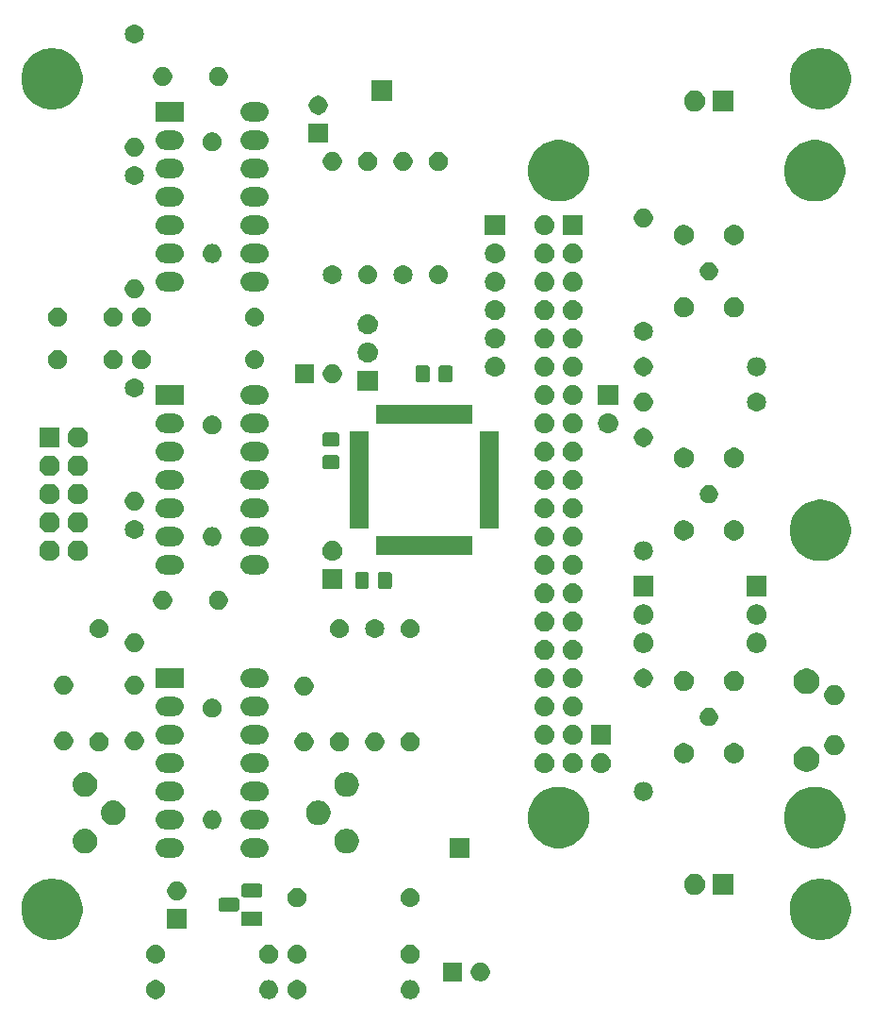
<source format=gts>
G04 #@! TF.GenerationSoftware,KiCad,Pcbnew,5.0.2-bee76a0~70~ubuntu16.04.1*
G04 #@! TF.CreationDate,2019-04-12T16:07:59+01:00*
G04 #@! TF.ProjectId,rgb-to-hdmi,7267622d-746f-42d6-9864-6d692e6b6963,rev?*
G04 #@! TF.SameCoordinates,PX8712db8PY8b83550*
G04 #@! TF.FileFunction,Soldermask,Top*
G04 #@! TF.FilePolarity,Negative*
%FSLAX46Y46*%
G04 Gerber Fmt 4.6, Leading zero omitted, Abs format (unit mm)*
G04 Created by KiCad (PCBNEW 5.0.2-bee76a0~70~ubuntu16.04.1) date Fri 12 Apr 2019 16:07:59 BST*
%MOMM*%
%LPD*%
G01*
G04 APERTURE LIST*
%ADD10C,0.100000*%
G04 APERTURE END LIST*
D10*
G04 #@! TO.C,SW4*
X72400000Y31716000D02*
G75*
G03X72400000Y31716000I-635000J0D01*
G01*
X72400000Y24716000D02*
G75*
G03X72400000Y24716000I-635000J0D01*
G01*
X74709500Y25966000D02*
G75*
G03X74709500Y25966000I-444500J0D01*
G01*
X74709500Y30466000D02*
G75*
G03X74709500Y30466000I-444500J0D01*
G01*
G36*
X36331821Y4888687D02*
X36331824Y4888686D01*
X36331825Y4888686D01*
X36492239Y4840025D01*
X36492241Y4840024D01*
X36492244Y4840023D01*
X36640078Y4761005D01*
X36769659Y4654659D01*
X36876005Y4525078D01*
X36955023Y4377244D01*
X36955024Y4377241D01*
X36955025Y4377239D01*
X37003686Y4216825D01*
X37003687Y4216821D01*
X37020117Y4050000D01*
X37003687Y3883179D01*
X37003686Y3883176D01*
X37003686Y3883175D01*
X36978993Y3801772D01*
X36955023Y3722756D01*
X36876005Y3574922D01*
X36769659Y3445341D01*
X36640078Y3338995D01*
X36492244Y3259977D01*
X36492241Y3259976D01*
X36492239Y3259975D01*
X36331825Y3211314D01*
X36331824Y3211314D01*
X36331821Y3211313D01*
X36206804Y3199000D01*
X36123196Y3199000D01*
X35998179Y3211313D01*
X35998176Y3211314D01*
X35998175Y3211314D01*
X35837761Y3259975D01*
X35837759Y3259976D01*
X35837756Y3259977D01*
X35689922Y3338995D01*
X35560341Y3445341D01*
X35453995Y3574922D01*
X35374977Y3722756D01*
X35351008Y3801772D01*
X35326314Y3883175D01*
X35326314Y3883176D01*
X35326313Y3883179D01*
X35309883Y4050000D01*
X35326313Y4216821D01*
X35326314Y4216825D01*
X35374975Y4377239D01*
X35374976Y4377241D01*
X35374977Y4377244D01*
X35453995Y4525078D01*
X35560341Y4654659D01*
X35689922Y4761005D01*
X35837756Y4840023D01*
X35837759Y4840024D01*
X35837761Y4840025D01*
X35998175Y4888686D01*
X35998176Y4888686D01*
X35998179Y4888687D01*
X36123196Y4901000D01*
X36206804Y4901000D01*
X36331821Y4888687D01*
X36331821Y4888687D01*
G37*
G36*
X23631821Y4888687D02*
X23631824Y4888686D01*
X23631825Y4888686D01*
X23792239Y4840025D01*
X23792241Y4840024D01*
X23792244Y4840023D01*
X23940078Y4761005D01*
X24069659Y4654659D01*
X24176005Y4525078D01*
X24255023Y4377244D01*
X24255024Y4377241D01*
X24255025Y4377239D01*
X24303686Y4216825D01*
X24303687Y4216821D01*
X24320117Y4050000D01*
X24303687Y3883179D01*
X24303686Y3883176D01*
X24303686Y3883175D01*
X24278993Y3801772D01*
X24255023Y3722756D01*
X24176005Y3574922D01*
X24069659Y3445341D01*
X23940078Y3338995D01*
X23792244Y3259977D01*
X23792241Y3259976D01*
X23792239Y3259975D01*
X23631825Y3211314D01*
X23631824Y3211314D01*
X23631821Y3211313D01*
X23506804Y3199000D01*
X23423196Y3199000D01*
X23298179Y3211313D01*
X23298176Y3211314D01*
X23298175Y3211314D01*
X23137761Y3259975D01*
X23137759Y3259976D01*
X23137756Y3259977D01*
X22989922Y3338995D01*
X22860341Y3445341D01*
X22753995Y3574922D01*
X22674977Y3722756D01*
X22651008Y3801772D01*
X22626314Y3883175D01*
X22626314Y3883176D01*
X22626313Y3883179D01*
X22609883Y4050000D01*
X22626313Y4216821D01*
X22626314Y4216825D01*
X22674975Y4377239D01*
X22674976Y4377241D01*
X22674977Y4377244D01*
X22753995Y4525078D01*
X22860341Y4654659D01*
X22989922Y4761005D01*
X23137756Y4840023D01*
X23137759Y4840024D01*
X23137761Y4840025D01*
X23298175Y4888686D01*
X23298176Y4888686D01*
X23298179Y4888687D01*
X23423196Y4901000D01*
X23506804Y4901000D01*
X23631821Y4888687D01*
X23631821Y4888687D01*
G37*
G36*
X13553228Y4868297D02*
X13708100Y4804147D01*
X13847481Y4711015D01*
X13966015Y4592481D01*
X14059147Y4453100D01*
X14123297Y4298228D01*
X14156000Y4133816D01*
X14156000Y3966184D01*
X14123297Y3801772D01*
X14059147Y3646900D01*
X13966015Y3507519D01*
X13847481Y3388985D01*
X13708100Y3295853D01*
X13553228Y3231703D01*
X13388816Y3199000D01*
X13221184Y3199000D01*
X13056772Y3231703D01*
X12901900Y3295853D01*
X12762519Y3388985D01*
X12643985Y3507519D01*
X12550853Y3646900D01*
X12486703Y3801772D01*
X12454000Y3966184D01*
X12454000Y4133816D01*
X12486703Y4298228D01*
X12550853Y4453100D01*
X12643985Y4592481D01*
X12762519Y4711015D01*
X12901900Y4804147D01*
X13056772Y4868297D01*
X13221184Y4901000D01*
X13388816Y4901000D01*
X13553228Y4868297D01*
X13553228Y4868297D01*
G37*
G36*
X26253228Y4868297D02*
X26408100Y4804147D01*
X26547481Y4711015D01*
X26666015Y4592481D01*
X26759147Y4453100D01*
X26823297Y4298228D01*
X26856000Y4133816D01*
X26856000Y3966184D01*
X26823297Y3801772D01*
X26759147Y3646900D01*
X26666015Y3507519D01*
X26547481Y3388985D01*
X26408100Y3295853D01*
X26253228Y3231703D01*
X26088816Y3199000D01*
X25921184Y3199000D01*
X25756772Y3231703D01*
X25601900Y3295853D01*
X25462519Y3388985D01*
X25343985Y3507519D01*
X25250853Y3646900D01*
X25186703Y3801772D01*
X25154000Y3966184D01*
X25154000Y4133816D01*
X25186703Y4298228D01*
X25250853Y4453100D01*
X25343985Y4592481D01*
X25462519Y4711015D01*
X25601900Y4804147D01*
X25756772Y4868297D01*
X25921184Y4901000D01*
X26088816Y4901000D01*
X26253228Y4868297D01*
X26253228Y4868297D01*
G37*
G36*
X40826000Y4786500D02*
X39124000Y4786500D01*
X39124000Y6488500D01*
X40826000Y6488500D01*
X40826000Y4786500D01*
X40826000Y4786500D01*
G37*
G36*
X42723228Y6455797D02*
X42878100Y6391647D01*
X43017481Y6298515D01*
X43136015Y6179981D01*
X43229147Y6040600D01*
X43293297Y5885728D01*
X43326000Y5721316D01*
X43326000Y5553684D01*
X43293297Y5389272D01*
X43229147Y5234400D01*
X43136015Y5095019D01*
X43017481Y4976485D01*
X42878100Y4883353D01*
X42723228Y4819203D01*
X42558816Y4786500D01*
X42391184Y4786500D01*
X42226772Y4819203D01*
X42071900Y4883353D01*
X41932519Y4976485D01*
X41813985Y5095019D01*
X41720853Y5234400D01*
X41656703Y5389272D01*
X41624000Y5553684D01*
X41624000Y5721316D01*
X41656703Y5885728D01*
X41720853Y6040600D01*
X41813985Y6179981D01*
X41932519Y6298515D01*
X42071900Y6391647D01*
X42226772Y6455797D01*
X42391184Y6488500D01*
X42558816Y6488500D01*
X42723228Y6455797D01*
X42723228Y6455797D01*
G37*
G36*
X36413228Y8043297D02*
X36568100Y7979147D01*
X36707481Y7886015D01*
X36826015Y7767481D01*
X36919147Y7628100D01*
X36983297Y7473228D01*
X37016000Y7308816D01*
X37016000Y7141184D01*
X36983297Y6976772D01*
X36919147Y6821900D01*
X36826015Y6682519D01*
X36707481Y6563985D01*
X36568100Y6470853D01*
X36413228Y6406703D01*
X36248816Y6374000D01*
X36081184Y6374000D01*
X35916772Y6406703D01*
X35761900Y6470853D01*
X35622519Y6563985D01*
X35503985Y6682519D01*
X35410853Y6821900D01*
X35346703Y6976772D01*
X35314000Y7141184D01*
X35314000Y7308816D01*
X35346703Y7473228D01*
X35410853Y7628100D01*
X35503985Y7767481D01*
X35622519Y7886015D01*
X35761900Y7979147D01*
X35916772Y8043297D01*
X36081184Y8076000D01*
X36248816Y8076000D01*
X36413228Y8043297D01*
X36413228Y8043297D01*
G37*
G36*
X13471821Y8063687D02*
X13471824Y8063686D01*
X13471825Y8063686D01*
X13632239Y8015025D01*
X13632241Y8015024D01*
X13632244Y8015023D01*
X13780078Y7936005D01*
X13909659Y7829659D01*
X14016005Y7700078D01*
X14095023Y7552244D01*
X14095024Y7552241D01*
X14095025Y7552239D01*
X14143686Y7391825D01*
X14143687Y7391821D01*
X14160117Y7225000D01*
X14143687Y7058179D01*
X14143686Y7058176D01*
X14143686Y7058175D01*
X14118993Y6976772D01*
X14095023Y6897756D01*
X14016005Y6749922D01*
X13909659Y6620341D01*
X13780078Y6513995D01*
X13632244Y6434977D01*
X13632241Y6434976D01*
X13632239Y6434975D01*
X13471825Y6386314D01*
X13471824Y6386314D01*
X13471821Y6386313D01*
X13346804Y6374000D01*
X13263196Y6374000D01*
X13138179Y6386313D01*
X13138176Y6386314D01*
X13138175Y6386314D01*
X12977761Y6434975D01*
X12977759Y6434976D01*
X12977756Y6434977D01*
X12829922Y6513995D01*
X12700341Y6620341D01*
X12593995Y6749922D01*
X12514977Y6897756D01*
X12491008Y6976772D01*
X12466314Y7058175D01*
X12466314Y7058176D01*
X12466313Y7058179D01*
X12449883Y7225000D01*
X12466313Y7391821D01*
X12466314Y7391825D01*
X12514975Y7552239D01*
X12514976Y7552241D01*
X12514977Y7552244D01*
X12593995Y7700078D01*
X12700341Y7829659D01*
X12829922Y7936005D01*
X12977756Y8015023D01*
X12977759Y8015024D01*
X12977761Y8015025D01*
X13138175Y8063686D01*
X13138176Y8063686D01*
X13138179Y8063687D01*
X13263196Y8076000D01*
X13346804Y8076000D01*
X13471821Y8063687D01*
X13471821Y8063687D01*
G37*
G36*
X23713228Y8043297D02*
X23868100Y7979147D01*
X24007481Y7886015D01*
X24126015Y7767481D01*
X24219147Y7628100D01*
X24283297Y7473228D01*
X24316000Y7308816D01*
X24316000Y7141184D01*
X24283297Y6976772D01*
X24219147Y6821900D01*
X24126015Y6682519D01*
X24007481Y6563985D01*
X23868100Y6470853D01*
X23713228Y6406703D01*
X23548816Y6374000D01*
X23381184Y6374000D01*
X23216772Y6406703D01*
X23061900Y6470853D01*
X22922519Y6563985D01*
X22803985Y6682519D01*
X22710853Y6821900D01*
X22646703Y6976772D01*
X22614000Y7141184D01*
X22614000Y7308816D01*
X22646703Y7473228D01*
X22710853Y7628100D01*
X22803985Y7767481D01*
X22922519Y7886015D01*
X23061900Y7979147D01*
X23216772Y8043297D01*
X23381184Y8076000D01*
X23548816Y8076000D01*
X23713228Y8043297D01*
X23713228Y8043297D01*
G37*
G36*
X26171821Y8063687D02*
X26171824Y8063686D01*
X26171825Y8063686D01*
X26332239Y8015025D01*
X26332241Y8015024D01*
X26332244Y8015023D01*
X26480078Y7936005D01*
X26609659Y7829659D01*
X26716005Y7700078D01*
X26795023Y7552244D01*
X26795024Y7552241D01*
X26795025Y7552239D01*
X26843686Y7391825D01*
X26843687Y7391821D01*
X26860117Y7225000D01*
X26843687Y7058179D01*
X26843686Y7058176D01*
X26843686Y7058175D01*
X26818993Y6976772D01*
X26795023Y6897756D01*
X26716005Y6749922D01*
X26609659Y6620341D01*
X26480078Y6513995D01*
X26332244Y6434977D01*
X26332241Y6434976D01*
X26332239Y6434975D01*
X26171825Y6386314D01*
X26171824Y6386314D01*
X26171821Y6386313D01*
X26046804Y6374000D01*
X25963196Y6374000D01*
X25838179Y6386313D01*
X25838176Y6386314D01*
X25838175Y6386314D01*
X25677761Y6434975D01*
X25677759Y6434976D01*
X25677756Y6434977D01*
X25529922Y6513995D01*
X25400341Y6620341D01*
X25293995Y6749922D01*
X25214977Y6897756D01*
X25191008Y6976772D01*
X25166314Y7058175D01*
X25166314Y7058176D01*
X25166313Y7058179D01*
X25149883Y7225000D01*
X25166313Y7391821D01*
X25166314Y7391825D01*
X25214975Y7552239D01*
X25214976Y7552241D01*
X25214977Y7552244D01*
X25293995Y7700078D01*
X25400341Y7829659D01*
X25529922Y7936005D01*
X25677756Y8015023D01*
X25677759Y8015024D01*
X25677761Y8015025D01*
X25838175Y8063686D01*
X25838176Y8063686D01*
X25838179Y8063687D01*
X25963196Y8076000D01*
X26046804Y8076000D01*
X26171821Y8063687D01*
X26171821Y8063687D01*
G37*
G36*
X73524997Y13950467D02*
X73802437Y13895281D01*
X74303087Y13687905D01*
X74627911Y13470864D01*
X74753663Y13386839D01*
X75136839Y13003663D01*
X75136841Y13003660D01*
X75437905Y12553087D01*
X75645281Y12052437D01*
X75689542Y11829922D01*
X75736471Y11593995D01*
X75751000Y11520950D01*
X75751000Y10979050D01*
X75645281Y10447563D01*
X75437905Y9946913D01*
X75339072Y9799000D01*
X75136839Y9496337D01*
X74753663Y9113161D01*
X74753660Y9113159D01*
X74303087Y8812095D01*
X73802437Y8604719D01*
X73536693Y8551859D01*
X73270951Y8499000D01*
X72729049Y8499000D01*
X72463307Y8551859D01*
X72197563Y8604719D01*
X71696913Y8812095D01*
X71246340Y9113159D01*
X71246337Y9113161D01*
X70863161Y9496337D01*
X70660928Y9799000D01*
X70562095Y9946913D01*
X70354719Y10447563D01*
X70249000Y10979050D01*
X70249000Y11520950D01*
X70263530Y11593995D01*
X70310458Y11829922D01*
X70354719Y12052437D01*
X70562095Y12553087D01*
X70863159Y13003660D01*
X70863161Y13003663D01*
X71246337Y13386839D01*
X71372089Y13470864D01*
X71696913Y13687905D01*
X72197563Y13895281D01*
X72475003Y13950467D01*
X72729049Y14001000D01*
X73270951Y14001000D01*
X73524997Y13950467D01*
X73524997Y13950467D01*
G37*
G36*
X4524997Y13950467D02*
X4802437Y13895281D01*
X5303087Y13687905D01*
X5627911Y13470864D01*
X5753663Y13386839D01*
X6136839Y13003663D01*
X6136841Y13003660D01*
X6437905Y12553087D01*
X6645281Y12052437D01*
X6689542Y11829922D01*
X6736471Y11593995D01*
X6751000Y11520950D01*
X6751000Y10979050D01*
X6645281Y10447563D01*
X6437905Y9946913D01*
X6339072Y9799000D01*
X6136839Y9496337D01*
X5753663Y9113161D01*
X5753660Y9113159D01*
X5303087Y8812095D01*
X4802437Y8604719D01*
X4536693Y8551859D01*
X4270951Y8499000D01*
X3729049Y8499000D01*
X3463307Y8551859D01*
X3197563Y8604719D01*
X2696913Y8812095D01*
X2246340Y9113159D01*
X2246337Y9113161D01*
X1863161Y9496337D01*
X1660928Y9799000D01*
X1562095Y9946913D01*
X1354719Y10447563D01*
X1249000Y10979050D01*
X1249000Y11520950D01*
X1263530Y11593995D01*
X1310458Y11829922D01*
X1354719Y12052437D01*
X1562095Y12553087D01*
X1863159Y13003660D01*
X1863161Y13003663D01*
X2246337Y13386839D01*
X2372089Y13470864D01*
X2696913Y13687905D01*
X3197563Y13895281D01*
X3475003Y13950467D01*
X3729049Y14001000D01*
X4270951Y14001000D01*
X4524997Y13950467D01*
X4524997Y13950467D01*
G37*
G36*
X16061000Y9549000D02*
X14359000Y9549000D01*
X14359000Y11251000D01*
X16061000Y11251000D01*
X16061000Y9549000D01*
X16061000Y9549000D01*
G37*
G36*
X22911000Y9799000D02*
X21009000Y9799000D01*
X21009000Y11001000D01*
X22911000Y11001000D01*
X22911000Y9799000D01*
X22911000Y9799000D01*
G37*
G36*
X20649315Y12265834D02*
X20693845Y12252325D01*
X20734891Y12230386D01*
X20770864Y12200864D01*
X20800386Y12164891D01*
X20822325Y12123845D01*
X20835834Y12079315D01*
X20841000Y12026860D01*
X20841000Y11313140D01*
X20835834Y11260685D01*
X20822326Y11216158D01*
X20805632Y11184926D01*
X20800386Y11172261D01*
X20795612Y11168343D01*
X20787372Y11159253D01*
X20770861Y11139133D01*
X20734891Y11109614D01*
X20693845Y11087675D01*
X20649315Y11074166D01*
X20596860Y11069000D01*
X19183140Y11069000D01*
X19130685Y11074166D01*
X19086155Y11087675D01*
X19045109Y11109614D01*
X19009136Y11139136D01*
X18979614Y11175109D01*
X18957675Y11216155D01*
X18944166Y11260685D01*
X18939000Y11313140D01*
X18939000Y12026860D01*
X18944166Y12079315D01*
X18957675Y12123845D01*
X18979614Y12164891D01*
X19009136Y12200864D01*
X19045109Y12230386D01*
X19086155Y12252325D01*
X19130685Y12265834D01*
X19183140Y12271000D01*
X20596860Y12271000D01*
X20649315Y12265834D01*
X20649315Y12265834D01*
G37*
G36*
X26253228Y13123297D02*
X26408100Y13059147D01*
X26547481Y12966015D01*
X26666015Y12847481D01*
X26759147Y12708100D01*
X26823297Y12553228D01*
X26856000Y12388816D01*
X26856000Y12221184D01*
X26823297Y12056772D01*
X26759147Y11901900D01*
X26666015Y11762519D01*
X26547481Y11643985D01*
X26408100Y11550853D01*
X26253228Y11486703D01*
X26088816Y11454000D01*
X25921184Y11454000D01*
X25756772Y11486703D01*
X25601900Y11550853D01*
X25462519Y11643985D01*
X25343985Y11762519D01*
X25250853Y11901900D01*
X25186703Y12056772D01*
X25154000Y12221184D01*
X25154000Y12388816D01*
X25186703Y12553228D01*
X25250853Y12708100D01*
X25343985Y12847481D01*
X25462519Y12966015D01*
X25601900Y13059147D01*
X25756772Y13123297D01*
X25921184Y13156000D01*
X26088816Y13156000D01*
X26253228Y13123297D01*
X26253228Y13123297D01*
G37*
G36*
X36331821Y13143687D02*
X36331824Y13143686D01*
X36331825Y13143686D01*
X36492239Y13095025D01*
X36492241Y13095024D01*
X36492244Y13095023D01*
X36640078Y13016005D01*
X36769659Y12909659D01*
X36876005Y12780078D01*
X36955023Y12632244D01*
X36955024Y12632241D01*
X36955025Y12632239D01*
X36999339Y12486155D01*
X37003687Y12471821D01*
X37020117Y12305000D01*
X37003687Y12138179D01*
X37003686Y12138176D01*
X37003686Y12138175D01*
X36977678Y12052437D01*
X36955023Y11977756D01*
X36876005Y11829922D01*
X36769659Y11700341D01*
X36640078Y11593995D01*
X36492244Y11514977D01*
X36492241Y11514976D01*
X36492239Y11514975D01*
X36331825Y11466314D01*
X36331824Y11466314D01*
X36331821Y11466313D01*
X36206804Y11454000D01*
X36123196Y11454000D01*
X35998179Y11466313D01*
X35998176Y11466314D01*
X35998175Y11466314D01*
X35837761Y11514975D01*
X35837759Y11514976D01*
X35837756Y11514977D01*
X35689922Y11593995D01*
X35560341Y11700341D01*
X35453995Y11829922D01*
X35374977Y11977756D01*
X35352323Y12052437D01*
X35326314Y12138175D01*
X35326314Y12138176D01*
X35326313Y12138179D01*
X35309883Y12305000D01*
X35326313Y12471821D01*
X35330661Y12486155D01*
X35374975Y12632239D01*
X35374976Y12632241D01*
X35374977Y12632244D01*
X35453995Y12780078D01*
X35560341Y12909659D01*
X35689922Y13016005D01*
X35837756Y13095023D01*
X35837759Y13095024D01*
X35837761Y13095025D01*
X35998175Y13143686D01*
X35998176Y13143686D01*
X35998179Y13143687D01*
X36123196Y13156000D01*
X36206804Y13156000D01*
X36331821Y13143687D01*
X36331821Y13143687D01*
G37*
G36*
X15458228Y13718297D02*
X15613100Y13654147D01*
X15752481Y13561015D01*
X15871015Y13442481D01*
X15964147Y13303100D01*
X16028297Y13148228D01*
X16061000Y12983816D01*
X16061000Y12816184D01*
X16028297Y12651772D01*
X15964147Y12496900D01*
X15871015Y12357519D01*
X15752481Y12238985D01*
X15613100Y12145853D01*
X15458228Y12081703D01*
X15293816Y12049000D01*
X15126184Y12049000D01*
X14961772Y12081703D01*
X14806900Y12145853D01*
X14667519Y12238985D01*
X14548985Y12357519D01*
X14455853Y12496900D01*
X14391703Y12651772D01*
X14359000Y12816184D01*
X14359000Y12983816D01*
X14391703Y13148228D01*
X14455853Y13303100D01*
X14548985Y13442481D01*
X14667519Y13561015D01*
X14806900Y13654147D01*
X14961772Y13718297D01*
X15126184Y13751000D01*
X15293816Y13751000D01*
X15458228Y13718297D01*
X15458228Y13718297D01*
G37*
G36*
X22719315Y13535834D02*
X22763845Y13522325D01*
X22804891Y13500386D01*
X22840864Y13470864D01*
X22870386Y13434891D01*
X22892325Y13393845D01*
X22905834Y13349315D01*
X22911000Y13296860D01*
X22911000Y12583140D01*
X22905834Y12530685D01*
X22892325Y12486155D01*
X22870386Y12445109D01*
X22840864Y12409136D01*
X22804891Y12379614D01*
X22763845Y12357675D01*
X22719315Y12344166D01*
X22666860Y12339000D01*
X21253140Y12339000D01*
X21200685Y12344166D01*
X21156155Y12357675D01*
X21115109Y12379614D01*
X21079136Y12409136D01*
X21049614Y12445109D01*
X21027675Y12486155D01*
X21014166Y12530685D01*
X21009000Y12583140D01*
X21009000Y13296860D01*
X21014166Y13349315D01*
X21027675Y13393845D01*
X21049614Y13434891D01*
X21079136Y13470864D01*
X21115109Y13500386D01*
X21156155Y13522325D01*
X21200685Y13535834D01*
X21253140Y13541000D01*
X22666860Y13541000D01*
X22719315Y13535834D01*
X22719315Y13535834D01*
G37*
G36*
X65201000Y12549000D02*
X63299000Y12549000D01*
X63299000Y14451000D01*
X65201000Y14451000D01*
X65201000Y12549000D01*
X65201000Y12549000D01*
G37*
G36*
X61987396Y14414454D02*
X62160466Y14342766D01*
X62316230Y14238688D01*
X62448688Y14106230D01*
X62552766Y13950466D01*
X62624454Y13777396D01*
X62661000Y13593667D01*
X62661000Y13406333D01*
X62624454Y13222604D01*
X62552766Y13049534D01*
X62448688Y12893770D01*
X62316230Y12761312D01*
X62160466Y12657234D01*
X61987396Y12585546D01*
X61803667Y12549000D01*
X61616333Y12549000D01*
X61432604Y12585546D01*
X61259534Y12657234D01*
X61103770Y12761312D01*
X60971312Y12893770D01*
X60867234Y13049534D01*
X60795546Y13222604D01*
X60759000Y13406333D01*
X60759000Y13593667D01*
X60795546Y13777396D01*
X60867234Y13950466D01*
X60971312Y14106230D01*
X61103770Y14238688D01*
X61259534Y14342766D01*
X61432604Y14414454D01*
X61616333Y14451000D01*
X61803667Y14451000D01*
X61987396Y14414454D01*
X61987396Y14414454D01*
G37*
G36*
X41511000Y15849000D02*
X39709000Y15849000D01*
X39709000Y17651000D01*
X41511000Y17651000D01*
X41511000Y15849000D01*
X41511000Y15849000D01*
G37*
G36*
X22761821Y17588687D02*
X22761824Y17588686D01*
X22761825Y17588686D01*
X22922239Y17540025D01*
X22922241Y17540024D01*
X22922244Y17540023D01*
X23070078Y17461005D01*
X23199659Y17354659D01*
X23306005Y17225078D01*
X23385023Y17077244D01*
X23385024Y17077241D01*
X23385025Y17077239D01*
X23433686Y16916825D01*
X23433687Y16916821D01*
X23450117Y16750000D01*
X23433687Y16583179D01*
X23385023Y16422756D01*
X23306005Y16274922D01*
X23199659Y16145341D01*
X23070078Y16038995D01*
X22922244Y15959977D01*
X22922241Y15959976D01*
X22922239Y15959975D01*
X22761825Y15911314D01*
X22761824Y15911314D01*
X22761821Y15911313D01*
X22636804Y15899000D01*
X21753196Y15899000D01*
X21628179Y15911313D01*
X21628176Y15911314D01*
X21628175Y15911314D01*
X21467761Y15959975D01*
X21467759Y15959976D01*
X21467756Y15959977D01*
X21319922Y16038995D01*
X21190341Y16145341D01*
X21083995Y16274922D01*
X21004977Y16422756D01*
X20956313Y16583179D01*
X20939883Y16750000D01*
X20956313Y16916821D01*
X20956314Y16916825D01*
X21004975Y17077239D01*
X21004976Y17077241D01*
X21004977Y17077244D01*
X21083995Y17225078D01*
X21190341Y17354659D01*
X21319922Y17461005D01*
X21467756Y17540023D01*
X21467759Y17540024D01*
X21467761Y17540025D01*
X21628175Y17588686D01*
X21628176Y17588686D01*
X21628179Y17588687D01*
X21753196Y17601000D01*
X22636804Y17601000D01*
X22761821Y17588687D01*
X22761821Y17588687D01*
G37*
G36*
X15141821Y17588687D02*
X15141824Y17588686D01*
X15141825Y17588686D01*
X15302239Y17540025D01*
X15302241Y17540024D01*
X15302244Y17540023D01*
X15450078Y17461005D01*
X15579659Y17354659D01*
X15686005Y17225078D01*
X15765023Y17077244D01*
X15765024Y17077241D01*
X15765025Y17077239D01*
X15813686Y16916825D01*
X15813687Y16916821D01*
X15830117Y16750000D01*
X15813687Y16583179D01*
X15765023Y16422756D01*
X15686005Y16274922D01*
X15579659Y16145341D01*
X15450078Y16038995D01*
X15302244Y15959977D01*
X15302241Y15959976D01*
X15302239Y15959975D01*
X15141825Y15911314D01*
X15141824Y15911314D01*
X15141821Y15911313D01*
X15016804Y15899000D01*
X14133196Y15899000D01*
X14008179Y15911313D01*
X14008176Y15911314D01*
X14008175Y15911314D01*
X13847761Y15959975D01*
X13847759Y15959976D01*
X13847756Y15959977D01*
X13699922Y16038995D01*
X13570341Y16145341D01*
X13463995Y16274922D01*
X13384977Y16422756D01*
X13336313Y16583179D01*
X13319883Y16750000D01*
X13336313Y16916821D01*
X13336314Y16916825D01*
X13384975Y17077239D01*
X13384976Y17077241D01*
X13384977Y17077244D01*
X13463995Y17225078D01*
X13570341Y17354659D01*
X13699922Y17461005D01*
X13847756Y17540023D01*
X13847759Y17540024D01*
X13847761Y17540025D01*
X14008175Y17588686D01*
X14008176Y17588686D01*
X14008179Y17588687D01*
X14133196Y17601000D01*
X15016804Y17601000D01*
X15141821Y17588687D01*
X15141821Y17588687D01*
G37*
G36*
X7169794Y18464845D02*
X7276150Y18443689D01*
X7346990Y18414346D01*
X7476516Y18360695D01*
X7656850Y18240199D01*
X7810199Y18086850D01*
X7930695Y17906516D01*
X7984346Y17776990D01*
X7997042Y17746340D01*
X8013689Y17706149D01*
X8056000Y17493440D01*
X8056000Y17276560D01*
X8013689Y17063851D01*
X7930695Y16863484D01*
X7810199Y16683150D01*
X7656850Y16529801D01*
X7476516Y16409305D01*
X7346990Y16355654D01*
X7276150Y16326311D01*
X7169795Y16305156D01*
X7063440Y16284000D01*
X6846560Y16284000D01*
X6740205Y16305156D01*
X6633850Y16326311D01*
X6563010Y16355654D01*
X6433484Y16409305D01*
X6253150Y16529801D01*
X6099801Y16683150D01*
X5979305Y16863484D01*
X5896311Y17063851D01*
X5854000Y17276560D01*
X5854000Y17493440D01*
X5896311Y17706149D01*
X5912959Y17746340D01*
X5925654Y17776990D01*
X5979305Y17906516D01*
X6099801Y18086850D01*
X6253150Y18240199D01*
X6433484Y18360695D01*
X6563010Y18414346D01*
X6633850Y18443689D01*
X6740206Y18464845D01*
X6846560Y18486000D01*
X7063440Y18486000D01*
X7169794Y18464845D01*
X7169794Y18464845D01*
G37*
G36*
X30664794Y18464845D02*
X30771150Y18443689D01*
X30841990Y18414346D01*
X30971516Y18360695D01*
X31151850Y18240199D01*
X31305199Y18086850D01*
X31425695Y17906516D01*
X31479346Y17776990D01*
X31492042Y17746340D01*
X31508689Y17706149D01*
X31551000Y17493440D01*
X31551000Y17276560D01*
X31508689Y17063851D01*
X31425695Y16863484D01*
X31305199Y16683150D01*
X31151850Y16529801D01*
X30971516Y16409305D01*
X30841990Y16355654D01*
X30771150Y16326311D01*
X30664795Y16305156D01*
X30558440Y16284000D01*
X30341560Y16284000D01*
X30235205Y16305156D01*
X30128850Y16326311D01*
X30058010Y16355654D01*
X29928484Y16409305D01*
X29748150Y16529801D01*
X29594801Y16683150D01*
X29474305Y16863484D01*
X29391311Y17063851D01*
X29349000Y17276560D01*
X29349000Y17493440D01*
X29391311Y17706149D01*
X29407959Y17746340D01*
X29420654Y17776990D01*
X29474305Y17906516D01*
X29594801Y18086850D01*
X29748150Y18240199D01*
X29928484Y18360695D01*
X30058010Y18414346D01*
X30128850Y18443689D01*
X30235206Y18464845D01*
X30341560Y18486000D01*
X30558440Y18486000D01*
X30664794Y18464845D01*
X30664794Y18464845D01*
G37*
G36*
X73036694Y22198140D02*
X73302437Y22145281D01*
X73803087Y21937905D01*
X74214242Y21663179D01*
X74253663Y21636839D01*
X74636839Y21253663D01*
X74636841Y21253660D01*
X74937905Y20803087D01*
X75145281Y20302437D01*
X75145281Y20302436D01*
X75251000Y19770951D01*
X75251000Y19229049D01*
X75229941Y19123179D01*
X75145281Y18697563D01*
X74937905Y18196913D01*
X74864363Y18086850D01*
X74636839Y17746337D01*
X74253663Y17363161D01*
X74253660Y17363159D01*
X73803087Y17062095D01*
X73302437Y16854719D01*
X73036693Y16801859D01*
X72770951Y16749000D01*
X72229049Y16749000D01*
X71963307Y16801859D01*
X71697563Y16854719D01*
X71196913Y17062095D01*
X70746340Y17363159D01*
X70746337Y17363161D01*
X70363161Y17746337D01*
X70135637Y18086850D01*
X70062095Y18196913D01*
X69854719Y18697563D01*
X69770059Y19123179D01*
X69749000Y19229049D01*
X69749000Y19770951D01*
X69854719Y20302436D01*
X69854719Y20302437D01*
X70062095Y20803087D01*
X70363159Y21253660D01*
X70363161Y21253663D01*
X70746337Y21636839D01*
X70785758Y21663179D01*
X71196913Y21937905D01*
X71697563Y22145281D01*
X71963306Y22198140D01*
X72229049Y22251000D01*
X72770951Y22251000D01*
X73036694Y22198140D01*
X73036694Y22198140D01*
G37*
G36*
X50036694Y22198140D02*
X50302437Y22145281D01*
X50803087Y21937905D01*
X51214242Y21663179D01*
X51253663Y21636839D01*
X51636839Y21253663D01*
X51636841Y21253660D01*
X51937905Y20803087D01*
X52145281Y20302437D01*
X52145281Y20302436D01*
X52251000Y19770951D01*
X52251000Y19229049D01*
X52229941Y19123179D01*
X52145281Y18697563D01*
X51937905Y18196913D01*
X51864363Y18086850D01*
X51636839Y17746337D01*
X51253663Y17363161D01*
X51253660Y17363159D01*
X50803087Y17062095D01*
X50302437Y16854719D01*
X50036693Y16801859D01*
X49770951Y16749000D01*
X49229049Y16749000D01*
X48963307Y16801859D01*
X48697563Y16854719D01*
X48196913Y17062095D01*
X47746340Y17363159D01*
X47746337Y17363161D01*
X47363161Y17746337D01*
X47135637Y18086850D01*
X47062095Y18196913D01*
X46854719Y18697563D01*
X46770059Y19123179D01*
X46749000Y19229049D01*
X46749000Y19770951D01*
X46854719Y20302436D01*
X46854719Y20302437D01*
X47062095Y20803087D01*
X47363159Y21253660D01*
X47363161Y21253663D01*
X47746337Y21636839D01*
X47785758Y21663179D01*
X48196913Y21937905D01*
X48697563Y22145281D01*
X48963306Y22198140D01*
X49229049Y22251000D01*
X49770951Y22251000D01*
X50036694Y22198140D01*
X50036694Y22198140D01*
G37*
G36*
X18551821Y20128687D02*
X18551824Y20128686D01*
X18551825Y20128686D01*
X18712239Y20080025D01*
X18712241Y20080024D01*
X18712244Y20080023D01*
X18860078Y20001005D01*
X18989659Y19894659D01*
X19096005Y19765078D01*
X19175023Y19617244D01*
X19175024Y19617241D01*
X19175025Y19617239D01*
X19223686Y19456825D01*
X19223687Y19456821D01*
X19240117Y19290000D01*
X19223687Y19123179D01*
X19175023Y18962756D01*
X19096005Y18814922D01*
X18989659Y18685341D01*
X18860078Y18578995D01*
X18712244Y18499977D01*
X18712241Y18499976D01*
X18712239Y18499975D01*
X18551825Y18451314D01*
X18551824Y18451314D01*
X18551821Y18451313D01*
X18426804Y18439000D01*
X18343196Y18439000D01*
X18218179Y18451313D01*
X18218176Y18451314D01*
X18218175Y18451314D01*
X18057761Y18499975D01*
X18057759Y18499976D01*
X18057756Y18499977D01*
X17909922Y18578995D01*
X17780341Y18685341D01*
X17673995Y18814922D01*
X17594977Y18962756D01*
X17546313Y19123179D01*
X17529883Y19290000D01*
X17546313Y19456821D01*
X17546314Y19456825D01*
X17594975Y19617239D01*
X17594976Y19617241D01*
X17594977Y19617244D01*
X17673995Y19765078D01*
X17780341Y19894659D01*
X17909922Y20001005D01*
X18057756Y20080023D01*
X18057759Y20080024D01*
X18057761Y20080025D01*
X18218175Y20128686D01*
X18218176Y20128686D01*
X18218179Y20128687D01*
X18343196Y20141000D01*
X18426804Y20141000D01*
X18551821Y20128687D01*
X18551821Y20128687D01*
G37*
G36*
X15141821Y20128687D02*
X15141824Y20128686D01*
X15141825Y20128686D01*
X15302239Y20080025D01*
X15302241Y20080024D01*
X15302244Y20080023D01*
X15450078Y20001005D01*
X15579659Y19894659D01*
X15686005Y19765078D01*
X15765023Y19617244D01*
X15765024Y19617241D01*
X15765025Y19617239D01*
X15813686Y19456825D01*
X15813687Y19456821D01*
X15830117Y19290000D01*
X15813687Y19123179D01*
X15765023Y18962756D01*
X15686005Y18814922D01*
X15579659Y18685341D01*
X15450078Y18578995D01*
X15302244Y18499977D01*
X15302241Y18499976D01*
X15302239Y18499975D01*
X15141825Y18451314D01*
X15141824Y18451314D01*
X15141821Y18451313D01*
X15016804Y18439000D01*
X14133196Y18439000D01*
X14008179Y18451313D01*
X14008176Y18451314D01*
X14008175Y18451314D01*
X13847761Y18499975D01*
X13847759Y18499976D01*
X13847756Y18499977D01*
X13699922Y18578995D01*
X13570341Y18685341D01*
X13463995Y18814922D01*
X13384977Y18962756D01*
X13336313Y19123179D01*
X13319883Y19290000D01*
X13336313Y19456821D01*
X13336314Y19456825D01*
X13384975Y19617239D01*
X13384976Y19617241D01*
X13384977Y19617244D01*
X13463995Y19765078D01*
X13570341Y19894659D01*
X13699922Y20001005D01*
X13847756Y20080023D01*
X13847759Y20080024D01*
X13847761Y20080025D01*
X14008175Y20128686D01*
X14008176Y20128686D01*
X14008179Y20128687D01*
X14133196Y20141000D01*
X15016804Y20141000D01*
X15141821Y20128687D01*
X15141821Y20128687D01*
G37*
G36*
X22761821Y20128687D02*
X22761824Y20128686D01*
X22761825Y20128686D01*
X22922239Y20080025D01*
X22922241Y20080024D01*
X22922244Y20080023D01*
X23070078Y20001005D01*
X23199659Y19894659D01*
X23306005Y19765078D01*
X23385023Y19617244D01*
X23385024Y19617241D01*
X23385025Y19617239D01*
X23433686Y19456825D01*
X23433687Y19456821D01*
X23450117Y19290000D01*
X23433687Y19123179D01*
X23385023Y18962756D01*
X23306005Y18814922D01*
X23199659Y18685341D01*
X23070078Y18578995D01*
X22922244Y18499977D01*
X22922241Y18499976D01*
X22922239Y18499975D01*
X22761825Y18451314D01*
X22761824Y18451314D01*
X22761821Y18451313D01*
X22636804Y18439000D01*
X21753196Y18439000D01*
X21628179Y18451313D01*
X21628176Y18451314D01*
X21628175Y18451314D01*
X21467761Y18499975D01*
X21467759Y18499976D01*
X21467756Y18499977D01*
X21319922Y18578995D01*
X21190341Y18685341D01*
X21083995Y18814922D01*
X21004977Y18962756D01*
X20956313Y19123179D01*
X20939883Y19290000D01*
X20956313Y19456821D01*
X20956314Y19456825D01*
X21004975Y19617239D01*
X21004976Y19617241D01*
X21004977Y19617244D01*
X21083995Y19765078D01*
X21190341Y19894659D01*
X21319922Y20001005D01*
X21467756Y20080023D01*
X21467759Y20080024D01*
X21467761Y20080025D01*
X21628175Y20128686D01*
X21628176Y20128686D01*
X21628179Y20128687D01*
X21753196Y20141000D01*
X22636804Y20141000D01*
X22761821Y20128687D01*
X22761821Y20128687D01*
G37*
G36*
X28124794Y21004845D02*
X28231150Y20983689D01*
X28301990Y20954346D01*
X28431516Y20900695D01*
X28431519Y20900693D01*
X28577598Y20803086D01*
X28611850Y20780199D01*
X28765199Y20626850D01*
X28885695Y20446516D01*
X28968689Y20246149D01*
X29011000Y20033440D01*
X29011000Y19816560D01*
X28968689Y19603851D01*
X28885695Y19403484D01*
X28885693Y19403481D01*
X28769142Y19229050D01*
X28765199Y19223150D01*
X28611850Y19069801D01*
X28431516Y18949305D01*
X28301990Y18895654D01*
X28231150Y18866311D01*
X28124795Y18845156D01*
X28018440Y18824000D01*
X27801560Y18824000D01*
X27695205Y18845156D01*
X27588850Y18866311D01*
X27518010Y18895654D01*
X27388484Y18949305D01*
X27208150Y19069801D01*
X27054801Y19223150D01*
X27050859Y19229050D01*
X26934307Y19403481D01*
X26934305Y19403484D01*
X26851311Y19603851D01*
X26809000Y19816560D01*
X26809000Y20033440D01*
X26851311Y20246149D01*
X26934305Y20446516D01*
X27054801Y20626850D01*
X27208150Y20780199D01*
X27242403Y20803086D01*
X27388481Y20900693D01*
X27388484Y20900695D01*
X27518010Y20954346D01*
X27588850Y20983689D01*
X27695206Y21004845D01*
X27801560Y21026000D01*
X28018440Y21026000D01*
X28124794Y21004845D01*
X28124794Y21004845D01*
G37*
G36*
X9709794Y21004845D02*
X9816150Y20983689D01*
X9886990Y20954346D01*
X10016516Y20900695D01*
X10016519Y20900693D01*
X10162598Y20803086D01*
X10196850Y20780199D01*
X10350199Y20626850D01*
X10470695Y20446516D01*
X10553689Y20246149D01*
X10596000Y20033440D01*
X10596000Y19816560D01*
X10553689Y19603851D01*
X10470695Y19403484D01*
X10470693Y19403481D01*
X10354142Y19229050D01*
X10350199Y19223150D01*
X10196850Y19069801D01*
X10016516Y18949305D01*
X9886990Y18895654D01*
X9816150Y18866311D01*
X9709795Y18845156D01*
X9603440Y18824000D01*
X9386560Y18824000D01*
X9280205Y18845156D01*
X9173850Y18866311D01*
X9103010Y18895654D01*
X8973484Y18949305D01*
X8793150Y19069801D01*
X8639801Y19223150D01*
X8635859Y19229050D01*
X8519307Y19403481D01*
X8519305Y19403484D01*
X8436311Y19603851D01*
X8394000Y19816560D01*
X8394000Y20033440D01*
X8436311Y20246149D01*
X8519305Y20446516D01*
X8639801Y20626850D01*
X8793150Y20780199D01*
X8827403Y20803086D01*
X8973481Y20900693D01*
X8973484Y20900695D01*
X9103010Y20954346D01*
X9173850Y20983689D01*
X9280206Y21004845D01*
X9386560Y21026000D01*
X9603440Y21026000D01*
X9709794Y21004845D01*
X9709794Y21004845D01*
G37*
G36*
X57286821Y22668687D02*
X57286824Y22668686D01*
X57286825Y22668686D01*
X57447239Y22620025D01*
X57447241Y22620024D01*
X57447244Y22620023D01*
X57595078Y22541005D01*
X57724659Y22434659D01*
X57831005Y22305078D01*
X57910023Y22157244D01*
X57910024Y22157241D01*
X57910025Y22157239D01*
X57958686Y21996825D01*
X57958687Y21996821D01*
X57975117Y21830000D01*
X57958687Y21663179D01*
X57958686Y21663176D01*
X57958686Y21663175D01*
X57950698Y21636841D01*
X57910023Y21502756D01*
X57831005Y21354922D01*
X57724659Y21225341D01*
X57595078Y21118995D01*
X57447244Y21039977D01*
X57447241Y21039976D01*
X57447239Y21039975D01*
X57286825Y20991314D01*
X57286824Y20991314D01*
X57286821Y20991313D01*
X57161804Y20979000D01*
X57078196Y20979000D01*
X56953179Y20991313D01*
X56953176Y20991314D01*
X56953175Y20991314D01*
X56792761Y21039975D01*
X56792759Y21039976D01*
X56792756Y21039977D01*
X56644922Y21118995D01*
X56515341Y21225341D01*
X56408995Y21354922D01*
X56329977Y21502756D01*
X56289303Y21636841D01*
X56281314Y21663175D01*
X56281314Y21663176D01*
X56281313Y21663179D01*
X56264883Y21830000D01*
X56281313Y21996821D01*
X56281314Y21996825D01*
X56329975Y22157239D01*
X56329976Y22157241D01*
X56329977Y22157244D01*
X56408995Y22305078D01*
X56515341Y22434659D01*
X56644922Y22541005D01*
X56792756Y22620023D01*
X56792759Y22620024D01*
X56792761Y22620025D01*
X56953175Y22668686D01*
X56953176Y22668686D01*
X56953179Y22668687D01*
X57078196Y22681000D01*
X57161804Y22681000D01*
X57286821Y22668687D01*
X57286821Y22668687D01*
G37*
G36*
X15141821Y22668687D02*
X15141824Y22668686D01*
X15141825Y22668686D01*
X15302239Y22620025D01*
X15302241Y22620024D01*
X15302244Y22620023D01*
X15450078Y22541005D01*
X15579659Y22434659D01*
X15686005Y22305078D01*
X15765023Y22157244D01*
X15765024Y22157241D01*
X15765025Y22157239D01*
X15813686Y21996825D01*
X15813687Y21996821D01*
X15830117Y21830000D01*
X15813687Y21663179D01*
X15813686Y21663176D01*
X15813686Y21663175D01*
X15805698Y21636841D01*
X15765023Y21502756D01*
X15686005Y21354922D01*
X15579659Y21225341D01*
X15450078Y21118995D01*
X15302244Y21039977D01*
X15302241Y21039976D01*
X15302239Y21039975D01*
X15141825Y20991314D01*
X15141824Y20991314D01*
X15141821Y20991313D01*
X15016804Y20979000D01*
X14133196Y20979000D01*
X14008179Y20991313D01*
X14008176Y20991314D01*
X14008175Y20991314D01*
X13847761Y21039975D01*
X13847759Y21039976D01*
X13847756Y21039977D01*
X13699922Y21118995D01*
X13570341Y21225341D01*
X13463995Y21354922D01*
X13384977Y21502756D01*
X13344303Y21636841D01*
X13336314Y21663175D01*
X13336314Y21663176D01*
X13336313Y21663179D01*
X13319883Y21830000D01*
X13336313Y21996821D01*
X13336314Y21996825D01*
X13384975Y22157239D01*
X13384976Y22157241D01*
X13384977Y22157244D01*
X13463995Y22305078D01*
X13570341Y22434659D01*
X13699922Y22541005D01*
X13847756Y22620023D01*
X13847759Y22620024D01*
X13847761Y22620025D01*
X14008175Y22668686D01*
X14008176Y22668686D01*
X14008179Y22668687D01*
X14133196Y22681000D01*
X15016804Y22681000D01*
X15141821Y22668687D01*
X15141821Y22668687D01*
G37*
G36*
X22761821Y22668687D02*
X22761824Y22668686D01*
X22761825Y22668686D01*
X22922239Y22620025D01*
X22922241Y22620024D01*
X22922244Y22620023D01*
X23070078Y22541005D01*
X23199659Y22434659D01*
X23306005Y22305078D01*
X23385023Y22157244D01*
X23385024Y22157241D01*
X23385025Y22157239D01*
X23433686Y21996825D01*
X23433687Y21996821D01*
X23450117Y21830000D01*
X23433687Y21663179D01*
X23433686Y21663176D01*
X23433686Y21663175D01*
X23425698Y21636841D01*
X23385023Y21502756D01*
X23306005Y21354922D01*
X23199659Y21225341D01*
X23070078Y21118995D01*
X22922244Y21039977D01*
X22922241Y21039976D01*
X22922239Y21039975D01*
X22761825Y20991314D01*
X22761824Y20991314D01*
X22761821Y20991313D01*
X22636804Y20979000D01*
X21753196Y20979000D01*
X21628179Y20991313D01*
X21628176Y20991314D01*
X21628175Y20991314D01*
X21467761Y21039975D01*
X21467759Y21039976D01*
X21467756Y21039977D01*
X21319922Y21118995D01*
X21190341Y21225341D01*
X21083995Y21354922D01*
X21004977Y21502756D01*
X20964303Y21636841D01*
X20956314Y21663175D01*
X20956314Y21663176D01*
X20956313Y21663179D01*
X20939883Y21830000D01*
X20956313Y21996821D01*
X20956314Y21996825D01*
X21004975Y22157239D01*
X21004976Y22157241D01*
X21004977Y22157244D01*
X21083995Y22305078D01*
X21190341Y22434659D01*
X21319922Y22541005D01*
X21467756Y22620023D01*
X21467759Y22620024D01*
X21467761Y22620025D01*
X21628175Y22668686D01*
X21628176Y22668686D01*
X21628179Y22668687D01*
X21753196Y22681000D01*
X22636804Y22681000D01*
X22761821Y22668687D01*
X22761821Y22668687D01*
G37*
G36*
X7169795Y23544844D02*
X7276150Y23523689D01*
X7346990Y23494346D01*
X7476516Y23440695D01*
X7656850Y23320199D01*
X7810199Y23166850D01*
X7930695Y22986516D01*
X8013689Y22786149D01*
X8046734Y22620025D01*
X8056000Y22573439D01*
X8056000Y22356561D01*
X8013974Y22145281D01*
X8013689Y22143851D01*
X7930695Y21943484D01*
X7810199Y21763150D01*
X7656850Y21609801D01*
X7476516Y21489305D01*
X7346990Y21435654D01*
X7276150Y21406311D01*
X7169794Y21385155D01*
X7063440Y21364000D01*
X6846560Y21364000D01*
X6740206Y21385155D01*
X6633850Y21406311D01*
X6563010Y21435654D01*
X6433484Y21489305D01*
X6253150Y21609801D01*
X6099801Y21763150D01*
X5979305Y21943484D01*
X5896311Y22143851D01*
X5896027Y22145281D01*
X5854000Y22356561D01*
X5854000Y22573439D01*
X5863267Y22620025D01*
X5896311Y22786149D01*
X5979305Y22986516D01*
X6099801Y23166850D01*
X6253150Y23320199D01*
X6433484Y23440695D01*
X6563010Y23494346D01*
X6633850Y23523689D01*
X6740205Y23544844D01*
X6846560Y23566000D01*
X7063440Y23566000D01*
X7169795Y23544844D01*
X7169795Y23544844D01*
G37*
G36*
X30664795Y23544844D02*
X30771150Y23523689D01*
X30841990Y23494346D01*
X30971516Y23440695D01*
X31151850Y23320199D01*
X31305199Y23166850D01*
X31425695Y22986516D01*
X31508689Y22786149D01*
X31541734Y22620025D01*
X31551000Y22573439D01*
X31551000Y22356561D01*
X31508974Y22145281D01*
X31508689Y22143851D01*
X31425695Y21943484D01*
X31305199Y21763150D01*
X31151850Y21609801D01*
X30971516Y21489305D01*
X30841990Y21435654D01*
X30771150Y21406311D01*
X30664794Y21385155D01*
X30558440Y21364000D01*
X30341560Y21364000D01*
X30235206Y21385155D01*
X30128850Y21406311D01*
X30058010Y21435654D01*
X29928484Y21489305D01*
X29748150Y21609801D01*
X29594801Y21763150D01*
X29474305Y21943484D01*
X29391311Y22143851D01*
X29391027Y22145281D01*
X29349000Y22356561D01*
X29349000Y22573439D01*
X29358267Y22620025D01*
X29391311Y22786149D01*
X29474305Y22986516D01*
X29594801Y23166850D01*
X29748150Y23320199D01*
X29928484Y23440695D01*
X30058010Y23494346D01*
X30128850Y23523689D01*
X30235205Y23544844D01*
X30341560Y23566000D01*
X30558440Y23566000D01*
X30664795Y23544844D01*
X30664795Y23544844D01*
G37*
G36*
X48340442Y25264482D02*
X48406627Y25257963D01*
X48519853Y25223616D01*
X48576467Y25206443D01*
X48663311Y25160023D01*
X48732991Y25122778D01*
X48761203Y25099625D01*
X48870186Y25010186D01*
X48953448Y24908729D01*
X48982778Y24872991D01*
X48982779Y24872989D01*
X49066443Y24716467D01*
X49083616Y24659853D01*
X49117963Y24546627D01*
X49135359Y24370000D01*
X49117963Y24193373D01*
X49083616Y24080147D01*
X49066443Y24023533D01*
X49044392Y23982280D01*
X48982778Y23867009D01*
X48953448Y23831271D01*
X48870186Y23729814D01*
X48768729Y23646552D01*
X48732991Y23617222D01*
X48732989Y23617221D01*
X48576467Y23533557D01*
X48569069Y23531313D01*
X48406627Y23482037D01*
X48340443Y23475519D01*
X48274260Y23469000D01*
X48185740Y23469000D01*
X48119557Y23475519D01*
X48053373Y23482037D01*
X47890931Y23531313D01*
X47883533Y23533557D01*
X47727011Y23617221D01*
X47727009Y23617222D01*
X47691271Y23646552D01*
X47589814Y23729814D01*
X47506552Y23831271D01*
X47477222Y23867009D01*
X47415608Y23982280D01*
X47393557Y24023533D01*
X47376384Y24080147D01*
X47342037Y24193373D01*
X47324641Y24370000D01*
X47342037Y24546627D01*
X47376384Y24659853D01*
X47393557Y24716467D01*
X47477221Y24872989D01*
X47477222Y24872991D01*
X47506552Y24908729D01*
X47589814Y25010186D01*
X47698797Y25099625D01*
X47727009Y25122778D01*
X47796689Y25160023D01*
X47883533Y25206443D01*
X47940147Y25223616D01*
X48053373Y25257963D01*
X48119558Y25264482D01*
X48185740Y25271000D01*
X48274260Y25271000D01*
X48340442Y25264482D01*
X48340442Y25264482D01*
G37*
G36*
X50880442Y25264482D02*
X50946627Y25257963D01*
X51059853Y25223616D01*
X51116467Y25206443D01*
X51203311Y25160023D01*
X51272991Y25122778D01*
X51301203Y25099625D01*
X51410186Y25010186D01*
X51493448Y24908729D01*
X51522778Y24872991D01*
X51522779Y24872989D01*
X51606443Y24716467D01*
X51623616Y24659853D01*
X51657963Y24546627D01*
X51675359Y24370000D01*
X51657963Y24193373D01*
X51623616Y24080147D01*
X51606443Y24023533D01*
X51584392Y23982280D01*
X51522778Y23867009D01*
X51493448Y23831271D01*
X51410186Y23729814D01*
X51308729Y23646552D01*
X51272991Y23617222D01*
X51272989Y23617221D01*
X51116467Y23533557D01*
X51109069Y23531313D01*
X50946627Y23482037D01*
X50880443Y23475519D01*
X50814260Y23469000D01*
X50725740Y23469000D01*
X50659557Y23475519D01*
X50593373Y23482037D01*
X50430931Y23531313D01*
X50423533Y23533557D01*
X50267011Y23617221D01*
X50267009Y23617222D01*
X50231271Y23646552D01*
X50129814Y23729814D01*
X50046552Y23831271D01*
X50017222Y23867009D01*
X49955608Y23982280D01*
X49933557Y24023533D01*
X49916384Y24080147D01*
X49882037Y24193373D01*
X49864641Y24370000D01*
X49882037Y24546627D01*
X49916384Y24659853D01*
X49933557Y24716467D01*
X50017221Y24872989D01*
X50017222Y24872991D01*
X50046552Y24908729D01*
X50129814Y25010186D01*
X50238797Y25099625D01*
X50267009Y25122778D01*
X50336689Y25160023D01*
X50423533Y25206443D01*
X50480147Y25223616D01*
X50593373Y25257963D01*
X50659558Y25264482D01*
X50725740Y25271000D01*
X50814260Y25271000D01*
X50880442Y25264482D01*
X50880442Y25264482D01*
G37*
G36*
X53420442Y25264482D02*
X53486627Y25257963D01*
X53599853Y25223616D01*
X53656467Y25206443D01*
X53743311Y25160023D01*
X53812991Y25122778D01*
X53841203Y25099625D01*
X53950186Y25010186D01*
X54033448Y24908729D01*
X54062778Y24872991D01*
X54062779Y24872989D01*
X54146443Y24716467D01*
X54163616Y24659853D01*
X54197963Y24546627D01*
X54215359Y24370000D01*
X54197963Y24193373D01*
X54163616Y24080147D01*
X54146443Y24023533D01*
X54124392Y23982280D01*
X54062778Y23867009D01*
X54033448Y23831271D01*
X53950186Y23729814D01*
X53848729Y23646552D01*
X53812991Y23617222D01*
X53812989Y23617221D01*
X53656467Y23533557D01*
X53649069Y23531313D01*
X53486627Y23482037D01*
X53420443Y23475519D01*
X53354260Y23469000D01*
X53265740Y23469000D01*
X53199557Y23475519D01*
X53133373Y23482037D01*
X52970931Y23531313D01*
X52963533Y23533557D01*
X52807011Y23617221D01*
X52807009Y23617222D01*
X52771271Y23646552D01*
X52669814Y23729814D01*
X52586552Y23831271D01*
X52557222Y23867009D01*
X52495608Y23982280D01*
X52473557Y24023533D01*
X52456384Y24080147D01*
X52422037Y24193373D01*
X52404641Y24370000D01*
X52422037Y24546627D01*
X52456384Y24659853D01*
X52473557Y24716467D01*
X52557221Y24872989D01*
X52557222Y24872991D01*
X52586552Y24908729D01*
X52669814Y25010186D01*
X52778797Y25099625D01*
X52807009Y25122778D01*
X52876689Y25160023D01*
X52963533Y25206443D01*
X53020147Y25223616D01*
X53133373Y25257963D01*
X53199558Y25264482D01*
X53265740Y25271000D01*
X53354260Y25271000D01*
X53420442Y25264482D01*
X53420442Y25264482D01*
G37*
G36*
X22761821Y25208687D02*
X22761824Y25208686D01*
X22761825Y25208686D01*
X22922239Y25160025D01*
X22922241Y25160024D01*
X22922244Y25160023D01*
X23070078Y25081005D01*
X23199659Y24974659D01*
X23306005Y24845078D01*
X23385023Y24697244D01*
X23385024Y24697241D01*
X23385025Y24697239D01*
X23430713Y24546625D01*
X23433687Y24536821D01*
X23450117Y24370000D01*
X23433687Y24203179D01*
X23433686Y24203176D01*
X23433686Y24203175D01*
X23423865Y24170798D01*
X23385023Y24042756D01*
X23306005Y23894922D01*
X23199659Y23765341D01*
X23070078Y23658995D01*
X22922244Y23579977D01*
X22922241Y23579976D01*
X22922239Y23579975D01*
X22761825Y23531314D01*
X22761824Y23531314D01*
X22761821Y23531313D01*
X22636804Y23519000D01*
X21753196Y23519000D01*
X21628179Y23531313D01*
X21628176Y23531314D01*
X21628175Y23531314D01*
X21467761Y23579975D01*
X21467759Y23579976D01*
X21467756Y23579977D01*
X21319922Y23658995D01*
X21190341Y23765341D01*
X21083995Y23894922D01*
X21004977Y24042756D01*
X20966136Y24170798D01*
X20956314Y24203175D01*
X20956314Y24203176D01*
X20956313Y24203179D01*
X20939883Y24370000D01*
X20956313Y24536821D01*
X20959287Y24546625D01*
X21004975Y24697239D01*
X21004976Y24697241D01*
X21004977Y24697244D01*
X21083995Y24845078D01*
X21190341Y24974659D01*
X21319922Y25081005D01*
X21467756Y25160023D01*
X21467759Y25160024D01*
X21467761Y25160025D01*
X21628175Y25208686D01*
X21628176Y25208686D01*
X21628179Y25208687D01*
X21753196Y25221000D01*
X22636804Y25221000D01*
X22761821Y25208687D01*
X22761821Y25208687D01*
G37*
G36*
X15141821Y25208687D02*
X15141824Y25208686D01*
X15141825Y25208686D01*
X15302239Y25160025D01*
X15302241Y25160024D01*
X15302244Y25160023D01*
X15450078Y25081005D01*
X15579659Y24974659D01*
X15686005Y24845078D01*
X15765023Y24697244D01*
X15765024Y24697241D01*
X15765025Y24697239D01*
X15810713Y24546625D01*
X15813687Y24536821D01*
X15830117Y24370000D01*
X15813687Y24203179D01*
X15813686Y24203176D01*
X15813686Y24203175D01*
X15803865Y24170798D01*
X15765023Y24042756D01*
X15686005Y23894922D01*
X15579659Y23765341D01*
X15450078Y23658995D01*
X15302244Y23579977D01*
X15302241Y23579976D01*
X15302239Y23579975D01*
X15141825Y23531314D01*
X15141824Y23531314D01*
X15141821Y23531313D01*
X15016804Y23519000D01*
X14133196Y23519000D01*
X14008179Y23531313D01*
X14008176Y23531314D01*
X14008175Y23531314D01*
X13847761Y23579975D01*
X13847759Y23579976D01*
X13847756Y23579977D01*
X13699922Y23658995D01*
X13570341Y23765341D01*
X13463995Y23894922D01*
X13384977Y24042756D01*
X13346136Y24170798D01*
X13336314Y24203175D01*
X13336314Y24203176D01*
X13336313Y24203179D01*
X13319883Y24370000D01*
X13336313Y24536821D01*
X13339287Y24546625D01*
X13384975Y24697239D01*
X13384976Y24697241D01*
X13384977Y24697244D01*
X13463995Y24845078D01*
X13570341Y24974659D01*
X13699922Y25081005D01*
X13847756Y25160023D01*
X13847759Y25160024D01*
X13847761Y25160025D01*
X14008175Y25208686D01*
X14008176Y25208686D01*
X14008179Y25208687D01*
X14133196Y25221000D01*
X15016804Y25221000D01*
X15141821Y25208687D01*
X15141821Y25208687D01*
G37*
G36*
X72100734Y25822768D02*
X72310202Y25736004D01*
X72498723Y25610038D01*
X72659038Y25449723D01*
X72785004Y25261202D01*
X72871768Y25051734D01*
X72916000Y24829365D01*
X72916000Y24602635D01*
X72871768Y24380266D01*
X72785004Y24170798D01*
X72659038Y23982277D01*
X72498723Y23821962D01*
X72310202Y23695996D01*
X72100734Y23609232D01*
X71878365Y23565000D01*
X71651635Y23565000D01*
X71429266Y23609232D01*
X71219798Y23695996D01*
X71031277Y23821962D01*
X70870962Y23982277D01*
X70744996Y24170798D01*
X70658232Y24380266D01*
X70614000Y24602635D01*
X70614000Y24829365D01*
X70658232Y25051734D01*
X70744996Y25261202D01*
X70870962Y25449723D01*
X71031277Y25610038D01*
X71219798Y25736004D01*
X71429266Y25822768D01*
X71651635Y25867000D01*
X71878365Y25867000D01*
X72100734Y25822768D01*
X72100734Y25822768D01*
G37*
G36*
X65512812Y26116376D02*
X65676784Y26048456D01*
X65824354Y25949853D01*
X65949853Y25824354D01*
X66048456Y25676784D01*
X66116376Y25512812D01*
X66151000Y25338741D01*
X66151000Y25161259D01*
X66116376Y24987188D01*
X66048456Y24823216D01*
X65949853Y24675646D01*
X65824354Y24550147D01*
X65676784Y24451544D01*
X65512812Y24383624D01*
X65338741Y24349000D01*
X65161259Y24349000D01*
X64987188Y24383624D01*
X64823216Y24451544D01*
X64675646Y24550147D01*
X64550147Y24675646D01*
X64451544Y24823216D01*
X64383624Y24987188D01*
X64349000Y25161259D01*
X64349000Y25338741D01*
X64383624Y25512812D01*
X64451544Y25676784D01*
X64550147Y25824354D01*
X64675646Y25949853D01*
X64823216Y26048456D01*
X64987188Y26116376D01*
X65161259Y26151000D01*
X65338741Y26151000D01*
X65512812Y26116376D01*
X65512812Y26116376D01*
G37*
G36*
X61012812Y26116376D02*
X61176784Y26048456D01*
X61324354Y25949853D01*
X61449853Y25824354D01*
X61548456Y25676784D01*
X61616376Y25512812D01*
X61651000Y25338741D01*
X61651000Y25161259D01*
X61616376Y24987188D01*
X61548456Y24823216D01*
X61449853Y24675646D01*
X61324354Y24550147D01*
X61176784Y24451544D01*
X61012812Y24383624D01*
X60838741Y24349000D01*
X60661259Y24349000D01*
X60487188Y24383624D01*
X60323216Y24451544D01*
X60175646Y24550147D01*
X60050147Y24675646D01*
X59951544Y24823216D01*
X59883624Y24987188D01*
X59849000Y25161259D01*
X59849000Y25338741D01*
X59883624Y25512812D01*
X59951544Y25676784D01*
X60050147Y25824354D01*
X60175646Y25949853D01*
X60323216Y26048456D01*
X60487188Y26116376D01*
X60661259Y26151000D01*
X60838741Y26151000D01*
X61012812Y26116376D01*
X61012812Y26116376D01*
G37*
G36*
X74527812Y26832376D02*
X74691784Y26764456D01*
X74839354Y26665853D01*
X74964853Y26540354D01*
X75063456Y26392784D01*
X75131376Y26228812D01*
X75166000Y26054741D01*
X75166000Y25877259D01*
X75131376Y25703188D01*
X75063456Y25539216D01*
X74964853Y25391646D01*
X74839354Y25266147D01*
X74691784Y25167544D01*
X74527812Y25099624D01*
X74353741Y25065000D01*
X74176259Y25065000D01*
X74002188Y25099624D01*
X73838216Y25167544D01*
X73690646Y25266147D01*
X73565147Y25391646D01*
X73466544Y25539216D01*
X73398624Y25703188D01*
X73364000Y25877259D01*
X73364000Y26054741D01*
X73398624Y26228812D01*
X73466544Y26392784D01*
X73565147Y26540354D01*
X73690646Y26665853D01*
X73838216Y26764456D01*
X74002188Y26832376D01*
X74176259Y26867000D01*
X74353741Y26867000D01*
X74527812Y26832376D01*
X74527812Y26832376D01*
G37*
G36*
X36413228Y27093297D02*
X36568100Y27029147D01*
X36707481Y26936015D01*
X36826015Y26817481D01*
X36919147Y26678100D01*
X36983297Y26523228D01*
X37016000Y26358816D01*
X37016000Y26191184D01*
X36983297Y26026772D01*
X36919147Y25871900D01*
X36826015Y25732519D01*
X36707481Y25613985D01*
X36568100Y25520853D01*
X36413228Y25456703D01*
X36248816Y25424000D01*
X36081184Y25424000D01*
X35916772Y25456703D01*
X35761900Y25520853D01*
X35622519Y25613985D01*
X35503985Y25732519D01*
X35410853Y25871900D01*
X35346703Y26026772D01*
X35314000Y26191184D01*
X35314000Y26358816D01*
X35346703Y26523228D01*
X35410853Y26678100D01*
X35503985Y26817481D01*
X35622519Y26936015D01*
X35761900Y27029147D01*
X35916772Y27093297D01*
X36081184Y27126000D01*
X36248816Y27126000D01*
X36413228Y27093297D01*
X36413228Y27093297D01*
G37*
G36*
X26888228Y27093297D02*
X27043100Y27029147D01*
X27182481Y26936015D01*
X27301015Y26817481D01*
X27394147Y26678100D01*
X27458297Y26523228D01*
X27491000Y26358816D01*
X27491000Y26191184D01*
X27458297Y26026772D01*
X27394147Y25871900D01*
X27301015Y25732519D01*
X27182481Y25613985D01*
X27043100Y25520853D01*
X26888228Y25456703D01*
X26723816Y25424000D01*
X26556184Y25424000D01*
X26391772Y25456703D01*
X26236900Y25520853D01*
X26097519Y25613985D01*
X25978985Y25732519D01*
X25885853Y25871900D01*
X25821703Y26026772D01*
X25789000Y26191184D01*
X25789000Y26358816D01*
X25821703Y26523228D01*
X25885853Y26678100D01*
X25978985Y26817481D01*
X26097519Y26936015D01*
X26236900Y27029147D01*
X26391772Y27093297D01*
X26556184Y27126000D01*
X26723816Y27126000D01*
X26888228Y27093297D01*
X26888228Y27093297D01*
G37*
G36*
X8473228Y27093297D02*
X8628100Y27029147D01*
X8767481Y26936015D01*
X8886015Y26817481D01*
X8979147Y26678100D01*
X9043297Y26523228D01*
X9076000Y26358816D01*
X9076000Y26191184D01*
X9043297Y26026772D01*
X8979147Y25871900D01*
X8886015Y25732519D01*
X8767481Y25613985D01*
X8628100Y25520853D01*
X8473228Y25456703D01*
X8308816Y25424000D01*
X8141184Y25424000D01*
X7976772Y25456703D01*
X7821900Y25520853D01*
X7682519Y25613985D01*
X7563985Y25732519D01*
X7470853Y25871900D01*
X7406703Y26026772D01*
X7374000Y26191184D01*
X7374000Y26358816D01*
X7406703Y26523228D01*
X7470853Y26678100D01*
X7563985Y26817481D01*
X7682519Y26936015D01*
X7821900Y27029147D01*
X7976772Y27093297D01*
X8141184Y27126000D01*
X8308816Y27126000D01*
X8473228Y27093297D01*
X8473228Y27093297D01*
G37*
G36*
X30063228Y27093297D02*
X30218100Y27029147D01*
X30357481Y26936015D01*
X30476015Y26817481D01*
X30569147Y26678100D01*
X30633297Y26523228D01*
X30666000Y26358816D01*
X30666000Y26191184D01*
X30633297Y26026772D01*
X30569147Y25871900D01*
X30476015Y25732519D01*
X30357481Y25613985D01*
X30218100Y25520853D01*
X30063228Y25456703D01*
X29898816Y25424000D01*
X29731184Y25424000D01*
X29566772Y25456703D01*
X29411900Y25520853D01*
X29272519Y25613985D01*
X29153985Y25732519D01*
X29060853Y25871900D01*
X28996703Y26026772D01*
X28964000Y26191184D01*
X28964000Y26358816D01*
X28996703Y26523228D01*
X29060853Y26678100D01*
X29153985Y26817481D01*
X29272519Y26936015D01*
X29411900Y27029147D01*
X29566772Y27093297D01*
X29731184Y27126000D01*
X29898816Y27126000D01*
X30063228Y27093297D01*
X30063228Y27093297D01*
G37*
G36*
X33238228Y27093297D02*
X33393100Y27029147D01*
X33532481Y26936015D01*
X33651015Y26817481D01*
X33744147Y26678100D01*
X33808297Y26523228D01*
X33841000Y26358816D01*
X33841000Y26191184D01*
X33808297Y26026772D01*
X33744147Y25871900D01*
X33651015Y25732519D01*
X33532481Y25613985D01*
X33393100Y25520853D01*
X33238228Y25456703D01*
X33073816Y25424000D01*
X32906184Y25424000D01*
X32741772Y25456703D01*
X32586900Y25520853D01*
X32447519Y25613985D01*
X32328985Y25732519D01*
X32235853Y25871900D01*
X32171703Y26026772D01*
X32139000Y26191184D01*
X32139000Y26358816D01*
X32171703Y26523228D01*
X32235853Y26678100D01*
X32328985Y26817481D01*
X32447519Y26936015D01*
X32586900Y27029147D01*
X32741772Y27093297D01*
X32906184Y27126000D01*
X33073816Y27126000D01*
X33238228Y27093297D01*
X33238228Y27093297D01*
G37*
G36*
X11648228Y27173297D02*
X11803100Y27109147D01*
X11942481Y27016015D01*
X12061015Y26897481D01*
X12154147Y26758100D01*
X12218297Y26603228D01*
X12251000Y26438816D01*
X12251000Y26271184D01*
X12218297Y26106772D01*
X12154147Y25951900D01*
X12061015Y25812519D01*
X11942481Y25693985D01*
X11803100Y25600853D01*
X11648228Y25536703D01*
X11483816Y25504000D01*
X11316184Y25504000D01*
X11151772Y25536703D01*
X10996900Y25600853D01*
X10857519Y25693985D01*
X10738985Y25812519D01*
X10645853Y25951900D01*
X10581703Y26106772D01*
X10549000Y26271184D01*
X10549000Y26438816D01*
X10581703Y26603228D01*
X10645853Y26758100D01*
X10738985Y26897481D01*
X10857519Y27016015D01*
X10996900Y27109147D01*
X11151772Y27173297D01*
X11316184Y27206000D01*
X11483816Y27206000D01*
X11648228Y27173297D01*
X11648228Y27173297D01*
G37*
G36*
X5298228Y27173297D02*
X5453100Y27109147D01*
X5592481Y27016015D01*
X5711015Y26897481D01*
X5804147Y26758100D01*
X5868297Y26603228D01*
X5901000Y26438816D01*
X5901000Y26271184D01*
X5868297Y26106772D01*
X5804147Y25951900D01*
X5711015Y25812519D01*
X5592481Y25693985D01*
X5453100Y25600853D01*
X5298228Y25536703D01*
X5133816Y25504000D01*
X4966184Y25504000D01*
X4801772Y25536703D01*
X4646900Y25600853D01*
X4507519Y25693985D01*
X4388985Y25812519D01*
X4295853Y25951900D01*
X4231703Y26106772D01*
X4199000Y26271184D01*
X4199000Y26438816D01*
X4231703Y26603228D01*
X4295853Y26758100D01*
X4388985Y26897481D01*
X4507519Y27016015D01*
X4646900Y27109147D01*
X4801772Y27173297D01*
X4966184Y27206000D01*
X5133816Y27206000D01*
X5298228Y27173297D01*
X5298228Y27173297D01*
G37*
G36*
X48340442Y27804482D02*
X48406627Y27797963D01*
X48519853Y27763616D01*
X48576467Y27746443D01*
X48663311Y27700023D01*
X48732991Y27662778D01*
X48768729Y27633448D01*
X48870186Y27550186D01*
X48953448Y27448729D01*
X48982778Y27412991D01*
X48982779Y27412989D01*
X49066443Y27256467D01*
X49081752Y27206000D01*
X49117963Y27086627D01*
X49135359Y26910000D01*
X49117963Y26733373D01*
X49101196Y26678100D01*
X49066443Y26563533D01*
X49054055Y26540357D01*
X48982778Y26407009D01*
X48971102Y26392782D01*
X48870186Y26269814D01*
X48774375Y26191185D01*
X48732991Y26157222D01*
X48732989Y26157221D01*
X48576467Y26073557D01*
X48569069Y26071313D01*
X48406627Y26022037D01*
X48340442Y26015518D01*
X48274260Y26009000D01*
X48185740Y26009000D01*
X48119558Y26015518D01*
X48053373Y26022037D01*
X47890931Y26071313D01*
X47883533Y26073557D01*
X47727011Y26157221D01*
X47727009Y26157222D01*
X47685625Y26191185D01*
X47589814Y26269814D01*
X47488898Y26392782D01*
X47477222Y26407009D01*
X47405945Y26540357D01*
X47393557Y26563533D01*
X47358804Y26678100D01*
X47342037Y26733373D01*
X47324641Y26910000D01*
X47342037Y27086627D01*
X47378248Y27206000D01*
X47393557Y27256467D01*
X47477221Y27412989D01*
X47477222Y27412991D01*
X47506552Y27448729D01*
X47589814Y27550186D01*
X47691271Y27633448D01*
X47727009Y27662778D01*
X47796689Y27700023D01*
X47883533Y27746443D01*
X47940147Y27763616D01*
X48053373Y27797963D01*
X48119558Y27804482D01*
X48185740Y27811000D01*
X48274260Y27811000D01*
X48340442Y27804482D01*
X48340442Y27804482D01*
G37*
G36*
X50880442Y27804482D02*
X50946627Y27797963D01*
X51059853Y27763616D01*
X51116467Y27746443D01*
X51203311Y27700023D01*
X51272991Y27662778D01*
X51308729Y27633448D01*
X51410186Y27550186D01*
X51493448Y27448729D01*
X51522778Y27412991D01*
X51522779Y27412989D01*
X51606443Y27256467D01*
X51621752Y27206000D01*
X51657963Y27086627D01*
X51675359Y26910000D01*
X51657963Y26733373D01*
X51641196Y26678100D01*
X51606443Y26563533D01*
X51594055Y26540357D01*
X51522778Y26407009D01*
X51511102Y26392782D01*
X51410186Y26269814D01*
X51314375Y26191185D01*
X51272991Y26157222D01*
X51272989Y26157221D01*
X51116467Y26073557D01*
X51109069Y26071313D01*
X50946627Y26022037D01*
X50880442Y26015518D01*
X50814260Y26009000D01*
X50725740Y26009000D01*
X50659558Y26015518D01*
X50593373Y26022037D01*
X50430931Y26071313D01*
X50423533Y26073557D01*
X50267011Y26157221D01*
X50267009Y26157222D01*
X50225625Y26191185D01*
X50129814Y26269814D01*
X50028898Y26392782D01*
X50017222Y26407009D01*
X49945945Y26540357D01*
X49933557Y26563533D01*
X49898804Y26678100D01*
X49882037Y26733373D01*
X49864641Y26910000D01*
X49882037Y27086627D01*
X49918248Y27206000D01*
X49933557Y27256467D01*
X50017221Y27412989D01*
X50017222Y27412991D01*
X50046552Y27448729D01*
X50129814Y27550186D01*
X50231271Y27633448D01*
X50267009Y27662778D01*
X50336689Y27700023D01*
X50423533Y27746443D01*
X50480147Y27763616D01*
X50593373Y27797963D01*
X50659558Y27804482D01*
X50725740Y27811000D01*
X50814260Y27811000D01*
X50880442Y27804482D01*
X50880442Y27804482D01*
G37*
G36*
X54211000Y26009000D02*
X52409000Y26009000D01*
X52409000Y27811000D01*
X54211000Y27811000D01*
X54211000Y26009000D01*
X54211000Y26009000D01*
G37*
G36*
X22761821Y27748687D02*
X22761824Y27748686D01*
X22761825Y27748686D01*
X22922239Y27700025D01*
X22922241Y27700024D01*
X22922244Y27700023D01*
X23070078Y27621005D01*
X23199659Y27514659D01*
X23306005Y27385078D01*
X23385023Y27237244D01*
X23385024Y27237241D01*
X23385025Y27237239D01*
X23430713Y27086625D01*
X23433687Y27076821D01*
X23450117Y26910000D01*
X23433687Y26743179D01*
X23433686Y26743176D01*
X23433686Y26743175D01*
X23391234Y26603228D01*
X23385023Y26582756D01*
X23306005Y26434922D01*
X23199659Y26305341D01*
X23070078Y26198995D01*
X22922244Y26119977D01*
X22922241Y26119976D01*
X22922239Y26119975D01*
X22761825Y26071314D01*
X22761824Y26071314D01*
X22761821Y26071313D01*
X22636804Y26059000D01*
X21753196Y26059000D01*
X21628179Y26071313D01*
X21628176Y26071314D01*
X21628175Y26071314D01*
X21467761Y26119975D01*
X21467759Y26119976D01*
X21467756Y26119977D01*
X21319922Y26198995D01*
X21190341Y26305341D01*
X21083995Y26434922D01*
X21004977Y26582756D01*
X20998767Y26603228D01*
X20956314Y26743175D01*
X20956314Y26743176D01*
X20956313Y26743179D01*
X20939883Y26910000D01*
X20956313Y27076821D01*
X20959287Y27086625D01*
X21004975Y27237239D01*
X21004976Y27237241D01*
X21004977Y27237244D01*
X21083995Y27385078D01*
X21190341Y27514659D01*
X21319922Y27621005D01*
X21467756Y27700023D01*
X21467759Y27700024D01*
X21467761Y27700025D01*
X21628175Y27748686D01*
X21628176Y27748686D01*
X21628179Y27748687D01*
X21753196Y27761000D01*
X22636804Y27761000D01*
X22761821Y27748687D01*
X22761821Y27748687D01*
G37*
G36*
X15141821Y27748687D02*
X15141824Y27748686D01*
X15141825Y27748686D01*
X15302239Y27700025D01*
X15302241Y27700024D01*
X15302244Y27700023D01*
X15450078Y27621005D01*
X15579659Y27514659D01*
X15686005Y27385078D01*
X15765023Y27237244D01*
X15765024Y27237241D01*
X15765025Y27237239D01*
X15810713Y27086625D01*
X15813687Y27076821D01*
X15830117Y26910000D01*
X15813687Y26743179D01*
X15813686Y26743176D01*
X15813686Y26743175D01*
X15771234Y26603228D01*
X15765023Y26582756D01*
X15686005Y26434922D01*
X15579659Y26305341D01*
X15450078Y26198995D01*
X15302244Y26119977D01*
X15302241Y26119976D01*
X15302239Y26119975D01*
X15141825Y26071314D01*
X15141824Y26071314D01*
X15141821Y26071313D01*
X15016804Y26059000D01*
X14133196Y26059000D01*
X14008179Y26071313D01*
X14008176Y26071314D01*
X14008175Y26071314D01*
X13847761Y26119975D01*
X13847759Y26119976D01*
X13847756Y26119977D01*
X13699922Y26198995D01*
X13570341Y26305341D01*
X13463995Y26434922D01*
X13384977Y26582756D01*
X13378767Y26603228D01*
X13336314Y26743175D01*
X13336314Y26743176D01*
X13336313Y26743179D01*
X13319883Y26910000D01*
X13336313Y27076821D01*
X13339287Y27086625D01*
X13384975Y27237239D01*
X13384976Y27237241D01*
X13384977Y27237244D01*
X13463995Y27385078D01*
X13570341Y27514659D01*
X13699922Y27621005D01*
X13847756Y27700023D01*
X13847759Y27700024D01*
X13847761Y27700025D01*
X14008175Y27748686D01*
X14008176Y27748686D01*
X14008179Y27748687D01*
X14133196Y27761000D01*
X15016804Y27761000D01*
X15141821Y27748687D01*
X15141821Y27748687D01*
G37*
G36*
X63237142Y29281758D02*
X63385102Y29220470D01*
X63518258Y29131498D01*
X63631498Y29018258D01*
X63720470Y28885102D01*
X63781758Y28737142D01*
X63813000Y28580075D01*
X63813000Y28419925D01*
X63781758Y28262858D01*
X63720470Y28114898D01*
X63631498Y27981742D01*
X63518258Y27868502D01*
X63385102Y27779530D01*
X63237142Y27718242D01*
X63080075Y27687000D01*
X62919925Y27687000D01*
X62762858Y27718242D01*
X62614898Y27779530D01*
X62481742Y27868502D01*
X62368502Y27981742D01*
X62279530Y28114898D01*
X62218242Y28262858D01*
X62187000Y28419925D01*
X62187000Y28580075D01*
X62218242Y28737142D01*
X62279530Y28885102D01*
X62368502Y29018258D01*
X62481742Y29131498D01*
X62614898Y29220470D01*
X62762858Y29281758D01*
X62919925Y29313000D01*
X63080075Y29313000D01*
X63237142Y29281758D01*
X63237142Y29281758D01*
G37*
G36*
X18633228Y30108297D02*
X18788100Y30044147D01*
X18927481Y29951015D01*
X19046015Y29832481D01*
X19139147Y29693100D01*
X19203297Y29538228D01*
X19236000Y29373816D01*
X19236000Y29206184D01*
X19203297Y29041772D01*
X19139147Y28886900D01*
X19046015Y28747519D01*
X18927481Y28628985D01*
X18788100Y28535853D01*
X18633228Y28471703D01*
X18468816Y28439000D01*
X18301184Y28439000D01*
X18136772Y28471703D01*
X17981900Y28535853D01*
X17842519Y28628985D01*
X17723985Y28747519D01*
X17630853Y28886900D01*
X17566703Y29041772D01*
X17534000Y29206184D01*
X17534000Y29373816D01*
X17566703Y29538228D01*
X17630853Y29693100D01*
X17723985Y29832481D01*
X17842519Y29951015D01*
X17981900Y30044147D01*
X18136772Y30108297D01*
X18301184Y30141000D01*
X18468816Y30141000D01*
X18633228Y30108297D01*
X18633228Y30108297D01*
G37*
G36*
X50880442Y30344482D02*
X50946627Y30337963D01*
X51059853Y30303616D01*
X51116467Y30286443D01*
X51203311Y30240023D01*
X51272991Y30202778D01*
X51308729Y30173448D01*
X51410186Y30090186D01*
X51493448Y29988729D01*
X51522778Y29952991D01*
X51522779Y29952989D01*
X51606443Y29796467D01*
X51615639Y29766150D01*
X51657963Y29626627D01*
X51675359Y29450000D01*
X51657963Y29273373D01*
X51641915Y29220471D01*
X51606443Y29103533D01*
X51560862Y29018258D01*
X51522778Y28947009D01*
X51493448Y28911271D01*
X51410186Y28809814D01*
X51308729Y28726552D01*
X51272991Y28697222D01*
X51272989Y28697221D01*
X51116467Y28613557D01*
X51109069Y28611313D01*
X50946627Y28562037D01*
X50880442Y28555518D01*
X50814260Y28549000D01*
X50725740Y28549000D01*
X50659558Y28555518D01*
X50593373Y28562037D01*
X50430931Y28611313D01*
X50423533Y28613557D01*
X50267011Y28697221D01*
X50267009Y28697222D01*
X50231271Y28726552D01*
X50129814Y28809814D01*
X50046552Y28911271D01*
X50017222Y28947009D01*
X49979138Y29018258D01*
X49933557Y29103533D01*
X49898085Y29220471D01*
X49882037Y29273373D01*
X49864641Y29450000D01*
X49882037Y29626627D01*
X49924361Y29766150D01*
X49933557Y29796467D01*
X50017221Y29952989D01*
X50017222Y29952991D01*
X50046552Y29988729D01*
X50129814Y30090186D01*
X50231271Y30173448D01*
X50267009Y30202778D01*
X50336689Y30240023D01*
X50423533Y30286443D01*
X50480147Y30303616D01*
X50593373Y30337963D01*
X50659558Y30344482D01*
X50725740Y30351000D01*
X50814260Y30351000D01*
X50880442Y30344482D01*
X50880442Y30344482D01*
G37*
G36*
X48340442Y30344482D02*
X48406627Y30337963D01*
X48519853Y30303616D01*
X48576467Y30286443D01*
X48663311Y30240023D01*
X48732991Y30202778D01*
X48768729Y30173448D01*
X48870186Y30090186D01*
X48953448Y29988729D01*
X48982778Y29952991D01*
X48982779Y29952989D01*
X49066443Y29796467D01*
X49075639Y29766150D01*
X49117963Y29626627D01*
X49135359Y29450000D01*
X49117963Y29273373D01*
X49101915Y29220471D01*
X49066443Y29103533D01*
X49020862Y29018258D01*
X48982778Y28947009D01*
X48953448Y28911271D01*
X48870186Y28809814D01*
X48768729Y28726552D01*
X48732991Y28697222D01*
X48732989Y28697221D01*
X48576467Y28613557D01*
X48569069Y28611313D01*
X48406627Y28562037D01*
X48340442Y28555518D01*
X48274260Y28549000D01*
X48185740Y28549000D01*
X48119558Y28555518D01*
X48053373Y28562037D01*
X47890931Y28611313D01*
X47883533Y28613557D01*
X47727011Y28697221D01*
X47727009Y28697222D01*
X47691271Y28726552D01*
X47589814Y28809814D01*
X47506552Y28911271D01*
X47477222Y28947009D01*
X47439138Y29018258D01*
X47393557Y29103533D01*
X47358085Y29220471D01*
X47342037Y29273373D01*
X47324641Y29450000D01*
X47342037Y29626627D01*
X47384361Y29766150D01*
X47393557Y29796467D01*
X47477221Y29952989D01*
X47477222Y29952991D01*
X47506552Y29988729D01*
X47589814Y30090186D01*
X47691271Y30173448D01*
X47727009Y30202778D01*
X47796689Y30240023D01*
X47883533Y30286443D01*
X47940147Y30303616D01*
X48053373Y30337963D01*
X48119558Y30344482D01*
X48185740Y30351000D01*
X48274260Y30351000D01*
X48340442Y30344482D01*
X48340442Y30344482D01*
G37*
G36*
X15141821Y30288687D02*
X15141824Y30288686D01*
X15141825Y30288686D01*
X15302239Y30240025D01*
X15302241Y30240024D01*
X15302244Y30240023D01*
X15450078Y30161005D01*
X15579659Y30054659D01*
X15686005Y29925078D01*
X15765023Y29777244D01*
X15765024Y29777241D01*
X15765025Y29777239D01*
X15810713Y29626625D01*
X15813687Y29616821D01*
X15830117Y29450000D01*
X15813687Y29283179D01*
X15813686Y29283176D01*
X15813686Y29283175D01*
X15767676Y29131499D01*
X15765023Y29122756D01*
X15686005Y28974922D01*
X15579659Y28845341D01*
X15450078Y28738995D01*
X15302244Y28659977D01*
X15302241Y28659976D01*
X15302239Y28659975D01*
X15141825Y28611314D01*
X15141824Y28611314D01*
X15141821Y28611313D01*
X15016804Y28599000D01*
X14133196Y28599000D01*
X14008179Y28611313D01*
X14008176Y28611314D01*
X14008175Y28611314D01*
X13847761Y28659975D01*
X13847759Y28659976D01*
X13847756Y28659977D01*
X13699922Y28738995D01*
X13570341Y28845341D01*
X13463995Y28974922D01*
X13384977Y29122756D01*
X13382325Y29131499D01*
X13336314Y29283175D01*
X13336314Y29283176D01*
X13336313Y29283179D01*
X13319883Y29450000D01*
X13336313Y29616821D01*
X13339287Y29626625D01*
X13384975Y29777239D01*
X13384976Y29777241D01*
X13384977Y29777244D01*
X13463995Y29925078D01*
X13570341Y30054659D01*
X13699922Y30161005D01*
X13847756Y30240023D01*
X13847759Y30240024D01*
X13847761Y30240025D01*
X14008175Y30288686D01*
X14008176Y30288686D01*
X14008179Y30288687D01*
X14133196Y30301000D01*
X15016804Y30301000D01*
X15141821Y30288687D01*
X15141821Y30288687D01*
G37*
G36*
X22761821Y30288687D02*
X22761824Y30288686D01*
X22761825Y30288686D01*
X22922239Y30240025D01*
X22922241Y30240024D01*
X22922244Y30240023D01*
X23070078Y30161005D01*
X23199659Y30054659D01*
X23306005Y29925078D01*
X23385023Y29777244D01*
X23385024Y29777241D01*
X23385025Y29777239D01*
X23430713Y29626625D01*
X23433687Y29616821D01*
X23450117Y29450000D01*
X23433687Y29283179D01*
X23433686Y29283176D01*
X23433686Y29283175D01*
X23387676Y29131499D01*
X23385023Y29122756D01*
X23306005Y28974922D01*
X23199659Y28845341D01*
X23070078Y28738995D01*
X22922244Y28659977D01*
X22922241Y28659976D01*
X22922239Y28659975D01*
X22761825Y28611314D01*
X22761824Y28611314D01*
X22761821Y28611313D01*
X22636804Y28599000D01*
X21753196Y28599000D01*
X21628179Y28611313D01*
X21628176Y28611314D01*
X21628175Y28611314D01*
X21467761Y28659975D01*
X21467759Y28659976D01*
X21467756Y28659977D01*
X21319922Y28738995D01*
X21190341Y28845341D01*
X21083995Y28974922D01*
X21004977Y29122756D01*
X21002325Y29131499D01*
X20956314Y29283175D01*
X20956314Y29283176D01*
X20956313Y29283179D01*
X20939883Y29450000D01*
X20956313Y29616821D01*
X20959287Y29626625D01*
X21004975Y29777239D01*
X21004976Y29777241D01*
X21004977Y29777244D01*
X21083995Y29925078D01*
X21190341Y30054659D01*
X21319922Y30161005D01*
X21467756Y30240023D01*
X21467759Y30240024D01*
X21467761Y30240025D01*
X21628175Y30288686D01*
X21628176Y30288686D01*
X21628179Y30288687D01*
X21753196Y30301000D01*
X22636804Y30301000D01*
X22761821Y30288687D01*
X22761821Y30288687D01*
G37*
G36*
X74527812Y31332376D02*
X74691784Y31264456D01*
X74839354Y31165853D01*
X74964853Y31040354D01*
X75063456Y30892784D01*
X75131376Y30728812D01*
X75166000Y30554741D01*
X75166000Y30377259D01*
X75131376Y30203188D01*
X75063456Y30039216D01*
X74964853Y29891646D01*
X74839354Y29766147D01*
X74691784Y29667544D01*
X74527812Y29599624D01*
X74353741Y29565000D01*
X74176259Y29565000D01*
X74002188Y29599624D01*
X73838216Y29667544D01*
X73690646Y29766147D01*
X73565147Y29891646D01*
X73466544Y30039216D01*
X73398624Y30203188D01*
X73364000Y30377259D01*
X73364000Y30554741D01*
X73398624Y30728812D01*
X73466544Y30892784D01*
X73565147Y31040354D01*
X73690646Y31165853D01*
X73838216Y31264456D01*
X74002188Y31332376D01*
X74176259Y31367000D01*
X74353741Y31367000D01*
X74527812Y31332376D01*
X74527812Y31332376D01*
G37*
G36*
X26888228Y32093297D02*
X27043100Y32029147D01*
X27182481Y31936015D01*
X27301015Y31817481D01*
X27394147Y31678100D01*
X27458297Y31523228D01*
X27491000Y31358816D01*
X27491000Y31191184D01*
X27458297Y31026772D01*
X27394147Y30871900D01*
X27301015Y30732519D01*
X27182481Y30613985D01*
X27043100Y30520853D01*
X26888228Y30456703D01*
X26723816Y30424000D01*
X26556184Y30424000D01*
X26391772Y30456703D01*
X26236900Y30520853D01*
X26097519Y30613985D01*
X25978985Y30732519D01*
X25885853Y30871900D01*
X25821703Y31026772D01*
X25789000Y31191184D01*
X25789000Y31358816D01*
X25821703Y31523228D01*
X25885853Y31678100D01*
X25978985Y31817481D01*
X26097519Y31936015D01*
X26236900Y32029147D01*
X26391772Y32093297D01*
X26556184Y32126000D01*
X26723816Y32126000D01*
X26888228Y32093297D01*
X26888228Y32093297D01*
G37*
G36*
X11648228Y32173297D02*
X11803100Y32109147D01*
X11942481Y32016015D01*
X12061015Y31897481D01*
X12154147Y31758100D01*
X12218297Y31603228D01*
X12251000Y31438816D01*
X12251000Y31271184D01*
X12218297Y31106772D01*
X12154147Y30951900D01*
X12061015Y30812519D01*
X11942481Y30693985D01*
X11803100Y30600853D01*
X11648228Y30536703D01*
X11483816Y30504000D01*
X11316184Y30504000D01*
X11151772Y30536703D01*
X10996900Y30600853D01*
X10857519Y30693985D01*
X10738985Y30812519D01*
X10645853Y30951900D01*
X10581703Y31106772D01*
X10549000Y31271184D01*
X10549000Y31438816D01*
X10581703Y31603228D01*
X10645853Y31758100D01*
X10738985Y31897481D01*
X10857519Y32016015D01*
X10996900Y32109147D01*
X11151772Y32173297D01*
X11316184Y32206000D01*
X11483816Y32206000D01*
X11648228Y32173297D01*
X11648228Y32173297D01*
G37*
G36*
X5298228Y32173297D02*
X5453100Y32109147D01*
X5592481Y32016015D01*
X5711015Y31897481D01*
X5804147Y31758100D01*
X5868297Y31603228D01*
X5901000Y31438816D01*
X5901000Y31271184D01*
X5868297Y31106772D01*
X5804147Y30951900D01*
X5711015Y30812519D01*
X5592481Y30693985D01*
X5453100Y30600853D01*
X5298228Y30536703D01*
X5133816Y30504000D01*
X4966184Y30504000D01*
X4801772Y30536703D01*
X4646900Y30600853D01*
X4507519Y30693985D01*
X4388985Y30812519D01*
X4295853Y30951900D01*
X4231703Y31106772D01*
X4199000Y31271184D01*
X4199000Y31438816D01*
X4231703Y31603228D01*
X4295853Y31758100D01*
X4388985Y31897481D01*
X4507519Y32016015D01*
X4646900Y32109147D01*
X4801772Y32173297D01*
X4966184Y32206000D01*
X5133816Y32206000D01*
X5298228Y32173297D01*
X5298228Y32173297D01*
G37*
G36*
X72100734Y32822768D02*
X72310202Y32736004D01*
X72498723Y32610038D01*
X72659038Y32449723D01*
X72785004Y32261202D01*
X72871768Y32051734D01*
X72916000Y31829365D01*
X72916000Y31602635D01*
X72871768Y31380266D01*
X72785004Y31170798D01*
X72659038Y30982277D01*
X72498723Y30821962D01*
X72310202Y30695996D01*
X72100734Y30609232D01*
X71878365Y30565000D01*
X71651635Y30565000D01*
X71429266Y30609232D01*
X71219798Y30695996D01*
X71031277Y30821962D01*
X70870962Y30982277D01*
X70744996Y31170798D01*
X70658232Y31380266D01*
X70614000Y31602635D01*
X70614000Y31829365D01*
X70658232Y32051734D01*
X70744996Y32261202D01*
X70870962Y32449723D01*
X71031277Y32610038D01*
X71219798Y32736004D01*
X71429266Y32822768D01*
X71651635Y32867000D01*
X71878365Y32867000D01*
X72100734Y32822768D01*
X72100734Y32822768D01*
G37*
G36*
X61012812Y32616376D02*
X61176784Y32548456D01*
X61324354Y32449853D01*
X61449853Y32324354D01*
X61548456Y32176784D01*
X61616376Y32012812D01*
X61651000Y31838741D01*
X61651000Y31661259D01*
X61616376Y31487188D01*
X61548456Y31323216D01*
X61449853Y31175646D01*
X61324354Y31050147D01*
X61176784Y30951544D01*
X61012812Y30883624D01*
X60838741Y30849000D01*
X60661259Y30849000D01*
X60487188Y30883624D01*
X60323216Y30951544D01*
X60175646Y31050147D01*
X60050147Y31175646D01*
X59951544Y31323216D01*
X59883624Y31487188D01*
X59849000Y31661259D01*
X59849000Y31838741D01*
X59883624Y32012812D01*
X59951544Y32176784D01*
X60050147Y32324354D01*
X60175646Y32449853D01*
X60323216Y32548456D01*
X60487188Y32616376D01*
X60661259Y32651000D01*
X60838741Y32651000D01*
X61012812Y32616376D01*
X61012812Y32616376D01*
G37*
G36*
X65512812Y32616376D02*
X65676784Y32548456D01*
X65824354Y32449853D01*
X65949853Y32324354D01*
X66048456Y32176784D01*
X66116376Y32012812D01*
X66151000Y31838741D01*
X66151000Y31661259D01*
X66116376Y31487188D01*
X66048456Y31323216D01*
X65949853Y31175646D01*
X65824354Y31050147D01*
X65676784Y30951544D01*
X65512812Y30883624D01*
X65338741Y30849000D01*
X65161259Y30849000D01*
X64987188Y30883624D01*
X64823216Y30951544D01*
X64675646Y31050147D01*
X64550147Y31175646D01*
X64451544Y31323216D01*
X64383624Y31487188D01*
X64349000Y31661259D01*
X64349000Y31838741D01*
X64383624Y32012812D01*
X64451544Y32176784D01*
X64550147Y32324354D01*
X64675646Y32449853D01*
X64823216Y32548456D01*
X64987188Y32616376D01*
X65161259Y32651000D01*
X65338741Y32651000D01*
X65512812Y32616376D01*
X65512812Y32616376D01*
G37*
G36*
X50880443Y32884481D02*
X50946627Y32877963D01*
X51059853Y32843616D01*
X51116467Y32826443D01*
X51203311Y32780023D01*
X51272991Y32742778D01*
X51281246Y32736003D01*
X51410186Y32630186D01*
X51477259Y32548456D01*
X51522778Y32492991D01*
X51522779Y32492989D01*
X51606443Y32336467D01*
X51623616Y32279853D01*
X51657963Y32166627D01*
X51675359Y31990000D01*
X51657963Y31813373D01*
X51641196Y31758100D01*
X51606443Y31643533D01*
X51542138Y31523228D01*
X51522778Y31487009D01*
X51493448Y31451271D01*
X51410186Y31349814D01*
X51314375Y31271185D01*
X51272991Y31237222D01*
X51272989Y31237221D01*
X51116467Y31153557D01*
X51109069Y31151313D01*
X50946627Y31102037D01*
X50880442Y31095518D01*
X50814260Y31089000D01*
X50725740Y31089000D01*
X50659558Y31095518D01*
X50593373Y31102037D01*
X50430931Y31151313D01*
X50423533Y31153557D01*
X50267011Y31237221D01*
X50267009Y31237222D01*
X50225625Y31271185D01*
X50129814Y31349814D01*
X50046552Y31451271D01*
X50017222Y31487009D01*
X49997862Y31523228D01*
X49933557Y31643533D01*
X49898804Y31758100D01*
X49882037Y31813373D01*
X49864641Y31990000D01*
X49882037Y32166627D01*
X49916384Y32279853D01*
X49933557Y32336467D01*
X50017221Y32492989D01*
X50017222Y32492991D01*
X50062741Y32548456D01*
X50129814Y32630186D01*
X50258754Y32736003D01*
X50267009Y32742778D01*
X50336689Y32780023D01*
X50423533Y32826443D01*
X50480147Y32843616D01*
X50593373Y32877963D01*
X50659557Y32884481D01*
X50725740Y32891000D01*
X50814260Y32891000D01*
X50880443Y32884481D01*
X50880443Y32884481D01*
G37*
G36*
X48340443Y32884481D02*
X48406627Y32877963D01*
X48519853Y32843616D01*
X48576467Y32826443D01*
X48663311Y32780023D01*
X48732991Y32742778D01*
X48741246Y32736003D01*
X48870186Y32630186D01*
X48937259Y32548456D01*
X48982778Y32492991D01*
X48982779Y32492989D01*
X49066443Y32336467D01*
X49083616Y32279853D01*
X49117963Y32166627D01*
X49135359Y31990000D01*
X49117963Y31813373D01*
X49101196Y31758100D01*
X49066443Y31643533D01*
X49002138Y31523228D01*
X48982778Y31487009D01*
X48953448Y31451271D01*
X48870186Y31349814D01*
X48774375Y31271185D01*
X48732991Y31237222D01*
X48732989Y31237221D01*
X48576467Y31153557D01*
X48569069Y31151313D01*
X48406627Y31102037D01*
X48340442Y31095518D01*
X48274260Y31089000D01*
X48185740Y31089000D01*
X48119558Y31095518D01*
X48053373Y31102037D01*
X47890931Y31151313D01*
X47883533Y31153557D01*
X47727011Y31237221D01*
X47727009Y31237222D01*
X47685625Y31271185D01*
X47589814Y31349814D01*
X47506552Y31451271D01*
X47477222Y31487009D01*
X47457862Y31523228D01*
X47393557Y31643533D01*
X47358804Y31758100D01*
X47342037Y31813373D01*
X47324641Y31990000D01*
X47342037Y32166627D01*
X47376384Y32279853D01*
X47393557Y32336467D01*
X47477221Y32492989D01*
X47477222Y32492991D01*
X47522741Y32548456D01*
X47589814Y32630186D01*
X47718754Y32736003D01*
X47727009Y32742778D01*
X47796689Y32780023D01*
X47883533Y32826443D01*
X47940147Y32843616D01*
X48053373Y32877963D01*
X48119557Y32884481D01*
X48185740Y32891000D01*
X48274260Y32891000D01*
X48340443Y32884481D01*
X48340443Y32884481D01*
G37*
G36*
X22761821Y32828687D02*
X22761824Y32828686D01*
X22761825Y32828686D01*
X22922239Y32780025D01*
X22922241Y32780024D01*
X22922244Y32780023D01*
X23070078Y32701005D01*
X23199659Y32594659D01*
X23306005Y32465078D01*
X23385023Y32317244D01*
X23385024Y32317241D01*
X23385025Y32317239D01*
X23430713Y32166625D01*
X23433687Y32156821D01*
X23450117Y31990000D01*
X23433687Y31823179D01*
X23433686Y31823176D01*
X23433686Y31823175D01*
X23408993Y31741772D01*
X23385023Y31662756D01*
X23306005Y31514922D01*
X23199659Y31385341D01*
X23070078Y31278995D01*
X22922244Y31199977D01*
X22922241Y31199976D01*
X22922239Y31199975D01*
X22761825Y31151314D01*
X22761824Y31151314D01*
X22761821Y31151313D01*
X22636804Y31139000D01*
X21753196Y31139000D01*
X21628179Y31151313D01*
X21628176Y31151314D01*
X21628175Y31151314D01*
X21467761Y31199975D01*
X21467759Y31199976D01*
X21467756Y31199977D01*
X21319922Y31278995D01*
X21190341Y31385341D01*
X21083995Y31514922D01*
X21004977Y31662756D01*
X20981008Y31741772D01*
X20956314Y31823175D01*
X20956314Y31823176D01*
X20956313Y31823179D01*
X20939883Y31990000D01*
X20956313Y32156821D01*
X20959287Y32166625D01*
X21004975Y32317239D01*
X21004976Y32317241D01*
X21004977Y32317244D01*
X21083995Y32465078D01*
X21190341Y32594659D01*
X21319922Y32701005D01*
X21467756Y32780023D01*
X21467759Y32780024D01*
X21467761Y32780025D01*
X21628175Y32828686D01*
X21628176Y32828686D01*
X21628179Y32828687D01*
X21753196Y32841000D01*
X22636804Y32841000D01*
X22761821Y32828687D01*
X22761821Y32828687D01*
G37*
G36*
X57368228Y32808297D02*
X57523100Y32744147D01*
X57662481Y32651015D01*
X57781015Y32532481D01*
X57874147Y32393100D01*
X57938297Y32238228D01*
X57971000Y32073816D01*
X57971000Y31906184D01*
X57938297Y31741772D01*
X57874147Y31586900D01*
X57781015Y31447519D01*
X57662481Y31328985D01*
X57523100Y31235853D01*
X57368228Y31171703D01*
X57203816Y31139000D01*
X57036184Y31139000D01*
X56871772Y31171703D01*
X56716900Y31235853D01*
X56577519Y31328985D01*
X56458985Y31447519D01*
X56365853Y31586900D01*
X56301703Y31741772D01*
X56269000Y31906184D01*
X56269000Y32073816D01*
X56301703Y32238228D01*
X56365853Y32393100D01*
X56458985Y32532481D01*
X56577519Y32651015D01*
X56716900Y32744147D01*
X56871772Y32808297D01*
X57036184Y32841000D01*
X57203816Y32841000D01*
X57368228Y32808297D01*
X57368228Y32808297D01*
G37*
G36*
X15826000Y31139000D02*
X13324000Y31139000D01*
X13324000Y32841000D01*
X15826000Y32841000D01*
X15826000Y31139000D01*
X15826000Y31139000D01*
G37*
G36*
X50880442Y35424482D02*
X50946627Y35417963D01*
X51059853Y35383616D01*
X51116467Y35366443D01*
X51255087Y35292348D01*
X51272991Y35282778D01*
X51308729Y35253448D01*
X51410186Y35170186D01*
X51483227Y35081184D01*
X51522778Y35032991D01*
X51522779Y35032989D01*
X51606443Y34876467D01*
X51606443Y34876466D01*
X51657963Y34706627D01*
X51675359Y34530000D01*
X51657963Y34353373D01*
X51650435Y34328557D01*
X51606443Y34183533D01*
X51532348Y34044913D01*
X51522778Y34027009D01*
X51493448Y33991271D01*
X51410186Y33889814D01*
X51308729Y33806552D01*
X51272991Y33777222D01*
X51272989Y33777221D01*
X51116467Y33693557D01*
X51059853Y33676384D01*
X50946627Y33642037D01*
X50880442Y33635518D01*
X50814260Y33629000D01*
X50725740Y33629000D01*
X50659558Y33635518D01*
X50593373Y33642037D01*
X50480147Y33676384D01*
X50423533Y33693557D01*
X50267011Y33777221D01*
X50267009Y33777222D01*
X50231271Y33806552D01*
X50129814Y33889814D01*
X50046552Y33991271D01*
X50017222Y34027009D01*
X50007652Y34044913D01*
X49933557Y34183533D01*
X49889565Y34328557D01*
X49882037Y34353373D01*
X49864641Y34530000D01*
X49882037Y34706627D01*
X49933557Y34876466D01*
X49933557Y34876467D01*
X50017221Y35032989D01*
X50017222Y35032991D01*
X50056773Y35081184D01*
X50129814Y35170186D01*
X50231271Y35253448D01*
X50267009Y35282778D01*
X50284913Y35292348D01*
X50423533Y35366443D01*
X50480147Y35383616D01*
X50593373Y35417963D01*
X50659558Y35424482D01*
X50725740Y35431000D01*
X50814260Y35431000D01*
X50880442Y35424482D01*
X50880442Y35424482D01*
G37*
G36*
X48340442Y35424482D02*
X48406627Y35417963D01*
X48519853Y35383616D01*
X48576467Y35366443D01*
X48715087Y35292348D01*
X48732991Y35282778D01*
X48768729Y35253448D01*
X48870186Y35170186D01*
X48943227Y35081184D01*
X48982778Y35032991D01*
X48982779Y35032989D01*
X49066443Y34876467D01*
X49066443Y34876466D01*
X49117963Y34706627D01*
X49135359Y34530000D01*
X49117963Y34353373D01*
X49110435Y34328557D01*
X49066443Y34183533D01*
X48992348Y34044913D01*
X48982778Y34027009D01*
X48953448Y33991271D01*
X48870186Y33889814D01*
X48768729Y33806552D01*
X48732991Y33777222D01*
X48732989Y33777221D01*
X48576467Y33693557D01*
X48519853Y33676384D01*
X48406627Y33642037D01*
X48340442Y33635518D01*
X48274260Y33629000D01*
X48185740Y33629000D01*
X48119558Y33635518D01*
X48053373Y33642037D01*
X47940147Y33676384D01*
X47883533Y33693557D01*
X47727011Y33777221D01*
X47727009Y33777222D01*
X47691271Y33806552D01*
X47589814Y33889814D01*
X47506552Y33991271D01*
X47477222Y34027009D01*
X47467652Y34044913D01*
X47393557Y34183533D01*
X47349565Y34328557D01*
X47342037Y34353373D01*
X47324641Y34530000D01*
X47342037Y34706627D01*
X47393557Y34876466D01*
X47393557Y34876467D01*
X47477221Y35032989D01*
X47477222Y35032991D01*
X47516773Y35081184D01*
X47589814Y35170186D01*
X47691271Y35253448D01*
X47727009Y35282778D01*
X47744913Y35292348D01*
X47883533Y35366443D01*
X47940147Y35383616D01*
X48053373Y35417963D01*
X48119558Y35424482D01*
X48185740Y35431000D01*
X48274260Y35431000D01*
X48340442Y35424482D01*
X48340442Y35424482D01*
G37*
G36*
X57230443Y36059481D02*
X57296627Y36052963D01*
X57409853Y36018616D01*
X57466467Y36001443D01*
X57544146Y35959922D01*
X57622991Y35917778D01*
X57658729Y35888448D01*
X57760186Y35805186D01*
X57840369Y35707481D01*
X57872778Y35667991D01*
X57872779Y35667989D01*
X57956443Y35511467D01*
X57956443Y35511466D01*
X58007963Y35341627D01*
X58025359Y35165000D01*
X58007963Y34988373D01*
X57986243Y34916772D01*
X57956443Y34818533D01*
X57896627Y34706627D01*
X57872778Y34662009D01*
X57843448Y34626271D01*
X57760186Y34524814D01*
X57658729Y34441552D01*
X57622991Y34412222D01*
X57622989Y34412221D01*
X57466467Y34328557D01*
X57418478Y34314000D01*
X57296627Y34277037D01*
X57230442Y34270518D01*
X57164260Y34264000D01*
X57075740Y34264000D01*
X57009558Y34270518D01*
X56943373Y34277037D01*
X56821522Y34314000D01*
X56773533Y34328557D01*
X56617011Y34412221D01*
X56617009Y34412222D01*
X56581271Y34441552D01*
X56479814Y34524814D01*
X56396552Y34626271D01*
X56367222Y34662009D01*
X56343373Y34706627D01*
X56283557Y34818533D01*
X56253757Y34916772D01*
X56232037Y34988373D01*
X56214641Y35165000D01*
X56232037Y35341627D01*
X56283557Y35511466D01*
X56283557Y35511467D01*
X56367221Y35667989D01*
X56367222Y35667991D01*
X56399631Y35707481D01*
X56479814Y35805186D01*
X56581271Y35888448D01*
X56617009Y35917778D01*
X56695854Y35959922D01*
X56773533Y36001443D01*
X56830147Y36018616D01*
X56943373Y36052963D01*
X57009557Y36059481D01*
X57075740Y36066000D01*
X57164260Y36066000D01*
X57230443Y36059481D01*
X57230443Y36059481D01*
G37*
G36*
X67390443Y36059481D02*
X67456627Y36052963D01*
X67569853Y36018616D01*
X67626467Y36001443D01*
X67704146Y35959922D01*
X67782991Y35917778D01*
X67818729Y35888448D01*
X67920186Y35805186D01*
X68000369Y35707481D01*
X68032778Y35667991D01*
X68032779Y35667989D01*
X68116443Y35511467D01*
X68116443Y35511466D01*
X68167963Y35341627D01*
X68185359Y35165000D01*
X68167963Y34988373D01*
X68146243Y34916772D01*
X68116443Y34818533D01*
X68056627Y34706627D01*
X68032778Y34662009D01*
X68003448Y34626271D01*
X67920186Y34524814D01*
X67818729Y34441552D01*
X67782991Y34412222D01*
X67782989Y34412221D01*
X67626467Y34328557D01*
X67578478Y34314000D01*
X67456627Y34277037D01*
X67390442Y34270518D01*
X67324260Y34264000D01*
X67235740Y34264000D01*
X67169558Y34270518D01*
X67103373Y34277037D01*
X66981522Y34314000D01*
X66933533Y34328557D01*
X66777011Y34412221D01*
X66777009Y34412222D01*
X66741271Y34441552D01*
X66639814Y34524814D01*
X66556552Y34626271D01*
X66527222Y34662009D01*
X66503373Y34706627D01*
X66443557Y34818533D01*
X66413757Y34916772D01*
X66392037Y34988373D01*
X66374641Y35165000D01*
X66392037Y35341627D01*
X66443557Y35511466D01*
X66443557Y35511467D01*
X66527221Y35667989D01*
X66527222Y35667991D01*
X66559631Y35707481D01*
X66639814Y35805186D01*
X66741271Y35888448D01*
X66777009Y35917778D01*
X66855854Y35959922D01*
X66933533Y36001443D01*
X66990147Y36018616D01*
X67103373Y36052963D01*
X67169557Y36059481D01*
X67235740Y36066000D01*
X67324260Y36066000D01*
X67390443Y36059481D01*
X67390443Y36059481D01*
G37*
G36*
X11648228Y35983297D02*
X11803100Y35919147D01*
X11942481Y35826015D01*
X12061015Y35707481D01*
X12154147Y35568100D01*
X12218297Y35413228D01*
X12251000Y35248816D01*
X12251000Y35081184D01*
X12218297Y34916772D01*
X12154147Y34761900D01*
X12061015Y34622519D01*
X11942481Y34503985D01*
X11803100Y34410853D01*
X11648228Y34346703D01*
X11483816Y34314000D01*
X11316184Y34314000D01*
X11151772Y34346703D01*
X10996900Y34410853D01*
X10857519Y34503985D01*
X10738985Y34622519D01*
X10645853Y34761900D01*
X10581703Y34916772D01*
X10549000Y35081184D01*
X10549000Y35248816D01*
X10581703Y35413228D01*
X10645853Y35568100D01*
X10738985Y35707481D01*
X10857519Y35826015D01*
X10996900Y35919147D01*
X11151772Y35983297D01*
X11316184Y36016000D01*
X11483816Y36016000D01*
X11648228Y35983297D01*
X11648228Y35983297D01*
G37*
G36*
X33156821Y37273687D02*
X33156824Y37273686D01*
X33156825Y37273686D01*
X33317239Y37225025D01*
X33317241Y37225024D01*
X33317244Y37225023D01*
X33465078Y37146005D01*
X33594659Y37039659D01*
X33701005Y36910078D01*
X33780023Y36762244D01*
X33828687Y36601821D01*
X33845117Y36435000D01*
X33828687Y36268179D01*
X33828686Y36268176D01*
X33828686Y36268175D01*
X33798602Y36169000D01*
X33780023Y36107756D01*
X33701005Y35959922D01*
X33594659Y35830341D01*
X33465078Y35723995D01*
X33317244Y35644977D01*
X33317241Y35644976D01*
X33317239Y35644975D01*
X33156825Y35596314D01*
X33156824Y35596314D01*
X33156821Y35596313D01*
X33031804Y35584000D01*
X32948196Y35584000D01*
X32823179Y35596313D01*
X32823176Y35596314D01*
X32823175Y35596314D01*
X32662761Y35644975D01*
X32662759Y35644976D01*
X32662756Y35644977D01*
X32514922Y35723995D01*
X32385341Y35830341D01*
X32278995Y35959922D01*
X32199977Y36107756D01*
X32181399Y36169000D01*
X32151314Y36268175D01*
X32151314Y36268176D01*
X32151313Y36268179D01*
X32134883Y36435000D01*
X32151313Y36601821D01*
X32199977Y36762244D01*
X32278995Y36910078D01*
X32385341Y37039659D01*
X32514922Y37146005D01*
X32662756Y37225023D01*
X32662759Y37225024D01*
X32662761Y37225025D01*
X32823175Y37273686D01*
X32823176Y37273686D01*
X32823179Y37273687D01*
X32948196Y37286000D01*
X33031804Y37286000D01*
X33156821Y37273687D01*
X33156821Y37273687D01*
G37*
G36*
X29981821Y37273687D02*
X29981824Y37273686D01*
X29981825Y37273686D01*
X30142239Y37225025D01*
X30142241Y37225024D01*
X30142244Y37225023D01*
X30290078Y37146005D01*
X30419659Y37039659D01*
X30526005Y36910078D01*
X30605023Y36762244D01*
X30653687Y36601821D01*
X30670117Y36435000D01*
X30653687Y36268179D01*
X30653686Y36268176D01*
X30653686Y36268175D01*
X30623602Y36169000D01*
X30605023Y36107756D01*
X30526005Y35959922D01*
X30419659Y35830341D01*
X30290078Y35723995D01*
X30142244Y35644977D01*
X30142241Y35644976D01*
X30142239Y35644975D01*
X29981825Y35596314D01*
X29981824Y35596314D01*
X29981821Y35596313D01*
X29856804Y35584000D01*
X29773196Y35584000D01*
X29648179Y35596313D01*
X29648176Y35596314D01*
X29648175Y35596314D01*
X29487761Y35644975D01*
X29487759Y35644976D01*
X29487756Y35644977D01*
X29339922Y35723995D01*
X29210341Y35830341D01*
X29103995Y35959922D01*
X29024977Y36107756D01*
X29006399Y36169000D01*
X28976314Y36268175D01*
X28976314Y36268176D01*
X28976313Y36268179D01*
X28959883Y36435000D01*
X28976313Y36601821D01*
X29024977Y36762244D01*
X29103995Y36910078D01*
X29210341Y37039659D01*
X29339922Y37146005D01*
X29487756Y37225023D01*
X29487759Y37225024D01*
X29487761Y37225025D01*
X29648175Y37273686D01*
X29648176Y37273686D01*
X29648179Y37273687D01*
X29773196Y37286000D01*
X29856804Y37286000D01*
X29981821Y37273687D01*
X29981821Y37273687D01*
G37*
G36*
X36331821Y37273687D02*
X36331824Y37273686D01*
X36331825Y37273686D01*
X36492239Y37225025D01*
X36492241Y37225024D01*
X36492244Y37225023D01*
X36640078Y37146005D01*
X36769659Y37039659D01*
X36876005Y36910078D01*
X36955023Y36762244D01*
X37003687Y36601821D01*
X37020117Y36435000D01*
X37003687Y36268179D01*
X37003686Y36268176D01*
X37003686Y36268175D01*
X36973602Y36169000D01*
X36955023Y36107756D01*
X36876005Y35959922D01*
X36769659Y35830341D01*
X36640078Y35723995D01*
X36492244Y35644977D01*
X36492241Y35644976D01*
X36492239Y35644975D01*
X36331825Y35596314D01*
X36331824Y35596314D01*
X36331821Y35596313D01*
X36206804Y35584000D01*
X36123196Y35584000D01*
X35998179Y35596313D01*
X35998176Y35596314D01*
X35998175Y35596314D01*
X35837761Y35644975D01*
X35837759Y35644976D01*
X35837756Y35644977D01*
X35689922Y35723995D01*
X35560341Y35830341D01*
X35453995Y35959922D01*
X35374977Y36107756D01*
X35356399Y36169000D01*
X35326314Y36268175D01*
X35326314Y36268176D01*
X35326313Y36268179D01*
X35309883Y36435000D01*
X35326313Y36601821D01*
X35374977Y36762244D01*
X35453995Y36910078D01*
X35560341Y37039659D01*
X35689922Y37146005D01*
X35837756Y37225023D01*
X35837759Y37225024D01*
X35837761Y37225025D01*
X35998175Y37273686D01*
X35998176Y37273686D01*
X35998179Y37273687D01*
X36123196Y37286000D01*
X36206804Y37286000D01*
X36331821Y37273687D01*
X36331821Y37273687D01*
G37*
G36*
X8391821Y37273687D02*
X8391824Y37273686D01*
X8391825Y37273686D01*
X8552239Y37225025D01*
X8552241Y37225024D01*
X8552244Y37225023D01*
X8700078Y37146005D01*
X8829659Y37039659D01*
X8936005Y36910078D01*
X9015023Y36762244D01*
X9063687Y36601821D01*
X9080117Y36435000D01*
X9063687Y36268179D01*
X9063686Y36268176D01*
X9063686Y36268175D01*
X9033602Y36169000D01*
X9015023Y36107756D01*
X8936005Y35959922D01*
X8829659Y35830341D01*
X8700078Y35723995D01*
X8552244Y35644977D01*
X8552241Y35644976D01*
X8552239Y35644975D01*
X8391825Y35596314D01*
X8391824Y35596314D01*
X8391821Y35596313D01*
X8266804Y35584000D01*
X8183196Y35584000D01*
X8058179Y35596313D01*
X8058176Y35596314D01*
X8058175Y35596314D01*
X7897761Y35644975D01*
X7897759Y35644976D01*
X7897756Y35644977D01*
X7749922Y35723995D01*
X7620341Y35830341D01*
X7513995Y35959922D01*
X7434977Y36107756D01*
X7416399Y36169000D01*
X7386314Y36268175D01*
X7386314Y36268176D01*
X7386313Y36268179D01*
X7369883Y36435000D01*
X7386313Y36601821D01*
X7434977Y36762244D01*
X7513995Y36910078D01*
X7620341Y37039659D01*
X7749922Y37146005D01*
X7897756Y37225023D01*
X7897759Y37225024D01*
X7897761Y37225025D01*
X8058175Y37273686D01*
X8058176Y37273686D01*
X8058179Y37273687D01*
X8183196Y37286000D01*
X8266804Y37286000D01*
X8391821Y37273687D01*
X8391821Y37273687D01*
G37*
G36*
X48340443Y37964481D02*
X48406627Y37957963D01*
X48519853Y37923616D01*
X48576467Y37906443D01*
X48715087Y37832348D01*
X48732991Y37822778D01*
X48768729Y37793448D01*
X48870186Y37710186D01*
X48953448Y37608729D01*
X48982778Y37572991D01*
X48982779Y37572989D01*
X49066443Y37416467D01*
X49066443Y37416466D01*
X49117963Y37246627D01*
X49135359Y37070000D01*
X49117963Y36893373D01*
X49110435Y36868557D01*
X49066443Y36723533D01*
X49001388Y36601825D01*
X48982778Y36567009D01*
X48953448Y36531271D01*
X48870186Y36429814D01*
X48768729Y36346552D01*
X48732991Y36317222D01*
X48732989Y36317221D01*
X48576467Y36233557D01*
X48519853Y36216384D01*
X48406627Y36182037D01*
X48340443Y36175519D01*
X48274260Y36169000D01*
X48185740Y36169000D01*
X48119557Y36175519D01*
X48053373Y36182037D01*
X47940147Y36216384D01*
X47883533Y36233557D01*
X47727011Y36317221D01*
X47727009Y36317222D01*
X47691271Y36346552D01*
X47589814Y36429814D01*
X47506552Y36531271D01*
X47477222Y36567009D01*
X47458612Y36601825D01*
X47393557Y36723533D01*
X47349565Y36868557D01*
X47342037Y36893373D01*
X47324641Y37070000D01*
X47342037Y37246627D01*
X47393557Y37416466D01*
X47393557Y37416467D01*
X47477221Y37572989D01*
X47477222Y37572991D01*
X47506552Y37608729D01*
X47589814Y37710186D01*
X47691271Y37793448D01*
X47727009Y37822778D01*
X47744913Y37832348D01*
X47883533Y37906443D01*
X47940147Y37923616D01*
X48053373Y37957963D01*
X48119557Y37964481D01*
X48185740Y37971000D01*
X48274260Y37971000D01*
X48340443Y37964481D01*
X48340443Y37964481D01*
G37*
G36*
X50880443Y37964481D02*
X50946627Y37957963D01*
X51059853Y37923616D01*
X51116467Y37906443D01*
X51255087Y37832348D01*
X51272991Y37822778D01*
X51308729Y37793448D01*
X51410186Y37710186D01*
X51493448Y37608729D01*
X51522778Y37572991D01*
X51522779Y37572989D01*
X51606443Y37416467D01*
X51606443Y37416466D01*
X51657963Y37246627D01*
X51675359Y37070000D01*
X51657963Y36893373D01*
X51650435Y36868557D01*
X51606443Y36723533D01*
X51541388Y36601825D01*
X51522778Y36567009D01*
X51493448Y36531271D01*
X51410186Y36429814D01*
X51308729Y36346552D01*
X51272991Y36317222D01*
X51272989Y36317221D01*
X51116467Y36233557D01*
X51059853Y36216384D01*
X50946627Y36182037D01*
X50880443Y36175519D01*
X50814260Y36169000D01*
X50725740Y36169000D01*
X50659557Y36175519D01*
X50593373Y36182037D01*
X50480147Y36216384D01*
X50423533Y36233557D01*
X50267011Y36317221D01*
X50267009Y36317222D01*
X50231271Y36346552D01*
X50129814Y36429814D01*
X50046552Y36531271D01*
X50017222Y36567009D01*
X49998612Y36601825D01*
X49933557Y36723533D01*
X49889565Y36868557D01*
X49882037Y36893373D01*
X49864641Y37070000D01*
X49882037Y37246627D01*
X49933557Y37416466D01*
X49933557Y37416467D01*
X50017221Y37572989D01*
X50017222Y37572991D01*
X50046552Y37608729D01*
X50129814Y37710186D01*
X50231271Y37793448D01*
X50267009Y37822778D01*
X50284913Y37832348D01*
X50423533Y37906443D01*
X50480147Y37923616D01*
X50593373Y37957963D01*
X50659557Y37964481D01*
X50725740Y37971000D01*
X50814260Y37971000D01*
X50880443Y37964481D01*
X50880443Y37964481D01*
G37*
G36*
X57230443Y38599481D02*
X57296627Y38592963D01*
X57409853Y38558616D01*
X57466467Y38541443D01*
X57605087Y38467348D01*
X57622991Y38457778D01*
X57653769Y38432519D01*
X57760186Y38345186D01*
X57843448Y38243729D01*
X57872778Y38207991D01*
X57872779Y38207989D01*
X57956443Y38051467D01*
X57956443Y38051466D01*
X58007963Y37881627D01*
X58025359Y37705000D01*
X58007963Y37528373D01*
X57974017Y37416467D01*
X57956443Y37358533D01*
X57896627Y37246627D01*
X57872778Y37202009D01*
X57843448Y37166271D01*
X57760186Y37064814D01*
X57658729Y36981552D01*
X57622991Y36952222D01*
X57622989Y36952221D01*
X57466467Y36868557D01*
X57409853Y36851384D01*
X57296627Y36817037D01*
X57230442Y36810518D01*
X57164260Y36804000D01*
X57075740Y36804000D01*
X57009558Y36810518D01*
X56943373Y36817037D01*
X56830147Y36851384D01*
X56773533Y36868557D01*
X56617011Y36952221D01*
X56617009Y36952222D01*
X56581271Y36981552D01*
X56479814Y37064814D01*
X56396552Y37166271D01*
X56367222Y37202009D01*
X56343373Y37246627D01*
X56283557Y37358533D01*
X56265983Y37416467D01*
X56232037Y37528373D01*
X56214641Y37705000D01*
X56232037Y37881627D01*
X56283557Y38051466D01*
X56283557Y38051467D01*
X56367221Y38207989D01*
X56367222Y38207991D01*
X56396552Y38243729D01*
X56479814Y38345186D01*
X56586231Y38432519D01*
X56617009Y38457778D01*
X56634913Y38467348D01*
X56773533Y38541443D01*
X56830147Y38558616D01*
X56943373Y38592963D01*
X57009557Y38599481D01*
X57075740Y38606000D01*
X57164260Y38606000D01*
X57230443Y38599481D01*
X57230443Y38599481D01*
G37*
G36*
X67390443Y38599481D02*
X67456627Y38592963D01*
X67569853Y38558616D01*
X67626467Y38541443D01*
X67765087Y38467348D01*
X67782991Y38457778D01*
X67813769Y38432519D01*
X67920186Y38345186D01*
X68003448Y38243729D01*
X68032778Y38207991D01*
X68032779Y38207989D01*
X68116443Y38051467D01*
X68116443Y38051466D01*
X68167963Y37881627D01*
X68185359Y37705000D01*
X68167963Y37528373D01*
X68134017Y37416467D01*
X68116443Y37358533D01*
X68056627Y37246627D01*
X68032778Y37202009D01*
X68003448Y37166271D01*
X67920186Y37064814D01*
X67818729Y36981552D01*
X67782991Y36952222D01*
X67782989Y36952221D01*
X67626467Y36868557D01*
X67569853Y36851384D01*
X67456627Y36817037D01*
X67390442Y36810518D01*
X67324260Y36804000D01*
X67235740Y36804000D01*
X67169558Y36810518D01*
X67103373Y36817037D01*
X66990147Y36851384D01*
X66933533Y36868557D01*
X66777011Y36952221D01*
X66777009Y36952222D01*
X66741271Y36981552D01*
X66639814Y37064814D01*
X66556552Y37166271D01*
X66527222Y37202009D01*
X66503373Y37246627D01*
X66443557Y37358533D01*
X66425983Y37416467D01*
X66392037Y37528373D01*
X66374641Y37705000D01*
X66392037Y37881627D01*
X66443557Y38051466D01*
X66443557Y38051467D01*
X66527221Y38207989D01*
X66527222Y38207991D01*
X66556552Y38243729D01*
X66639814Y38345186D01*
X66746231Y38432519D01*
X66777009Y38457778D01*
X66794913Y38467348D01*
X66933533Y38541443D01*
X66990147Y38558616D01*
X67103373Y38592963D01*
X67169557Y38599481D01*
X67235740Y38606000D01*
X67324260Y38606000D01*
X67390443Y38599481D01*
X67390443Y38599481D01*
G37*
G36*
X19188228Y39793297D02*
X19343100Y39729147D01*
X19482481Y39636015D01*
X19601015Y39517481D01*
X19694147Y39378100D01*
X19758297Y39223228D01*
X19791000Y39058816D01*
X19791000Y38891184D01*
X19758297Y38726772D01*
X19694147Y38571900D01*
X19601015Y38432519D01*
X19482481Y38313985D01*
X19343100Y38220853D01*
X19188228Y38156703D01*
X19023816Y38124000D01*
X18856184Y38124000D01*
X18691772Y38156703D01*
X18536900Y38220853D01*
X18397519Y38313985D01*
X18278985Y38432519D01*
X18185853Y38571900D01*
X18121703Y38726772D01*
X18089000Y38891184D01*
X18089000Y39058816D01*
X18121703Y39223228D01*
X18185853Y39378100D01*
X18278985Y39517481D01*
X18397519Y39636015D01*
X18536900Y39729147D01*
X18691772Y39793297D01*
X18856184Y39826000D01*
X19023816Y39826000D01*
X19188228Y39793297D01*
X19188228Y39793297D01*
G37*
G36*
X14188228Y39793297D02*
X14343100Y39729147D01*
X14482481Y39636015D01*
X14601015Y39517481D01*
X14694147Y39378100D01*
X14758297Y39223228D01*
X14791000Y39058816D01*
X14791000Y38891184D01*
X14758297Y38726772D01*
X14694147Y38571900D01*
X14601015Y38432519D01*
X14482481Y38313985D01*
X14343100Y38220853D01*
X14188228Y38156703D01*
X14023816Y38124000D01*
X13856184Y38124000D01*
X13691772Y38156703D01*
X13536900Y38220853D01*
X13397519Y38313985D01*
X13278985Y38432519D01*
X13185853Y38571900D01*
X13121703Y38726772D01*
X13089000Y38891184D01*
X13089000Y39058816D01*
X13121703Y39223228D01*
X13185853Y39378100D01*
X13278985Y39517481D01*
X13397519Y39636015D01*
X13536900Y39729147D01*
X13691772Y39793297D01*
X13856184Y39826000D01*
X14023816Y39826000D01*
X14188228Y39793297D01*
X14188228Y39793297D01*
G37*
G36*
X48340443Y40504481D02*
X48406627Y40497963D01*
X48519853Y40463616D01*
X48576467Y40446443D01*
X48715087Y40372348D01*
X48732991Y40362778D01*
X48768729Y40333448D01*
X48870186Y40250186D01*
X48935978Y40170017D01*
X48982778Y40112991D01*
X48982779Y40112989D01*
X49066443Y39956467D01*
X49066443Y39956466D01*
X49117963Y39786627D01*
X49135359Y39610000D01*
X49117963Y39433373D01*
X49101196Y39378100D01*
X49066443Y39263533D01*
X49044899Y39223228D01*
X48982778Y39107009D01*
X48953448Y39071271D01*
X48870186Y38969814D01*
X48774374Y38891184D01*
X48732991Y38857222D01*
X48732989Y38857221D01*
X48576467Y38773557D01*
X48519853Y38756384D01*
X48406627Y38722037D01*
X48340443Y38715519D01*
X48274260Y38709000D01*
X48185740Y38709000D01*
X48119557Y38715519D01*
X48053373Y38722037D01*
X47940147Y38756384D01*
X47883533Y38773557D01*
X47727011Y38857221D01*
X47727009Y38857222D01*
X47685626Y38891184D01*
X47589814Y38969814D01*
X47506552Y39071271D01*
X47477222Y39107009D01*
X47415101Y39223228D01*
X47393557Y39263533D01*
X47358804Y39378100D01*
X47342037Y39433373D01*
X47324641Y39610000D01*
X47342037Y39786627D01*
X47393557Y39956466D01*
X47393557Y39956467D01*
X47477221Y40112989D01*
X47477222Y40112991D01*
X47524022Y40170017D01*
X47589814Y40250186D01*
X47691271Y40333448D01*
X47727009Y40362778D01*
X47744913Y40372348D01*
X47883533Y40446443D01*
X47940147Y40463616D01*
X48053373Y40497963D01*
X48119557Y40504481D01*
X48185740Y40511000D01*
X48274260Y40511000D01*
X48340443Y40504481D01*
X48340443Y40504481D01*
G37*
G36*
X50880443Y40504481D02*
X50946627Y40497963D01*
X51059853Y40463616D01*
X51116467Y40446443D01*
X51255087Y40372348D01*
X51272991Y40362778D01*
X51308729Y40333448D01*
X51410186Y40250186D01*
X51475978Y40170017D01*
X51522778Y40112991D01*
X51522779Y40112989D01*
X51606443Y39956467D01*
X51606443Y39956466D01*
X51657963Y39786627D01*
X51675359Y39610000D01*
X51657963Y39433373D01*
X51641196Y39378100D01*
X51606443Y39263533D01*
X51584899Y39223228D01*
X51522778Y39107009D01*
X51493448Y39071271D01*
X51410186Y38969814D01*
X51314374Y38891184D01*
X51272991Y38857222D01*
X51272989Y38857221D01*
X51116467Y38773557D01*
X51059853Y38756384D01*
X50946627Y38722037D01*
X50880443Y38715519D01*
X50814260Y38709000D01*
X50725740Y38709000D01*
X50659557Y38715519D01*
X50593373Y38722037D01*
X50480147Y38756384D01*
X50423533Y38773557D01*
X50267011Y38857221D01*
X50267009Y38857222D01*
X50225626Y38891184D01*
X50129814Y38969814D01*
X50046552Y39071271D01*
X50017222Y39107009D01*
X49955101Y39223228D01*
X49933557Y39263533D01*
X49898804Y39378100D01*
X49882037Y39433373D01*
X49864641Y39610000D01*
X49882037Y39786627D01*
X49933557Y39956466D01*
X49933557Y39956467D01*
X50017221Y40112989D01*
X50017222Y40112991D01*
X50064022Y40170017D01*
X50129814Y40250186D01*
X50231271Y40333448D01*
X50267009Y40362778D01*
X50284913Y40372348D01*
X50423533Y40446443D01*
X50480147Y40463616D01*
X50593373Y40497963D01*
X50659557Y40504481D01*
X50725740Y40511000D01*
X50814260Y40511000D01*
X50880443Y40504481D01*
X50880443Y40504481D01*
G37*
G36*
X58021000Y39344000D02*
X56219000Y39344000D01*
X56219000Y41146000D01*
X58021000Y41146000D01*
X58021000Y39344000D01*
X58021000Y39344000D01*
G37*
G36*
X68181000Y39344000D02*
X66379000Y39344000D01*
X66379000Y41146000D01*
X68181000Y41146000D01*
X68181000Y39344000D01*
X68181000Y39344000D01*
G37*
G36*
X30081000Y39979000D02*
X28279000Y39979000D01*
X28279000Y41781000D01*
X30081000Y41781000D01*
X30081000Y39979000D01*
X30081000Y39979000D01*
G37*
G36*
X32310677Y41499535D02*
X32348364Y41488102D01*
X32383103Y41469534D01*
X32413548Y41444548D01*
X32438534Y41414103D01*
X32457102Y41379364D01*
X32468535Y41341677D01*
X32473000Y41296339D01*
X32473000Y40209661D01*
X32468535Y40164323D01*
X32457102Y40126636D01*
X32438534Y40091897D01*
X32413548Y40061452D01*
X32383103Y40036466D01*
X32348364Y40017898D01*
X32310677Y40006465D01*
X32265339Y40002000D01*
X31428661Y40002000D01*
X31383323Y40006465D01*
X31345636Y40017898D01*
X31310897Y40036466D01*
X31280452Y40061452D01*
X31255466Y40091897D01*
X31236898Y40126636D01*
X31225465Y40164323D01*
X31221000Y40209661D01*
X31221000Y41296339D01*
X31225465Y41341677D01*
X31236898Y41379364D01*
X31255466Y41414103D01*
X31280452Y41444548D01*
X31310897Y41469534D01*
X31345636Y41488102D01*
X31383323Y41499535D01*
X31428661Y41504000D01*
X32265339Y41504000D01*
X32310677Y41499535D01*
X32310677Y41499535D01*
G37*
G36*
X34360677Y41499535D02*
X34398364Y41488102D01*
X34433103Y41469534D01*
X34463548Y41444548D01*
X34488534Y41414103D01*
X34507102Y41379364D01*
X34518535Y41341677D01*
X34523000Y41296339D01*
X34523000Y40209661D01*
X34518535Y40164323D01*
X34507102Y40126636D01*
X34488534Y40091897D01*
X34463548Y40061452D01*
X34433103Y40036466D01*
X34398364Y40017898D01*
X34360677Y40006465D01*
X34315339Y40002000D01*
X33478661Y40002000D01*
X33433323Y40006465D01*
X33395636Y40017898D01*
X33360897Y40036466D01*
X33330452Y40061452D01*
X33305466Y40091897D01*
X33286898Y40126636D01*
X33275465Y40164323D01*
X33271000Y40209661D01*
X33271000Y41296339D01*
X33275465Y41341677D01*
X33286898Y41379364D01*
X33305466Y41414103D01*
X33330452Y41444548D01*
X33360897Y41469534D01*
X33395636Y41488102D01*
X33433323Y41499535D01*
X33478661Y41504000D01*
X34315339Y41504000D01*
X34360677Y41499535D01*
X34360677Y41499535D01*
G37*
G36*
X50880443Y43044481D02*
X50946627Y43037963D01*
X51059853Y43003616D01*
X51116467Y42986443D01*
X51203311Y42940023D01*
X51272991Y42902778D01*
X51308729Y42873448D01*
X51410186Y42790186D01*
X51493448Y42688729D01*
X51522778Y42652991D01*
X51522779Y42652989D01*
X51606443Y42496467D01*
X51623616Y42439853D01*
X51657963Y42326627D01*
X51675359Y42150000D01*
X51657963Y41973373D01*
X51623616Y41860147D01*
X51606443Y41803533D01*
X51537698Y41674922D01*
X51522778Y41647009D01*
X51493448Y41611271D01*
X51410186Y41509814D01*
X51308729Y41426552D01*
X51272991Y41397222D01*
X51272989Y41397221D01*
X51116467Y41313557D01*
X51109069Y41311313D01*
X50946627Y41262037D01*
X50880442Y41255518D01*
X50814260Y41249000D01*
X50725740Y41249000D01*
X50659557Y41255519D01*
X50593373Y41262037D01*
X50430931Y41311313D01*
X50423533Y41313557D01*
X50267011Y41397221D01*
X50267009Y41397222D01*
X50231271Y41426552D01*
X50129814Y41509814D01*
X50046552Y41611271D01*
X50017222Y41647009D01*
X50002302Y41674922D01*
X49933557Y41803533D01*
X49916384Y41860147D01*
X49882037Y41973373D01*
X49864641Y42150000D01*
X49882037Y42326627D01*
X49916384Y42439853D01*
X49933557Y42496467D01*
X50017221Y42652989D01*
X50017222Y42652991D01*
X50046552Y42688729D01*
X50129814Y42790186D01*
X50231271Y42873448D01*
X50267009Y42902778D01*
X50336689Y42940023D01*
X50423533Y42986443D01*
X50480147Y43003616D01*
X50593373Y43037963D01*
X50659558Y43044482D01*
X50725740Y43051000D01*
X50814260Y43051000D01*
X50880443Y43044481D01*
X50880443Y43044481D01*
G37*
G36*
X48340443Y43044481D02*
X48406627Y43037963D01*
X48519853Y43003616D01*
X48576467Y42986443D01*
X48663311Y42940023D01*
X48732991Y42902778D01*
X48768729Y42873448D01*
X48870186Y42790186D01*
X48953448Y42688729D01*
X48982778Y42652991D01*
X48982779Y42652989D01*
X49066443Y42496467D01*
X49083616Y42439853D01*
X49117963Y42326627D01*
X49135359Y42150000D01*
X49117963Y41973373D01*
X49083616Y41860147D01*
X49066443Y41803533D01*
X48997698Y41674922D01*
X48982778Y41647009D01*
X48953448Y41611271D01*
X48870186Y41509814D01*
X48768729Y41426552D01*
X48732991Y41397222D01*
X48732989Y41397221D01*
X48576467Y41313557D01*
X48569069Y41311313D01*
X48406627Y41262037D01*
X48340442Y41255518D01*
X48274260Y41249000D01*
X48185740Y41249000D01*
X48119557Y41255519D01*
X48053373Y41262037D01*
X47890931Y41311313D01*
X47883533Y41313557D01*
X47727011Y41397221D01*
X47727009Y41397222D01*
X47691271Y41426552D01*
X47589814Y41509814D01*
X47506552Y41611271D01*
X47477222Y41647009D01*
X47462302Y41674922D01*
X47393557Y41803533D01*
X47376384Y41860147D01*
X47342037Y41973373D01*
X47324641Y42150000D01*
X47342037Y42326627D01*
X47376384Y42439853D01*
X47393557Y42496467D01*
X47477221Y42652989D01*
X47477222Y42652991D01*
X47506552Y42688729D01*
X47589814Y42790186D01*
X47691271Y42873448D01*
X47727009Y42902778D01*
X47796689Y42940023D01*
X47883533Y42986443D01*
X47940147Y43003616D01*
X48053373Y43037963D01*
X48119558Y43044482D01*
X48185740Y43051000D01*
X48274260Y43051000D01*
X48340443Y43044481D01*
X48340443Y43044481D01*
G37*
G36*
X15141821Y42988687D02*
X15141824Y42988686D01*
X15141825Y42988686D01*
X15302239Y42940025D01*
X15302241Y42940024D01*
X15302244Y42940023D01*
X15450078Y42861005D01*
X15579659Y42754659D01*
X15686005Y42625078D01*
X15765023Y42477244D01*
X15765024Y42477241D01*
X15765025Y42477239D01*
X15810713Y42326625D01*
X15813687Y42316821D01*
X15830117Y42150000D01*
X15813687Y41983179D01*
X15813686Y41983176D01*
X15813686Y41983175D01*
X15810713Y41973373D01*
X15765023Y41822756D01*
X15686005Y41674922D01*
X15579659Y41545341D01*
X15450078Y41438995D01*
X15302244Y41359977D01*
X15302241Y41359976D01*
X15302239Y41359975D01*
X15141825Y41311314D01*
X15141824Y41311314D01*
X15141821Y41311313D01*
X15016804Y41299000D01*
X14133196Y41299000D01*
X14008179Y41311313D01*
X14008176Y41311314D01*
X14008175Y41311314D01*
X13847761Y41359975D01*
X13847759Y41359976D01*
X13847756Y41359977D01*
X13699922Y41438995D01*
X13570341Y41545341D01*
X13463995Y41674922D01*
X13384977Y41822756D01*
X13339288Y41973373D01*
X13336314Y41983175D01*
X13336314Y41983176D01*
X13336313Y41983179D01*
X13319883Y42150000D01*
X13336313Y42316821D01*
X13339287Y42326625D01*
X13384975Y42477239D01*
X13384976Y42477241D01*
X13384977Y42477244D01*
X13463995Y42625078D01*
X13570341Y42754659D01*
X13699922Y42861005D01*
X13847756Y42940023D01*
X13847759Y42940024D01*
X13847761Y42940025D01*
X14008175Y42988686D01*
X14008176Y42988686D01*
X14008179Y42988687D01*
X14133196Y43001000D01*
X15016804Y43001000D01*
X15141821Y42988687D01*
X15141821Y42988687D01*
G37*
G36*
X22761821Y42988687D02*
X22761824Y42988686D01*
X22761825Y42988686D01*
X22922239Y42940025D01*
X22922241Y42940024D01*
X22922244Y42940023D01*
X23070078Y42861005D01*
X23199659Y42754659D01*
X23306005Y42625078D01*
X23385023Y42477244D01*
X23385024Y42477241D01*
X23385025Y42477239D01*
X23430713Y42326625D01*
X23433687Y42316821D01*
X23450117Y42150000D01*
X23433687Y41983179D01*
X23433686Y41983176D01*
X23433686Y41983175D01*
X23430713Y41973373D01*
X23385023Y41822756D01*
X23306005Y41674922D01*
X23199659Y41545341D01*
X23070078Y41438995D01*
X22922244Y41359977D01*
X22922241Y41359976D01*
X22922239Y41359975D01*
X22761825Y41311314D01*
X22761824Y41311314D01*
X22761821Y41311313D01*
X22636804Y41299000D01*
X21753196Y41299000D01*
X21628179Y41311313D01*
X21628176Y41311314D01*
X21628175Y41311314D01*
X21467761Y41359975D01*
X21467759Y41359976D01*
X21467756Y41359977D01*
X21319922Y41438995D01*
X21190341Y41545341D01*
X21083995Y41674922D01*
X21004977Y41822756D01*
X20959288Y41973373D01*
X20956314Y41983175D01*
X20956314Y41983176D01*
X20956313Y41983179D01*
X20939883Y42150000D01*
X20956313Y42316821D01*
X20959287Y42326625D01*
X21004975Y42477239D01*
X21004976Y42477241D01*
X21004977Y42477244D01*
X21083995Y42625078D01*
X21190341Y42754659D01*
X21319922Y42861005D01*
X21467756Y42940023D01*
X21467759Y42940024D01*
X21467761Y42940025D01*
X21628175Y42988686D01*
X21628176Y42988686D01*
X21628179Y42988687D01*
X21753196Y43001000D01*
X22636804Y43001000D01*
X22761821Y42988687D01*
X22761821Y42988687D01*
G37*
G36*
X73367762Y47981743D02*
X73802437Y47895281D01*
X74303087Y47687905D01*
X74724048Y47406627D01*
X74753663Y47386839D01*
X75136839Y47003663D01*
X75136841Y47003660D01*
X75437905Y46553087D01*
X75645281Y46052437D01*
X75648550Y46036004D01*
X75749908Y45526443D01*
X75751000Y45520950D01*
X75751000Y44979050D01*
X75645281Y44447563D01*
X75437905Y43946913D01*
X75138871Y43499378D01*
X75136839Y43496337D01*
X74753663Y43113161D01*
X74753660Y43113159D01*
X74303087Y42812095D01*
X73802437Y42604719D01*
X73622865Y42569000D01*
X73270951Y42499000D01*
X72729049Y42499000D01*
X72377135Y42569000D01*
X72197563Y42604719D01*
X71696913Y42812095D01*
X71246340Y43113159D01*
X71246337Y43113161D01*
X70863161Y43496337D01*
X70861129Y43499378D01*
X70562095Y43946913D01*
X70354719Y44447563D01*
X70249000Y44979050D01*
X70249000Y45520950D01*
X70250093Y45526443D01*
X70351450Y46036004D01*
X70354719Y46052437D01*
X70562095Y46553087D01*
X70863159Y47003660D01*
X70863161Y47003663D01*
X71246337Y47386839D01*
X71275952Y47406627D01*
X71696913Y47687905D01*
X72197563Y47895281D01*
X72632238Y47981743D01*
X72729049Y48001000D01*
X73270951Y48001000D01*
X73367762Y47981743D01*
X73367762Y47981743D01*
G37*
G36*
X3959294Y44321367D02*
X4131694Y44269069D01*
X4131696Y44269068D01*
X4290583Y44184141D01*
X4429849Y44069849D01*
X4544141Y43930583D01*
X4593093Y43839000D01*
X4629069Y43771694D01*
X4681367Y43599294D01*
X4699025Y43420000D01*
X4681367Y43240706D01*
X4629069Y43068306D01*
X4629068Y43068304D01*
X4544141Y42909417D01*
X4429849Y42770151D01*
X4290583Y42655859D01*
X4151119Y42581314D01*
X4131694Y42570931D01*
X3959294Y42518633D01*
X3824931Y42505400D01*
X3735069Y42505400D01*
X3600706Y42518633D01*
X3428306Y42570931D01*
X3408881Y42581314D01*
X3269417Y42655859D01*
X3130151Y42770151D01*
X3015859Y42909417D01*
X2930932Y43068304D01*
X2930931Y43068306D01*
X2878633Y43240706D01*
X2860975Y43420000D01*
X2878633Y43599294D01*
X2930931Y43771694D01*
X2966907Y43839000D01*
X3015859Y43930583D01*
X3130151Y44069849D01*
X3269417Y44184141D01*
X3428304Y44269068D01*
X3428306Y44269069D01*
X3600706Y44321367D01*
X3735069Y44334600D01*
X3824931Y44334600D01*
X3959294Y44321367D01*
X3959294Y44321367D01*
G37*
G36*
X6499294Y44321367D02*
X6671694Y44269069D01*
X6671696Y44269068D01*
X6830583Y44184141D01*
X6969849Y44069849D01*
X7084141Y43930583D01*
X7133093Y43839000D01*
X7169069Y43771694D01*
X7221367Y43599294D01*
X7239025Y43420000D01*
X7221367Y43240706D01*
X7169069Y43068306D01*
X7169068Y43068304D01*
X7084141Y42909417D01*
X6969849Y42770151D01*
X6830583Y42655859D01*
X6691119Y42581314D01*
X6671694Y42570931D01*
X6499294Y42518633D01*
X6364931Y42505400D01*
X6275069Y42505400D01*
X6140706Y42518633D01*
X5968306Y42570931D01*
X5948881Y42581314D01*
X5809417Y42655859D01*
X5670151Y42770151D01*
X5555859Y42909417D01*
X5470932Y43068304D01*
X5470931Y43068306D01*
X5418633Y43240706D01*
X5400975Y43420000D01*
X5418633Y43599294D01*
X5470931Y43771694D01*
X5506907Y43839000D01*
X5555859Y43930583D01*
X5670151Y44069849D01*
X5809417Y44184141D01*
X5968304Y44269068D01*
X5968306Y44269069D01*
X6140706Y44321367D01*
X6275069Y44334600D01*
X6364931Y44334600D01*
X6499294Y44321367D01*
X6499294Y44321367D01*
G37*
G36*
X29290442Y44314482D02*
X29356627Y44307963D01*
X29469853Y44273616D01*
X29526467Y44256443D01*
X29661734Y44184140D01*
X29682991Y44172778D01*
X29718729Y44143448D01*
X29820186Y44060186D01*
X29903448Y43958729D01*
X29932778Y43922991D01*
X29932779Y43922989D01*
X30016443Y43766467D01*
X30033616Y43709853D01*
X30067963Y43596627D01*
X30085359Y43420000D01*
X30067963Y43243373D01*
X30033616Y43130147D01*
X30016443Y43073533D01*
X29969892Y42986443D01*
X29932778Y42917009D01*
X29903448Y42881271D01*
X29820186Y42779814D01*
X29718729Y42696552D01*
X29682991Y42667222D01*
X29682989Y42667221D01*
X29526467Y42583557D01*
X29519069Y42581313D01*
X29356627Y42532037D01*
X29290443Y42525519D01*
X29224260Y42519000D01*
X29135740Y42519000D01*
X29069557Y42525519D01*
X29003373Y42532037D01*
X28840931Y42581313D01*
X28833533Y42583557D01*
X28677011Y42667221D01*
X28677009Y42667222D01*
X28641271Y42696552D01*
X28539814Y42779814D01*
X28456552Y42881271D01*
X28427222Y42917009D01*
X28390108Y42986443D01*
X28343557Y43073533D01*
X28326384Y43130147D01*
X28292037Y43243373D01*
X28274641Y43420000D01*
X28292037Y43596627D01*
X28326384Y43709853D01*
X28343557Y43766467D01*
X28427221Y43922989D01*
X28427222Y43922991D01*
X28456552Y43958729D01*
X28539814Y44060186D01*
X28641271Y44143448D01*
X28677009Y44172778D01*
X28698266Y44184140D01*
X28833533Y44256443D01*
X28890147Y44273616D01*
X29003373Y44307963D01*
X29069558Y44314482D01*
X29135740Y44321000D01*
X29224260Y44321000D01*
X29290442Y44314482D01*
X29290442Y44314482D01*
G37*
G36*
X57286821Y44258687D02*
X57286824Y44258686D01*
X57286825Y44258686D01*
X57447239Y44210025D01*
X57447241Y44210024D01*
X57447244Y44210023D01*
X57595078Y44131005D01*
X57724659Y44024659D01*
X57831005Y43895078D01*
X57910023Y43747244D01*
X57910024Y43747241D01*
X57910025Y43747239D01*
X57955713Y43596625D01*
X57958687Y43586821D01*
X57975117Y43420000D01*
X57958687Y43253179D01*
X57958686Y43253176D01*
X57958686Y43253175D01*
X57916213Y43113159D01*
X57910023Y43092756D01*
X57831005Y42944922D01*
X57724659Y42815341D01*
X57595078Y42708995D01*
X57447244Y42629977D01*
X57447241Y42629976D01*
X57447239Y42629975D01*
X57286825Y42581314D01*
X57286824Y42581314D01*
X57286821Y42581313D01*
X57161804Y42569000D01*
X57078196Y42569000D01*
X56953179Y42581313D01*
X56953176Y42581314D01*
X56953175Y42581314D01*
X56792761Y42629975D01*
X56792759Y42629976D01*
X56792756Y42629977D01*
X56644922Y42708995D01*
X56515341Y42815341D01*
X56408995Y42944922D01*
X56329977Y43092756D01*
X56323788Y43113159D01*
X56281314Y43253175D01*
X56281314Y43253176D01*
X56281313Y43253179D01*
X56264883Y43420000D01*
X56281313Y43586821D01*
X56284287Y43596625D01*
X56329975Y43747239D01*
X56329976Y43747241D01*
X56329977Y43747244D01*
X56408995Y43895078D01*
X56515341Y44024659D01*
X56644922Y44131005D01*
X56792756Y44210023D01*
X56792759Y44210024D01*
X56792761Y44210025D01*
X56953175Y44258686D01*
X56953176Y44258686D01*
X56953179Y44258687D01*
X57078196Y44271000D01*
X57161804Y44271000D01*
X57286821Y44258687D01*
X57286821Y44258687D01*
G37*
G36*
X41766000Y43069000D02*
X33104000Y43069000D01*
X33104000Y44771000D01*
X41766000Y44771000D01*
X41766000Y43069000D01*
X41766000Y43069000D01*
G37*
G36*
X50880443Y45584481D02*
X50946627Y45577963D01*
X51059853Y45543616D01*
X51116467Y45526443D01*
X51203311Y45480023D01*
X51272991Y45442778D01*
X51277594Y45439000D01*
X51410186Y45330186D01*
X51493448Y45228729D01*
X51522778Y45192991D01*
X51522779Y45192989D01*
X51606443Y45036467D01*
X51618184Y44997761D01*
X51657963Y44866627D01*
X51675359Y44690000D01*
X51657963Y44513373D01*
X51649754Y44486313D01*
X51606443Y44343533D01*
X51559892Y44256443D01*
X51522778Y44187009D01*
X51493448Y44151271D01*
X51410186Y44049814D01*
X51308729Y43966552D01*
X51272991Y43937222D01*
X51272989Y43937221D01*
X51116467Y43853557D01*
X51109069Y43851313D01*
X50946627Y43802037D01*
X50880442Y43795518D01*
X50814260Y43789000D01*
X50725740Y43789000D01*
X50659558Y43795518D01*
X50593373Y43802037D01*
X50430931Y43851313D01*
X50423533Y43853557D01*
X50267011Y43937221D01*
X50267009Y43937222D01*
X50231271Y43966552D01*
X50129814Y44049814D01*
X50046552Y44151271D01*
X50017222Y44187009D01*
X49980108Y44256443D01*
X49933557Y44343533D01*
X49890246Y44486313D01*
X49882037Y44513373D01*
X49864641Y44690000D01*
X49882037Y44866627D01*
X49921816Y44997761D01*
X49933557Y45036467D01*
X50017221Y45192989D01*
X50017222Y45192991D01*
X50046552Y45228729D01*
X50129814Y45330186D01*
X50262406Y45439000D01*
X50267009Y45442778D01*
X50336689Y45480023D01*
X50423533Y45526443D01*
X50480147Y45543616D01*
X50593373Y45577963D01*
X50659557Y45584481D01*
X50725740Y45591000D01*
X50814260Y45591000D01*
X50880443Y45584481D01*
X50880443Y45584481D01*
G37*
G36*
X48340443Y45584481D02*
X48406627Y45577963D01*
X48519853Y45543616D01*
X48576467Y45526443D01*
X48663311Y45480023D01*
X48732991Y45442778D01*
X48737594Y45439000D01*
X48870186Y45330186D01*
X48953448Y45228729D01*
X48982778Y45192991D01*
X48982779Y45192989D01*
X49066443Y45036467D01*
X49078184Y44997761D01*
X49117963Y44866627D01*
X49135359Y44690000D01*
X49117963Y44513373D01*
X49109754Y44486313D01*
X49066443Y44343533D01*
X49019892Y44256443D01*
X48982778Y44187009D01*
X48953448Y44151271D01*
X48870186Y44049814D01*
X48768729Y43966552D01*
X48732991Y43937222D01*
X48732989Y43937221D01*
X48576467Y43853557D01*
X48569069Y43851313D01*
X48406627Y43802037D01*
X48340442Y43795518D01*
X48274260Y43789000D01*
X48185740Y43789000D01*
X48119558Y43795518D01*
X48053373Y43802037D01*
X47890931Y43851313D01*
X47883533Y43853557D01*
X47727011Y43937221D01*
X47727009Y43937222D01*
X47691271Y43966552D01*
X47589814Y44049814D01*
X47506552Y44151271D01*
X47477222Y44187009D01*
X47440108Y44256443D01*
X47393557Y44343533D01*
X47350246Y44486313D01*
X47342037Y44513373D01*
X47324641Y44690000D01*
X47342037Y44866627D01*
X47381816Y44997761D01*
X47393557Y45036467D01*
X47477221Y45192989D01*
X47477222Y45192991D01*
X47506552Y45228729D01*
X47589814Y45330186D01*
X47722406Y45439000D01*
X47727009Y45442778D01*
X47796689Y45480023D01*
X47883533Y45526443D01*
X47940147Y45543616D01*
X48053373Y45577963D01*
X48119557Y45584481D01*
X48185740Y45591000D01*
X48274260Y45591000D01*
X48340443Y45584481D01*
X48340443Y45584481D01*
G37*
G36*
X18551821Y45528687D02*
X18551824Y45528686D01*
X18551825Y45528686D01*
X18712239Y45480025D01*
X18712241Y45480024D01*
X18712244Y45480023D01*
X18860078Y45401005D01*
X18989659Y45294659D01*
X19096005Y45165078D01*
X19175023Y45017244D01*
X19175024Y45017241D01*
X19175025Y45017239D01*
X19220713Y44866625D01*
X19223687Y44856821D01*
X19240117Y44690000D01*
X19223687Y44523179D01*
X19223686Y44523176D01*
X19223686Y44523175D01*
X19181354Y44383624D01*
X19175023Y44362756D01*
X19096005Y44214922D01*
X18989659Y44085341D01*
X18860078Y43978995D01*
X18712244Y43899977D01*
X18712241Y43899976D01*
X18712239Y43899975D01*
X18551825Y43851314D01*
X18551824Y43851314D01*
X18551821Y43851313D01*
X18426804Y43839000D01*
X18343196Y43839000D01*
X18218179Y43851313D01*
X18218176Y43851314D01*
X18218175Y43851314D01*
X18057761Y43899975D01*
X18057759Y43899976D01*
X18057756Y43899977D01*
X17909922Y43978995D01*
X17780341Y44085341D01*
X17673995Y44214922D01*
X17594977Y44362756D01*
X17588647Y44383624D01*
X17546314Y44523175D01*
X17546314Y44523176D01*
X17546313Y44523179D01*
X17529883Y44690000D01*
X17546313Y44856821D01*
X17549287Y44866625D01*
X17594975Y45017239D01*
X17594976Y45017241D01*
X17594977Y45017244D01*
X17673995Y45165078D01*
X17780341Y45294659D01*
X17909922Y45401005D01*
X18057756Y45480023D01*
X18057759Y45480024D01*
X18057761Y45480025D01*
X18218175Y45528686D01*
X18218176Y45528686D01*
X18218179Y45528687D01*
X18343196Y45541000D01*
X18426804Y45541000D01*
X18551821Y45528687D01*
X18551821Y45528687D01*
G37*
G36*
X22761821Y45528687D02*
X22761824Y45528686D01*
X22761825Y45528686D01*
X22922239Y45480025D01*
X22922241Y45480024D01*
X22922244Y45480023D01*
X23070078Y45401005D01*
X23199659Y45294659D01*
X23306005Y45165078D01*
X23385023Y45017244D01*
X23385024Y45017241D01*
X23385025Y45017239D01*
X23430713Y44866625D01*
X23433687Y44856821D01*
X23450117Y44690000D01*
X23433687Y44523179D01*
X23433686Y44523176D01*
X23433686Y44523175D01*
X23391354Y44383624D01*
X23385023Y44362756D01*
X23306005Y44214922D01*
X23199659Y44085341D01*
X23070078Y43978995D01*
X22922244Y43899977D01*
X22922241Y43899976D01*
X22922239Y43899975D01*
X22761825Y43851314D01*
X22761824Y43851314D01*
X22761821Y43851313D01*
X22636804Y43839000D01*
X21753196Y43839000D01*
X21628179Y43851313D01*
X21628176Y43851314D01*
X21628175Y43851314D01*
X21467761Y43899975D01*
X21467759Y43899976D01*
X21467756Y43899977D01*
X21319922Y43978995D01*
X21190341Y44085341D01*
X21083995Y44214922D01*
X21004977Y44362756D01*
X20998647Y44383624D01*
X20956314Y44523175D01*
X20956314Y44523176D01*
X20956313Y44523179D01*
X20939883Y44690000D01*
X20956313Y44856821D01*
X20959287Y44866625D01*
X21004975Y45017239D01*
X21004976Y45017241D01*
X21004977Y45017244D01*
X21083995Y45165078D01*
X21190341Y45294659D01*
X21319922Y45401005D01*
X21467756Y45480023D01*
X21467759Y45480024D01*
X21467761Y45480025D01*
X21628175Y45528686D01*
X21628176Y45528686D01*
X21628179Y45528687D01*
X21753196Y45541000D01*
X22636804Y45541000D01*
X22761821Y45528687D01*
X22761821Y45528687D01*
G37*
G36*
X15141821Y45528687D02*
X15141824Y45528686D01*
X15141825Y45528686D01*
X15302239Y45480025D01*
X15302241Y45480024D01*
X15302244Y45480023D01*
X15450078Y45401005D01*
X15579659Y45294659D01*
X15686005Y45165078D01*
X15765023Y45017244D01*
X15765024Y45017241D01*
X15765025Y45017239D01*
X15810713Y44866625D01*
X15813687Y44856821D01*
X15830117Y44690000D01*
X15813687Y44523179D01*
X15813686Y44523176D01*
X15813686Y44523175D01*
X15771354Y44383624D01*
X15765023Y44362756D01*
X15686005Y44214922D01*
X15579659Y44085341D01*
X15450078Y43978995D01*
X15302244Y43899977D01*
X15302241Y43899976D01*
X15302239Y43899975D01*
X15141825Y43851314D01*
X15141824Y43851314D01*
X15141821Y43851313D01*
X15016804Y43839000D01*
X14133196Y43839000D01*
X14008179Y43851313D01*
X14008176Y43851314D01*
X14008175Y43851314D01*
X13847761Y43899975D01*
X13847759Y43899976D01*
X13847756Y43899977D01*
X13699922Y43978995D01*
X13570341Y44085341D01*
X13463995Y44214922D01*
X13384977Y44362756D01*
X13378647Y44383624D01*
X13336314Y44523175D01*
X13336314Y44523176D01*
X13336313Y44523179D01*
X13319883Y44690000D01*
X13336313Y44856821D01*
X13339287Y44866625D01*
X13384975Y45017239D01*
X13384976Y45017241D01*
X13384977Y45017244D01*
X13463995Y45165078D01*
X13570341Y45294659D01*
X13699922Y45401005D01*
X13847756Y45480023D01*
X13847759Y45480024D01*
X13847761Y45480025D01*
X14008175Y45528686D01*
X14008176Y45528686D01*
X14008179Y45528687D01*
X14133196Y45541000D01*
X15016804Y45541000D01*
X15141821Y45528687D01*
X15141821Y45528687D01*
G37*
G36*
X61012812Y46116376D02*
X61176784Y46048456D01*
X61324354Y45949853D01*
X61449853Y45824354D01*
X61548456Y45676784D01*
X61616376Y45512812D01*
X61651000Y45338741D01*
X61651000Y45161259D01*
X61616376Y44987188D01*
X61548456Y44823216D01*
X61449853Y44675646D01*
X61324354Y44550147D01*
X61176784Y44451544D01*
X61012812Y44383624D01*
X60838741Y44349000D01*
X60661259Y44349000D01*
X60487188Y44383624D01*
X60323216Y44451544D01*
X60175646Y44550147D01*
X60050147Y44675646D01*
X59951544Y44823216D01*
X59883624Y44987188D01*
X59849000Y45161259D01*
X59849000Y45338741D01*
X59883624Y45512812D01*
X59951544Y45676784D01*
X60050147Y45824354D01*
X60175646Y45949853D01*
X60323216Y46048456D01*
X60487188Y46116376D01*
X60661259Y46151000D01*
X60838741Y46151000D01*
X61012812Y46116376D01*
X61012812Y46116376D01*
G37*
G36*
X65512812Y46116376D02*
X65676784Y46048456D01*
X65824354Y45949853D01*
X65949853Y45824354D01*
X66048456Y45676784D01*
X66116376Y45512812D01*
X66151000Y45338741D01*
X66151000Y45161259D01*
X66116376Y44987188D01*
X66048456Y44823216D01*
X65949853Y44675646D01*
X65824354Y44550147D01*
X65676784Y44451544D01*
X65512812Y44383624D01*
X65338741Y44349000D01*
X65161259Y44349000D01*
X64987188Y44383624D01*
X64823216Y44451544D01*
X64675646Y44550147D01*
X64550147Y44675646D01*
X64451544Y44823216D01*
X64383624Y44987188D01*
X64349000Y45161259D01*
X64349000Y45338741D01*
X64383624Y45512812D01*
X64451544Y45676784D01*
X64550147Y45824354D01*
X64675646Y45949853D01*
X64823216Y46048456D01*
X64987188Y46116376D01*
X65161259Y46151000D01*
X65338741Y46151000D01*
X65512812Y46116376D01*
X65512812Y46116376D01*
G37*
G36*
X11566821Y46163687D02*
X11566824Y46163686D01*
X11566825Y46163686D01*
X11727239Y46115025D01*
X11727241Y46115024D01*
X11727244Y46115023D01*
X11875078Y46036005D01*
X12004659Y45929659D01*
X12111005Y45800078D01*
X12190023Y45652244D01*
X12190024Y45652241D01*
X12190025Y45652239D01*
X12238686Y45491825D01*
X12238687Y45491821D01*
X12255117Y45325000D01*
X12238687Y45158179D01*
X12238686Y45158176D01*
X12238686Y45158175D01*
X12195934Y45017239D01*
X12190023Y44997756D01*
X12111005Y44849922D01*
X12004659Y44720341D01*
X11875078Y44613995D01*
X11727244Y44534977D01*
X11727241Y44534976D01*
X11727239Y44534975D01*
X11566825Y44486314D01*
X11566824Y44486314D01*
X11566821Y44486313D01*
X11441804Y44474000D01*
X11358196Y44474000D01*
X11233179Y44486313D01*
X11233176Y44486314D01*
X11233175Y44486314D01*
X11072761Y44534975D01*
X11072759Y44534976D01*
X11072756Y44534977D01*
X10924922Y44613995D01*
X10795341Y44720341D01*
X10688995Y44849922D01*
X10609977Y44997756D01*
X10604067Y45017239D01*
X10561314Y45158175D01*
X10561314Y45158176D01*
X10561313Y45158179D01*
X10544883Y45325000D01*
X10561313Y45491821D01*
X10561314Y45491825D01*
X10609975Y45652239D01*
X10609976Y45652241D01*
X10609977Y45652244D01*
X10688995Y45800078D01*
X10795341Y45929659D01*
X10924922Y46036005D01*
X11072756Y46115023D01*
X11072759Y46115024D01*
X11072761Y46115025D01*
X11233175Y46163686D01*
X11233176Y46163686D01*
X11233179Y46163687D01*
X11358196Y46176000D01*
X11441804Y46176000D01*
X11566821Y46163687D01*
X11566821Y46163687D01*
G37*
G36*
X6499294Y46861367D02*
X6671694Y46809069D01*
X6671696Y46809068D01*
X6830583Y46724141D01*
X6969849Y46609849D01*
X7084141Y46470583D01*
X7133093Y46379000D01*
X7169069Y46311694D01*
X7221367Y46139294D01*
X7239025Y45960000D01*
X7221367Y45780706D01*
X7182396Y45652239D01*
X7169068Y45608304D01*
X7084141Y45449417D01*
X6969849Y45310151D01*
X6830583Y45195859D01*
X6760081Y45158175D01*
X6671694Y45110931D01*
X6499294Y45058633D01*
X6364931Y45045400D01*
X6275069Y45045400D01*
X6140706Y45058633D01*
X5968306Y45110931D01*
X5879919Y45158175D01*
X5809417Y45195859D01*
X5670151Y45310151D01*
X5555859Y45449417D01*
X5470932Y45608304D01*
X5457604Y45652239D01*
X5418633Y45780706D01*
X5400975Y45960000D01*
X5418633Y46139294D01*
X5470931Y46311694D01*
X5506907Y46379000D01*
X5555859Y46470583D01*
X5670151Y46609849D01*
X5809417Y46724141D01*
X5968304Y46809068D01*
X5968306Y46809069D01*
X6140706Y46861367D01*
X6275069Y46874600D01*
X6364931Y46874600D01*
X6499294Y46861367D01*
X6499294Y46861367D01*
G37*
G36*
X3959294Y46861367D02*
X4131694Y46809069D01*
X4131696Y46809068D01*
X4290583Y46724141D01*
X4429849Y46609849D01*
X4544141Y46470583D01*
X4593093Y46379000D01*
X4629069Y46311694D01*
X4681367Y46139294D01*
X4699025Y45960000D01*
X4681367Y45780706D01*
X4642396Y45652239D01*
X4629068Y45608304D01*
X4544141Y45449417D01*
X4429849Y45310151D01*
X4290583Y45195859D01*
X4220081Y45158175D01*
X4131694Y45110931D01*
X3959294Y45058633D01*
X3824931Y45045400D01*
X3735069Y45045400D01*
X3600706Y45058633D01*
X3428306Y45110931D01*
X3339919Y45158175D01*
X3269417Y45195859D01*
X3130151Y45310151D01*
X3015859Y45449417D01*
X2930932Y45608304D01*
X2917604Y45652239D01*
X2878633Y45780706D01*
X2860975Y45960000D01*
X2878633Y46139294D01*
X2930931Y46311694D01*
X2966907Y46379000D01*
X3015859Y46470583D01*
X3130151Y46609849D01*
X3269417Y46724141D01*
X3428304Y46809068D01*
X3428306Y46809069D01*
X3600706Y46861367D01*
X3735069Y46874600D01*
X3824931Y46874600D01*
X3959294Y46861367D01*
X3959294Y46861367D01*
G37*
G36*
X32436000Y45439000D02*
X30734000Y45439000D01*
X30734000Y54101000D01*
X32436000Y54101000D01*
X32436000Y45439000D01*
X32436000Y45439000D01*
G37*
G36*
X44136000Y45439000D02*
X42434000Y45439000D01*
X42434000Y54101000D01*
X44136000Y54101000D01*
X44136000Y45439000D01*
X44136000Y45439000D01*
G37*
G36*
X50880443Y48124481D02*
X50946627Y48117963D01*
X51059853Y48083616D01*
X51116467Y48066443D01*
X51203311Y48020023D01*
X51272991Y47982778D01*
X51274253Y47981742D01*
X51410186Y47870186D01*
X51483227Y47781184D01*
X51522778Y47732991D01*
X51522779Y47732989D01*
X51606443Y47576467D01*
X51623616Y47519853D01*
X51657963Y47406627D01*
X51675359Y47230000D01*
X51657963Y47053373D01*
X51623616Y46940147D01*
X51606443Y46883533D01*
X51566640Y46809068D01*
X51522778Y46727009D01*
X51520424Y46724141D01*
X51410186Y46589814D01*
X51308729Y46506552D01*
X51272991Y46477222D01*
X51272989Y46477221D01*
X51116467Y46393557D01*
X51109069Y46391313D01*
X50946627Y46342037D01*
X50880443Y46335519D01*
X50814260Y46329000D01*
X50725740Y46329000D01*
X50659557Y46335519D01*
X50593373Y46342037D01*
X50430931Y46391313D01*
X50423533Y46393557D01*
X50267011Y46477221D01*
X50267009Y46477222D01*
X50231271Y46506552D01*
X50129814Y46589814D01*
X50019576Y46724141D01*
X50017222Y46727009D01*
X49973360Y46809068D01*
X49933557Y46883533D01*
X49916384Y46940147D01*
X49882037Y47053373D01*
X49864641Y47230000D01*
X49882037Y47406627D01*
X49916384Y47519853D01*
X49933557Y47576467D01*
X50017221Y47732989D01*
X50017222Y47732991D01*
X50056773Y47781184D01*
X50129814Y47870186D01*
X50265747Y47981742D01*
X50267009Y47982778D01*
X50336689Y48020023D01*
X50423533Y48066443D01*
X50480147Y48083616D01*
X50593373Y48117963D01*
X50659557Y48124481D01*
X50725740Y48131000D01*
X50814260Y48131000D01*
X50880443Y48124481D01*
X50880443Y48124481D01*
G37*
G36*
X48340443Y48124481D02*
X48406627Y48117963D01*
X48519853Y48083616D01*
X48576467Y48066443D01*
X48663311Y48020023D01*
X48732991Y47982778D01*
X48734253Y47981742D01*
X48870186Y47870186D01*
X48943227Y47781184D01*
X48982778Y47732991D01*
X48982779Y47732989D01*
X49066443Y47576467D01*
X49083616Y47519853D01*
X49117963Y47406627D01*
X49135359Y47230000D01*
X49117963Y47053373D01*
X49083616Y46940147D01*
X49066443Y46883533D01*
X49026640Y46809068D01*
X48982778Y46727009D01*
X48980424Y46724141D01*
X48870186Y46589814D01*
X48768729Y46506552D01*
X48732991Y46477222D01*
X48732989Y46477221D01*
X48576467Y46393557D01*
X48569069Y46391313D01*
X48406627Y46342037D01*
X48340443Y46335519D01*
X48274260Y46329000D01*
X48185740Y46329000D01*
X48119557Y46335519D01*
X48053373Y46342037D01*
X47890931Y46391313D01*
X47883533Y46393557D01*
X47727011Y46477221D01*
X47727009Y46477222D01*
X47691271Y46506552D01*
X47589814Y46589814D01*
X47479576Y46724141D01*
X47477222Y46727009D01*
X47433360Y46809068D01*
X47393557Y46883533D01*
X47376384Y46940147D01*
X47342037Y47053373D01*
X47324641Y47230000D01*
X47342037Y47406627D01*
X47376384Y47519853D01*
X47393557Y47576467D01*
X47477221Y47732989D01*
X47477222Y47732991D01*
X47516773Y47781184D01*
X47589814Y47870186D01*
X47725747Y47981742D01*
X47727009Y47982778D01*
X47796689Y48020023D01*
X47883533Y48066443D01*
X47940147Y48083616D01*
X48053373Y48117963D01*
X48119557Y48124481D01*
X48185740Y48131000D01*
X48274260Y48131000D01*
X48340443Y48124481D01*
X48340443Y48124481D01*
G37*
G36*
X22761821Y48068687D02*
X22761824Y48068686D01*
X22761825Y48068686D01*
X22922239Y48020025D01*
X22922241Y48020024D01*
X22922244Y48020023D01*
X23070078Y47941005D01*
X23199659Y47834659D01*
X23306005Y47705078D01*
X23385023Y47557244D01*
X23385024Y47557241D01*
X23385025Y47557239D01*
X23430713Y47406625D01*
X23433687Y47396821D01*
X23450117Y47230000D01*
X23433687Y47063179D01*
X23433686Y47063176D01*
X23433686Y47063175D01*
X23426353Y47039000D01*
X23385023Y46902756D01*
X23306005Y46754922D01*
X23199659Y46625341D01*
X23070078Y46518995D01*
X22922244Y46439977D01*
X22922241Y46439976D01*
X22922239Y46439975D01*
X22761825Y46391314D01*
X22761824Y46391314D01*
X22761821Y46391313D01*
X22636804Y46379000D01*
X21753196Y46379000D01*
X21628179Y46391313D01*
X21628176Y46391314D01*
X21628175Y46391314D01*
X21467761Y46439975D01*
X21467759Y46439976D01*
X21467756Y46439977D01*
X21319922Y46518995D01*
X21190341Y46625341D01*
X21083995Y46754922D01*
X21004977Y46902756D01*
X20963648Y47039000D01*
X20956314Y47063175D01*
X20956314Y47063176D01*
X20956313Y47063179D01*
X20939883Y47230000D01*
X20956313Y47396821D01*
X20959287Y47406625D01*
X21004975Y47557239D01*
X21004976Y47557241D01*
X21004977Y47557244D01*
X21083995Y47705078D01*
X21190341Y47834659D01*
X21319922Y47941005D01*
X21467756Y48020023D01*
X21467759Y48020024D01*
X21467761Y48020025D01*
X21628175Y48068686D01*
X21628176Y48068686D01*
X21628179Y48068687D01*
X21753196Y48081000D01*
X22636804Y48081000D01*
X22761821Y48068687D01*
X22761821Y48068687D01*
G37*
G36*
X15141821Y48068687D02*
X15141824Y48068686D01*
X15141825Y48068686D01*
X15302239Y48020025D01*
X15302241Y48020024D01*
X15302244Y48020023D01*
X15450078Y47941005D01*
X15579659Y47834659D01*
X15686005Y47705078D01*
X15765023Y47557244D01*
X15765024Y47557241D01*
X15765025Y47557239D01*
X15810713Y47406625D01*
X15813687Y47396821D01*
X15830117Y47230000D01*
X15813687Y47063179D01*
X15813686Y47063176D01*
X15813686Y47063175D01*
X15806353Y47039000D01*
X15765023Y46902756D01*
X15686005Y46754922D01*
X15579659Y46625341D01*
X15450078Y46518995D01*
X15302244Y46439977D01*
X15302241Y46439976D01*
X15302239Y46439975D01*
X15141825Y46391314D01*
X15141824Y46391314D01*
X15141821Y46391313D01*
X15016804Y46379000D01*
X14133196Y46379000D01*
X14008179Y46391313D01*
X14008176Y46391314D01*
X14008175Y46391314D01*
X13847761Y46439975D01*
X13847759Y46439976D01*
X13847756Y46439977D01*
X13699922Y46518995D01*
X13570341Y46625341D01*
X13463995Y46754922D01*
X13384977Y46902756D01*
X13343648Y47039000D01*
X13336314Y47063175D01*
X13336314Y47063176D01*
X13336313Y47063179D01*
X13319883Y47230000D01*
X13336313Y47396821D01*
X13339287Y47406625D01*
X13384975Y47557239D01*
X13384976Y47557241D01*
X13384977Y47557244D01*
X13463995Y47705078D01*
X13570341Y47834659D01*
X13699922Y47941005D01*
X13847756Y48020023D01*
X13847759Y48020024D01*
X13847761Y48020025D01*
X14008175Y48068686D01*
X14008176Y48068686D01*
X14008179Y48068687D01*
X14133196Y48081000D01*
X15016804Y48081000D01*
X15141821Y48068687D01*
X15141821Y48068687D01*
G37*
G36*
X11648228Y48683297D02*
X11803100Y48619147D01*
X11942481Y48526015D01*
X12061015Y48407481D01*
X12154147Y48268100D01*
X12218297Y48113228D01*
X12251000Y47948816D01*
X12251000Y47781184D01*
X12218297Y47616772D01*
X12154147Y47461900D01*
X12061015Y47322519D01*
X11942481Y47203985D01*
X11803100Y47110853D01*
X11648228Y47046703D01*
X11483816Y47014000D01*
X11316184Y47014000D01*
X11151772Y47046703D01*
X10996900Y47110853D01*
X10857519Y47203985D01*
X10738985Y47322519D01*
X10645853Y47461900D01*
X10581703Y47616772D01*
X10549000Y47781184D01*
X10549000Y47948816D01*
X10581703Y48113228D01*
X10645853Y48268100D01*
X10738985Y48407481D01*
X10857519Y48526015D01*
X10996900Y48619147D01*
X11151772Y48683297D01*
X11316184Y48716000D01*
X11483816Y48716000D01*
X11648228Y48683297D01*
X11648228Y48683297D01*
G37*
G36*
X6499294Y49401367D02*
X6671694Y49349069D01*
X6671696Y49349068D01*
X6830583Y49264141D01*
X6969849Y49149849D01*
X7084141Y49010583D01*
X7133093Y48919000D01*
X7169069Y48851694D01*
X7221367Y48679294D01*
X7239025Y48500000D01*
X7221367Y48320706D01*
X7169069Y48148306D01*
X7169068Y48148304D01*
X7084141Y47989417D01*
X6969849Y47850151D01*
X6830583Y47735859D01*
X6739174Y47687000D01*
X6671694Y47650931D01*
X6499294Y47598633D01*
X6364931Y47585400D01*
X6275069Y47585400D01*
X6140706Y47598633D01*
X5968306Y47650931D01*
X5900826Y47687000D01*
X5809417Y47735859D01*
X5670151Y47850151D01*
X5555859Y47989417D01*
X5470932Y48148304D01*
X5470931Y48148306D01*
X5418633Y48320706D01*
X5400975Y48500000D01*
X5418633Y48679294D01*
X5470931Y48851694D01*
X5506907Y48919000D01*
X5555859Y49010583D01*
X5670151Y49149849D01*
X5809417Y49264141D01*
X5968304Y49349068D01*
X5968306Y49349069D01*
X6140706Y49401367D01*
X6275069Y49414600D01*
X6364931Y49414600D01*
X6499294Y49401367D01*
X6499294Y49401367D01*
G37*
G36*
X3959294Y49401367D02*
X4131694Y49349069D01*
X4131696Y49349068D01*
X4290583Y49264141D01*
X4429849Y49149849D01*
X4544141Y49010583D01*
X4593093Y48919000D01*
X4629069Y48851694D01*
X4681367Y48679294D01*
X4699025Y48500000D01*
X4681367Y48320706D01*
X4629069Y48148306D01*
X4629068Y48148304D01*
X4544141Y47989417D01*
X4429849Y47850151D01*
X4290583Y47735859D01*
X4199174Y47687000D01*
X4131694Y47650931D01*
X3959294Y47598633D01*
X3824931Y47585400D01*
X3735069Y47585400D01*
X3600706Y47598633D01*
X3428306Y47650931D01*
X3360826Y47687000D01*
X3269417Y47735859D01*
X3130151Y47850151D01*
X3015859Y47989417D01*
X2930932Y48148304D01*
X2930931Y48148306D01*
X2878633Y48320706D01*
X2860975Y48500000D01*
X2878633Y48679294D01*
X2930931Y48851694D01*
X2966907Y48919000D01*
X3015859Y49010583D01*
X3130151Y49149849D01*
X3269417Y49264141D01*
X3428304Y49349068D01*
X3428306Y49349069D01*
X3600706Y49401367D01*
X3735069Y49414600D01*
X3824931Y49414600D01*
X3959294Y49401367D01*
X3959294Y49401367D01*
G37*
G36*
X63237142Y49281758D02*
X63385102Y49220470D01*
X63452130Y49175683D01*
X63518257Y49131499D01*
X63631499Y49018257D01*
X63657077Y48979977D01*
X63720470Y48885102D01*
X63781758Y48737142D01*
X63813000Y48580075D01*
X63813000Y48419925D01*
X63781758Y48262858D01*
X63734354Y48148417D01*
X63720471Y48114900D01*
X63632191Y47982778D01*
X63631498Y47981742D01*
X63518258Y47868502D01*
X63385102Y47779530D01*
X63237142Y47718242D01*
X63080075Y47687000D01*
X62919925Y47687000D01*
X62762858Y47718242D01*
X62614898Y47779530D01*
X62481742Y47868502D01*
X62368502Y47981742D01*
X62367810Y47982778D01*
X62279529Y48114900D01*
X62265646Y48148417D01*
X62218242Y48262858D01*
X62187000Y48419925D01*
X62187000Y48580075D01*
X62218242Y48737142D01*
X62279530Y48885102D01*
X62342923Y48979977D01*
X62368501Y49018257D01*
X62481743Y49131499D01*
X62547870Y49175683D01*
X62614898Y49220470D01*
X62762858Y49281758D01*
X62919925Y49313000D01*
X63080075Y49313000D01*
X63237142Y49281758D01*
X63237142Y49281758D01*
G37*
G36*
X48340442Y50664482D02*
X48406627Y50657963D01*
X48519853Y50623616D01*
X48576467Y50606443D01*
X48663311Y50560023D01*
X48732991Y50522778D01*
X48768729Y50493448D01*
X48870186Y50410186D01*
X48953448Y50308729D01*
X48982778Y50272991D01*
X48982779Y50272989D01*
X49066443Y50116467D01*
X49083616Y50059853D01*
X49117963Y49946627D01*
X49135359Y49770000D01*
X49117963Y49593373D01*
X49083616Y49480147D01*
X49066443Y49423533D01*
X49026640Y49349068D01*
X48982778Y49267009D01*
X48980424Y49264141D01*
X48870186Y49129814D01*
X48768729Y49046552D01*
X48732991Y49017222D01*
X48732989Y49017221D01*
X48576467Y48933557D01*
X48569069Y48931313D01*
X48406627Y48882037D01*
X48340442Y48875518D01*
X48274260Y48869000D01*
X48185740Y48869000D01*
X48119558Y48875518D01*
X48053373Y48882037D01*
X47890931Y48931313D01*
X47883533Y48933557D01*
X47727011Y49017221D01*
X47727009Y49017222D01*
X47691271Y49046552D01*
X47589814Y49129814D01*
X47479576Y49264141D01*
X47477222Y49267009D01*
X47433360Y49349068D01*
X47393557Y49423533D01*
X47376384Y49480147D01*
X47342037Y49593373D01*
X47324641Y49770000D01*
X47342037Y49946627D01*
X47376384Y50059853D01*
X47393557Y50116467D01*
X47477221Y50272989D01*
X47477222Y50272991D01*
X47506552Y50308729D01*
X47589814Y50410186D01*
X47691271Y50493448D01*
X47727009Y50522778D01*
X47796689Y50560023D01*
X47883533Y50606443D01*
X47940147Y50623616D01*
X48053373Y50657963D01*
X48119558Y50664482D01*
X48185740Y50671000D01*
X48274260Y50671000D01*
X48340442Y50664482D01*
X48340442Y50664482D01*
G37*
G36*
X50880442Y50664482D02*
X50946627Y50657963D01*
X51059853Y50623616D01*
X51116467Y50606443D01*
X51203311Y50560023D01*
X51272991Y50522778D01*
X51308729Y50493448D01*
X51410186Y50410186D01*
X51493448Y50308729D01*
X51522778Y50272991D01*
X51522779Y50272989D01*
X51606443Y50116467D01*
X51623616Y50059853D01*
X51657963Y49946627D01*
X51675359Y49770000D01*
X51657963Y49593373D01*
X51623616Y49480147D01*
X51606443Y49423533D01*
X51566640Y49349068D01*
X51522778Y49267009D01*
X51520424Y49264141D01*
X51410186Y49129814D01*
X51308729Y49046552D01*
X51272991Y49017222D01*
X51272989Y49017221D01*
X51116467Y48933557D01*
X51109069Y48931313D01*
X50946627Y48882037D01*
X50880442Y48875518D01*
X50814260Y48869000D01*
X50725740Y48869000D01*
X50659558Y48875518D01*
X50593373Y48882037D01*
X50430931Y48931313D01*
X50423533Y48933557D01*
X50267011Y49017221D01*
X50267009Y49017222D01*
X50231271Y49046552D01*
X50129814Y49129814D01*
X50019576Y49264141D01*
X50017222Y49267009D01*
X49973360Y49349068D01*
X49933557Y49423533D01*
X49916384Y49480147D01*
X49882037Y49593373D01*
X49864641Y49770000D01*
X49882037Y49946627D01*
X49916384Y50059853D01*
X49933557Y50116467D01*
X50017221Y50272989D01*
X50017222Y50272991D01*
X50046552Y50308729D01*
X50129814Y50410186D01*
X50231271Y50493448D01*
X50267009Y50522778D01*
X50336689Y50560023D01*
X50423533Y50606443D01*
X50480147Y50623616D01*
X50593373Y50657963D01*
X50659558Y50664482D01*
X50725740Y50671000D01*
X50814260Y50671000D01*
X50880442Y50664482D01*
X50880442Y50664482D01*
G37*
G36*
X15141821Y50608687D02*
X15141824Y50608686D01*
X15141825Y50608686D01*
X15302239Y50560025D01*
X15302241Y50560024D01*
X15302244Y50560023D01*
X15450078Y50481005D01*
X15579659Y50374659D01*
X15686005Y50245078D01*
X15765023Y50097244D01*
X15765024Y50097241D01*
X15765025Y50097239D01*
X15810713Y49946625D01*
X15813687Y49936821D01*
X15830117Y49770000D01*
X15813687Y49603179D01*
X15813686Y49603176D01*
X15813686Y49603175D01*
X15810713Y49593373D01*
X15765023Y49442756D01*
X15686005Y49294922D01*
X15579659Y49165341D01*
X15450078Y49058995D01*
X15302244Y48979977D01*
X15302241Y48979976D01*
X15302239Y48979975D01*
X15141825Y48931314D01*
X15141824Y48931314D01*
X15141821Y48931313D01*
X15016804Y48919000D01*
X14133196Y48919000D01*
X14008179Y48931313D01*
X14008176Y48931314D01*
X14008175Y48931314D01*
X13847761Y48979975D01*
X13847759Y48979976D01*
X13847756Y48979977D01*
X13699922Y49058995D01*
X13570341Y49165341D01*
X13463995Y49294922D01*
X13384977Y49442756D01*
X13339288Y49593373D01*
X13336314Y49603175D01*
X13336314Y49603176D01*
X13336313Y49603179D01*
X13319883Y49770000D01*
X13336313Y49936821D01*
X13339287Y49946625D01*
X13384975Y50097239D01*
X13384976Y50097241D01*
X13384977Y50097244D01*
X13463995Y50245078D01*
X13570341Y50374659D01*
X13699922Y50481005D01*
X13847756Y50560023D01*
X13847759Y50560024D01*
X13847761Y50560025D01*
X14008175Y50608686D01*
X14008176Y50608686D01*
X14008179Y50608687D01*
X14133196Y50621000D01*
X15016804Y50621000D01*
X15141821Y50608687D01*
X15141821Y50608687D01*
G37*
G36*
X22761821Y50608687D02*
X22761824Y50608686D01*
X22761825Y50608686D01*
X22922239Y50560025D01*
X22922241Y50560024D01*
X22922244Y50560023D01*
X23070078Y50481005D01*
X23199659Y50374659D01*
X23306005Y50245078D01*
X23385023Y50097244D01*
X23385024Y50097241D01*
X23385025Y50097239D01*
X23430713Y49946625D01*
X23433687Y49936821D01*
X23450117Y49770000D01*
X23433687Y49603179D01*
X23433686Y49603176D01*
X23433686Y49603175D01*
X23430713Y49593373D01*
X23385023Y49442756D01*
X23306005Y49294922D01*
X23199659Y49165341D01*
X23070078Y49058995D01*
X22922244Y48979977D01*
X22922241Y48979976D01*
X22922239Y48979975D01*
X22761825Y48931314D01*
X22761824Y48931314D01*
X22761821Y48931313D01*
X22636804Y48919000D01*
X21753196Y48919000D01*
X21628179Y48931313D01*
X21628176Y48931314D01*
X21628175Y48931314D01*
X21467761Y48979975D01*
X21467759Y48979976D01*
X21467756Y48979977D01*
X21319922Y49058995D01*
X21190341Y49165341D01*
X21083995Y49294922D01*
X21004977Y49442756D01*
X20959288Y49593373D01*
X20956314Y49603175D01*
X20956314Y49603176D01*
X20956313Y49603179D01*
X20939883Y49770000D01*
X20956313Y49936821D01*
X20959287Y49946625D01*
X21004975Y50097239D01*
X21004976Y50097241D01*
X21004977Y50097244D01*
X21083995Y50245078D01*
X21190341Y50374659D01*
X21319922Y50481005D01*
X21467756Y50560023D01*
X21467759Y50560024D01*
X21467761Y50560025D01*
X21628175Y50608686D01*
X21628176Y50608686D01*
X21628179Y50608687D01*
X21753196Y50621000D01*
X22636804Y50621000D01*
X22761821Y50608687D01*
X22761821Y50608687D01*
G37*
G36*
X6499294Y51941367D02*
X6671694Y51889069D01*
X6671696Y51889068D01*
X6830583Y51804141D01*
X6969849Y51689849D01*
X7084141Y51550583D01*
X7133093Y51459000D01*
X7169069Y51391694D01*
X7221367Y51219294D01*
X7239025Y51040000D01*
X7221367Y50860706D01*
X7169069Y50688306D01*
X7169068Y50688304D01*
X7084141Y50529417D01*
X6969849Y50390151D01*
X6830583Y50275859D01*
X6671696Y50190932D01*
X6671694Y50190931D01*
X6499294Y50138633D01*
X6364931Y50125400D01*
X6275069Y50125400D01*
X6140706Y50138633D01*
X5968306Y50190931D01*
X5968304Y50190932D01*
X5809417Y50275859D01*
X5670151Y50390151D01*
X5555859Y50529417D01*
X5470932Y50688304D01*
X5470931Y50688306D01*
X5418633Y50860706D01*
X5400975Y51040000D01*
X5418633Y51219294D01*
X5470931Y51391694D01*
X5506907Y51459000D01*
X5555859Y51550583D01*
X5670151Y51689849D01*
X5809417Y51804141D01*
X5968304Y51889068D01*
X5968306Y51889069D01*
X6140706Y51941367D01*
X6275069Y51954600D01*
X6364931Y51954600D01*
X6499294Y51941367D01*
X6499294Y51941367D01*
G37*
G36*
X3959294Y51941367D02*
X4131694Y51889069D01*
X4131696Y51889068D01*
X4290583Y51804141D01*
X4429849Y51689849D01*
X4544141Y51550583D01*
X4593093Y51459000D01*
X4629069Y51391694D01*
X4681367Y51219294D01*
X4699025Y51040000D01*
X4681367Y50860706D01*
X4629069Y50688306D01*
X4629068Y50688304D01*
X4544141Y50529417D01*
X4429849Y50390151D01*
X4290583Y50275859D01*
X4131696Y50190932D01*
X4131694Y50190931D01*
X3959294Y50138633D01*
X3824931Y50125400D01*
X3735069Y50125400D01*
X3600706Y50138633D01*
X3428306Y50190931D01*
X3428304Y50190932D01*
X3269417Y50275859D01*
X3130151Y50390151D01*
X3015859Y50529417D01*
X2930932Y50688304D01*
X2930931Y50688306D01*
X2878633Y50860706D01*
X2860975Y51040000D01*
X2878633Y51219294D01*
X2930931Y51391694D01*
X2966907Y51459000D01*
X3015859Y51550583D01*
X3130151Y51689849D01*
X3269417Y51804141D01*
X3428304Y51889068D01*
X3428306Y51889069D01*
X3600706Y51941367D01*
X3735069Y51954600D01*
X3824931Y51954600D01*
X3959294Y51941367D01*
X3959294Y51941367D01*
G37*
G36*
X29641677Y51979035D02*
X29679364Y51967602D01*
X29714103Y51949034D01*
X29744548Y51924048D01*
X29769534Y51893603D01*
X29788102Y51858864D01*
X29799535Y51821177D01*
X29804000Y51775839D01*
X29804000Y50939161D01*
X29799535Y50893823D01*
X29788102Y50856136D01*
X29769534Y50821397D01*
X29744548Y50790952D01*
X29714103Y50765966D01*
X29679364Y50747398D01*
X29641677Y50735965D01*
X29596339Y50731500D01*
X28509661Y50731500D01*
X28464323Y50735965D01*
X28426636Y50747398D01*
X28391897Y50765966D01*
X28361452Y50790952D01*
X28336466Y50821397D01*
X28317898Y50856136D01*
X28306465Y50893823D01*
X28302000Y50939161D01*
X28302000Y51775839D01*
X28306465Y51821177D01*
X28317898Y51858864D01*
X28336466Y51893603D01*
X28361452Y51924048D01*
X28391897Y51949034D01*
X28426636Y51967602D01*
X28464323Y51979035D01*
X28509661Y51983500D01*
X29596339Y51983500D01*
X29641677Y51979035D01*
X29641677Y51979035D01*
G37*
G36*
X65512812Y52616376D02*
X65676784Y52548456D01*
X65824354Y52449853D01*
X65949853Y52324354D01*
X66048456Y52176784D01*
X66116376Y52012812D01*
X66151000Y51838741D01*
X66151000Y51661259D01*
X66116376Y51487188D01*
X66048456Y51323216D01*
X65949853Y51175646D01*
X65824354Y51050147D01*
X65676784Y50951544D01*
X65512812Y50883624D01*
X65338741Y50849000D01*
X65161259Y50849000D01*
X64987188Y50883624D01*
X64823216Y50951544D01*
X64675646Y51050147D01*
X64550147Y51175646D01*
X64451544Y51323216D01*
X64383624Y51487188D01*
X64349000Y51661259D01*
X64349000Y51838741D01*
X64383624Y52012812D01*
X64451544Y52176784D01*
X64550147Y52324354D01*
X64675646Y52449853D01*
X64823216Y52548456D01*
X64987188Y52616376D01*
X65161259Y52651000D01*
X65338741Y52651000D01*
X65512812Y52616376D01*
X65512812Y52616376D01*
G37*
G36*
X61012812Y52616376D02*
X61176784Y52548456D01*
X61324354Y52449853D01*
X61449853Y52324354D01*
X61548456Y52176784D01*
X61616376Y52012812D01*
X61651000Y51838741D01*
X61651000Y51661259D01*
X61616376Y51487188D01*
X61548456Y51323216D01*
X61449853Y51175646D01*
X61324354Y51050147D01*
X61176784Y50951544D01*
X61012812Y50883624D01*
X60838741Y50849000D01*
X60661259Y50849000D01*
X60487188Y50883624D01*
X60323216Y50951544D01*
X60175646Y51050147D01*
X60050147Y51175646D01*
X59951544Y51323216D01*
X59883624Y51487188D01*
X59849000Y51661259D01*
X59849000Y51838741D01*
X59883624Y52012812D01*
X59951544Y52176784D01*
X60050147Y52324354D01*
X60175646Y52449853D01*
X60323216Y52548456D01*
X60487188Y52616376D01*
X60661259Y52651000D01*
X60838741Y52651000D01*
X61012812Y52616376D01*
X61012812Y52616376D01*
G37*
G36*
X50880443Y53204481D02*
X50946627Y53197963D01*
X51059853Y53163616D01*
X51116467Y53146443D01*
X51203311Y53100023D01*
X51272991Y53062778D01*
X51284085Y53053673D01*
X51410186Y52950186D01*
X51483199Y52861218D01*
X51522778Y52812991D01*
X51522779Y52812989D01*
X51606443Y52656467D01*
X51623616Y52599853D01*
X51657963Y52486627D01*
X51675359Y52310000D01*
X51657963Y52133373D01*
X51623616Y52020147D01*
X51606443Y51963533D01*
X51566640Y51889068D01*
X51522778Y51807009D01*
X51520424Y51804141D01*
X51410186Y51669814D01*
X51308729Y51586552D01*
X51272991Y51557222D01*
X51272989Y51557221D01*
X51116467Y51473557D01*
X51109069Y51471313D01*
X50946627Y51422037D01*
X50880443Y51415519D01*
X50814260Y51409000D01*
X50725740Y51409000D01*
X50659557Y51415519D01*
X50593373Y51422037D01*
X50430931Y51471313D01*
X50423533Y51473557D01*
X50267011Y51557221D01*
X50267009Y51557222D01*
X50231271Y51586552D01*
X50129814Y51669814D01*
X50019576Y51804141D01*
X50017222Y51807009D01*
X49973360Y51889068D01*
X49933557Y51963533D01*
X49916384Y52020147D01*
X49882037Y52133373D01*
X49864641Y52310000D01*
X49882037Y52486627D01*
X49916384Y52599853D01*
X49933557Y52656467D01*
X50017221Y52812989D01*
X50017222Y52812991D01*
X50056801Y52861218D01*
X50129814Y52950186D01*
X50255915Y53053673D01*
X50267009Y53062778D01*
X50336689Y53100023D01*
X50423533Y53146443D01*
X50480147Y53163616D01*
X50593373Y53197963D01*
X50659557Y53204481D01*
X50725740Y53211000D01*
X50814260Y53211000D01*
X50880443Y53204481D01*
X50880443Y53204481D01*
G37*
G36*
X48340443Y53204481D02*
X48406627Y53197963D01*
X48519853Y53163616D01*
X48576467Y53146443D01*
X48663311Y53100023D01*
X48732991Y53062778D01*
X48744085Y53053673D01*
X48870186Y52950186D01*
X48943199Y52861218D01*
X48982778Y52812991D01*
X48982779Y52812989D01*
X49066443Y52656467D01*
X49083616Y52599853D01*
X49117963Y52486627D01*
X49135359Y52310000D01*
X49117963Y52133373D01*
X49083616Y52020147D01*
X49066443Y51963533D01*
X49026640Y51889068D01*
X48982778Y51807009D01*
X48980424Y51804141D01*
X48870186Y51669814D01*
X48768729Y51586552D01*
X48732991Y51557222D01*
X48732989Y51557221D01*
X48576467Y51473557D01*
X48569069Y51471313D01*
X48406627Y51422037D01*
X48340443Y51415519D01*
X48274260Y51409000D01*
X48185740Y51409000D01*
X48119557Y51415519D01*
X48053373Y51422037D01*
X47890931Y51471313D01*
X47883533Y51473557D01*
X47727011Y51557221D01*
X47727009Y51557222D01*
X47691271Y51586552D01*
X47589814Y51669814D01*
X47479576Y51804141D01*
X47477222Y51807009D01*
X47433360Y51889068D01*
X47393557Y51963533D01*
X47376384Y52020147D01*
X47342037Y52133373D01*
X47324641Y52310000D01*
X47342037Y52486627D01*
X47376384Y52599853D01*
X47393557Y52656467D01*
X47477221Y52812989D01*
X47477222Y52812991D01*
X47516801Y52861218D01*
X47589814Y52950186D01*
X47715915Y53053673D01*
X47727009Y53062778D01*
X47796689Y53100023D01*
X47883533Y53146443D01*
X47940147Y53163616D01*
X48053373Y53197963D01*
X48119557Y53204481D01*
X48185740Y53211000D01*
X48274260Y53211000D01*
X48340443Y53204481D01*
X48340443Y53204481D01*
G37*
G36*
X15141821Y53148687D02*
X15141824Y53148686D01*
X15141825Y53148686D01*
X15302239Y53100025D01*
X15302241Y53100024D01*
X15302244Y53100023D01*
X15450078Y53021005D01*
X15579659Y52914659D01*
X15686005Y52785078D01*
X15765023Y52637244D01*
X15765024Y52637241D01*
X15765025Y52637239D01*
X15810713Y52486625D01*
X15813687Y52476821D01*
X15830117Y52310000D01*
X15813687Y52143179D01*
X15813686Y52143176D01*
X15813686Y52143175D01*
X15774141Y52012812D01*
X15765023Y51982756D01*
X15686005Y51834922D01*
X15579659Y51705341D01*
X15450078Y51598995D01*
X15302244Y51519977D01*
X15302241Y51519976D01*
X15302239Y51519975D01*
X15141825Y51471314D01*
X15141824Y51471314D01*
X15141821Y51471313D01*
X15016804Y51459000D01*
X14133196Y51459000D01*
X14008179Y51471313D01*
X14008176Y51471314D01*
X14008175Y51471314D01*
X13847761Y51519975D01*
X13847759Y51519976D01*
X13847756Y51519977D01*
X13699922Y51598995D01*
X13570341Y51705341D01*
X13463995Y51834922D01*
X13384977Y51982756D01*
X13375860Y52012812D01*
X13336314Y52143175D01*
X13336314Y52143176D01*
X13336313Y52143179D01*
X13319883Y52310000D01*
X13336313Y52476821D01*
X13339287Y52486625D01*
X13384975Y52637239D01*
X13384976Y52637241D01*
X13384977Y52637244D01*
X13463995Y52785078D01*
X13570341Y52914659D01*
X13699922Y53021005D01*
X13847756Y53100023D01*
X13847759Y53100024D01*
X13847761Y53100025D01*
X14008175Y53148686D01*
X14008176Y53148686D01*
X14008179Y53148687D01*
X14133196Y53161000D01*
X15016804Y53161000D01*
X15141821Y53148687D01*
X15141821Y53148687D01*
G37*
G36*
X22761821Y53148687D02*
X22761824Y53148686D01*
X22761825Y53148686D01*
X22922239Y53100025D01*
X22922241Y53100024D01*
X22922244Y53100023D01*
X23070078Y53021005D01*
X23199659Y52914659D01*
X23306005Y52785078D01*
X23385023Y52637244D01*
X23385024Y52637241D01*
X23385025Y52637239D01*
X23430713Y52486625D01*
X23433687Y52476821D01*
X23450117Y52310000D01*
X23433687Y52143179D01*
X23433686Y52143176D01*
X23433686Y52143175D01*
X23394141Y52012812D01*
X23385023Y51982756D01*
X23306005Y51834922D01*
X23199659Y51705341D01*
X23070078Y51598995D01*
X22922244Y51519977D01*
X22922241Y51519976D01*
X22922239Y51519975D01*
X22761825Y51471314D01*
X22761824Y51471314D01*
X22761821Y51471313D01*
X22636804Y51459000D01*
X21753196Y51459000D01*
X21628179Y51471313D01*
X21628176Y51471314D01*
X21628175Y51471314D01*
X21467761Y51519975D01*
X21467759Y51519976D01*
X21467756Y51519977D01*
X21319922Y51598995D01*
X21190341Y51705341D01*
X21083995Y51834922D01*
X21004977Y51982756D01*
X20995860Y52012812D01*
X20956314Y52143175D01*
X20956314Y52143176D01*
X20956313Y52143179D01*
X20939883Y52310000D01*
X20956313Y52476821D01*
X20959287Y52486625D01*
X21004975Y52637239D01*
X21004976Y52637241D01*
X21004977Y52637244D01*
X21083995Y52785078D01*
X21190341Y52914659D01*
X21319922Y53021005D01*
X21467756Y53100023D01*
X21467759Y53100024D01*
X21467761Y53100025D01*
X21628175Y53148686D01*
X21628176Y53148686D01*
X21628179Y53148687D01*
X21753196Y53161000D01*
X22636804Y53161000D01*
X22761821Y53148687D01*
X22761821Y53148687D01*
G37*
G36*
X4694600Y52665400D02*
X2865400Y52665400D01*
X2865400Y54494600D01*
X4694600Y54494600D01*
X4694600Y52665400D01*
X4694600Y52665400D01*
G37*
G36*
X6499294Y54481367D02*
X6671694Y54429069D01*
X6671696Y54429068D01*
X6830583Y54344141D01*
X6969849Y54229849D01*
X7084141Y54090583D01*
X7166845Y53935854D01*
X7169069Y53931694D01*
X7221367Y53759294D01*
X7239025Y53580000D01*
X7221367Y53400706D01*
X7169069Y53228306D01*
X7169068Y53228304D01*
X7084141Y53069417D01*
X6969849Y52930151D01*
X6830583Y52815859D01*
X6729266Y52761704D01*
X6671694Y52730931D01*
X6499294Y52678633D01*
X6364931Y52665400D01*
X6275069Y52665400D01*
X6140706Y52678633D01*
X5968306Y52730931D01*
X5910734Y52761704D01*
X5809417Y52815859D01*
X5670151Y52930151D01*
X5555859Y53069417D01*
X5470932Y53228304D01*
X5470931Y53228306D01*
X5418633Y53400706D01*
X5400975Y53580000D01*
X5418633Y53759294D01*
X5470931Y53931694D01*
X5473155Y53935854D01*
X5555859Y54090583D01*
X5670151Y54229849D01*
X5809417Y54344141D01*
X5968304Y54429068D01*
X5968306Y54429069D01*
X6140706Y54481367D01*
X6275069Y54494600D01*
X6364931Y54494600D01*
X6499294Y54481367D01*
X6499294Y54481367D01*
G37*
G36*
X57368228Y54398297D02*
X57523100Y54334147D01*
X57662481Y54241015D01*
X57781015Y54122481D01*
X57874147Y53983100D01*
X57938297Y53828228D01*
X57971000Y53663816D01*
X57971000Y53496184D01*
X57938297Y53331772D01*
X57874147Y53176900D01*
X57781015Y53037519D01*
X57662481Y52918985D01*
X57523100Y52825853D01*
X57368228Y52761703D01*
X57203816Y52729000D01*
X57036184Y52729000D01*
X56871772Y52761703D01*
X56716900Y52825853D01*
X56577519Y52918985D01*
X56458985Y53037519D01*
X56365853Y53176900D01*
X56301703Y53331772D01*
X56269000Y53496184D01*
X56269000Y53663816D01*
X56301703Y53828228D01*
X56365853Y53983100D01*
X56458985Y54122481D01*
X56577519Y54241015D01*
X56716900Y54334147D01*
X56871772Y54398297D01*
X57036184Y54431000D01*
X57203816Y54431000D01*
X57368228Y54398297D01*
X57368228Y54398297D01*
G37*
G36*
X29641677Y54029035D02*
X29679364Y54017602D01*
X29714103Y53999034D01*
X29744548Y53974048D01*
X29769534Y53943603D01*
X29788102Y53908864D01*
X29799535Y53871177D01*
X29804000Y53825839D01*
X29804000Y52989161D01*
X29799535Y52943823D01*
X29788102Y52906136D01*
X29769534Y52871397D01*
X29744548Y52840952D01*
X29714103Y52815966D01*
X29679364Y52797398D01*
X29641677Y52785965D01*
X29596339Y52781500D01*
X28509661Y52781500D01*
X28464323Y52785965D01*
X28426636Y52797398D01*
X28391897Y52815966D01*
X28361452Y52840952D01*
X28336466Y52871397D01*
X28317898Y52906136D01*
X28306465Y52943823D01*
X28302000Y52989161D01*
X28302000Y53825839D01*
X28306465Y53871177D01*
X28317898Y53908864D01*
X28336466Y53943603D01*
X28361452Y53974048D01*
X28391897Y53999034D01*
X28426636Y54017602D01*
X28464323Y54029035D01*
X28509661Y54033500D01*
X29596339Y54033500D01*
X29641677Y54029035D01*
X29641677Y54029035D01*
G37*
G36*
X18633228Y55508297D02*
X18788100Y55444147D01*
X18927481Y55351015D01*
X19046015Y55232481D01*
X19139147Y55093100D01*
X19203297Y54938228D01*
X19236000Y54773816D01*
X19236000Y54606184D01*
X19203297Y54441772D01*
X19139147Y54286900D01*
X19046015Y54147519D01*
X18927481Y54028985D01*
X18788100Y53935853D01*
X18633228Y53871703D01*
X18468816Y53839000D01*
X18301184Y53839000D01*
X18136772Y53871703D01*
X17981900Y53935853D01*
X17842519Y54028985D01*
X17723985Y54147519D01*
X17630853Y54286900D01*
X17566703Y54441772D01*
X17534000Y54606184D01*
X17534000Y54773816D01*
X17566703Y54938228D01*
X17630853Y55093100D01*
X17723985Y55232481D01*
X17842519Y55351015D01*
X17981900Y55444147D01*
X18136772Y55508297D01*
X18301184Y55541000D01*
X18468816Y55541000D01*
X18633228Y55508297D01*
X18633228Y55508297D01*
G37*
G36*
X50880443Y55744481D02*
X50946627Y55737963D01*
X51059853Y55703616D01*
X51116467Y55686443D01*
X51203311Y55640023D01*
X51272991Y55602778D01*
X51308729Y55573448D01*
X51410186Y55490186D01*
X51493448Y55388729D01*
X51522778Y55352991D01*
X51522779Y55352989D01*
X51606443Y55196467D01*
X51623616Y55139853D01*
X51657963Y55026627D01*
X51675359Y54850000D01*
X51657963Y54673373D01*
X51637581Y54606184D01*
X51606443Y54503533D01*
X51566640Y54429068D01*
X51522778Y54347009D01*
X51493448Y54311271D01*
X51410186Y54209814D01*
X51308729Y54126552D01*
X51272991Y54097222D01*
X51272989Y54097221D01*
X51116467Y54013557D01*
X51109069Y54011313D01*
X50946627Y53962037D01*
X50880443Y53955519D01*
X50814260Y53949000D01*
X50725740Y53949000D01*
X50659557Y53955519D01*
X50593373Y53962037D01*
X50430931Y54011313D01*
X50423533Y54013557D01*
X50267011Y54097221D01*
X50267009Y54097222D01*
X50231271Y54126552D01*
X50129814Y54209814D01*
X50046552Y54311271D01*
X50017222Y54347009D01*
X49973360Y54429068D01*
X49933557Y54503533D01*
X49902419Y54606184D01*
X49882037Y54673373D01*
X49864641Y54850000D01*
X49882037Y55026627D01*
X49916384Y55139853D01*
X49933557Y55196467D01*
X50017221Y55352989D01*
X50017222Y55352991D01*
X50046552Y55388729D01*
X50129814Y55490186D01*
X50231271Y55573448D01*
X50267009Y55602778D01*
X50336689Y55640023D01*
X50423533Y55686443D01*
X50480147Y55703616D01*
X50593373Y55737963D01*
X50659558Y55744482D01*
X50725740Y55751000D01*
X50814260Y55751000D01*
X50880443Y55744481D01*
X50880443Y55744481D01*
G37*
G36*
X48340443Y55744481D02*
X48406627Y55737963D01*
X48519853Y55703616D01*
X48576467Y55686443D01*
X48663311Y55640023D01*
X48732991Y55602778D01*
X48768729Y55573448D01*
X48870186Y55490186D01*
X48953448Y55388729D01*
X48982778Y55352991D01*
X48982779Y55352989D01*
X49066443Y55196467D01*
X49083616Y55139853D01*
X49117963Y55026627D01*
X49135359Y54850000D01*
X49117963Y54673373D01*
X49097581Y54606184D01*
X49066443Y54503533D01*
X49026640Y54429068D01*
X48982778Y54347009D01*
X48953448Y54311271D01*
X48870186Y54209814D01*
X48768729Y54126552D01*
X48732991Y54097222D01*
X48732989Y54097221D01*
X48576467Y54013557D01*
X48569069Y54011313D01*
X48406627Y53962037D01*
X48340443Y53955519D01*
X48274260Y53949000D01*
X48185740Y53949000D01*
X48119557Y53955519D01*
X48053373Y53962037D01*
X47890931Y54011313D01*
X47883533Y54013557D01*
X47727011Y54097221D01*
X47727009Y54097222D01*
X47691271Y54126552D01*
X47589814Y54209814D01*
X47506552Y54311271D01*
X47477222Y54347009D01*
X47433360Y54429068D01*
X47393557Y54503533D01*
X47362419Y54606184D01*
X47342037Y54673373D01*
X47324641Y54850000D01*
X47342037Y55026627D01*
X47376384Y55139853D01*
X47393557Y55196467D01*
X47477221Y55352989D01*
X47477222Y55352991D01*
X47506552Y55388729D01*
X47589814Y55490186D01*
X47691271Y55573448D01*
X47727009Y55602778D01*
X47796689Y55640023D01*
X47883533Y55686443D01*
X47940147Y55703616D01*
X48053373Y55737963D01*
X48119558Y55744482D01*
X48185740Y55751000D01*
X48274260Y55751000D01*
X48340443Y55744481D01*
X48340443Y55744481D01*
G37*
G36*
X54055443Y55744481D02*
X54121627Y55737963D01*
X54234853Y55703616D01*
X54291467Y55686443D01*
X54378311Y55640023D01*
X54447991Y55602778D01*
X54483729Y55573448D01*
X54585186Y55490186D01*
X54668448Y55388729D01*
X54697778Y55352991D01*
X54697779Y55352989D01*
X54781443Y55196467D01*
X54798616Y55139853D01*
X54832963Y55026627D01*
X54850359Y54850000D01*
X54832963Y54673373D01*
X54812581Y54606184D01*
X54781443Y54503533D01*
X54741640Y54429068D01*
X54697778Y54347009D01*
X54668448Y54311271D01*
X54585186Y54209814D01*
X54483729Y54126552D01*
X54447991Y54097222D01*
X54447989Y54097221D01*
X54291467Y54013557D01*
X54284069Y54011313D01*
X54121627Y53962037D01*
X54055443Y53955519D01*
X53989260Y53949000D01*
X53900740Y53949000D01*
X53834557Y53955519D01*
X53768373Y53962037D01*
X53605931Y54011313D01*
X53598533Y54013557D01*
X53442011Y54097221D01*
X53442009Y54097222D01*
X53406271Y54126552D01*
X53304814Y54209814D01*
X53221552Y54311271D01*
X53192222Y54347009D01*
X53148360Y54429068D01*
X53108557Y54503533D01*
X53077419Y54606184D01*
X53057037Y54673373D01*
X53039641Y54850000D01*
X53057037Y55026627D01*
X53091384Y55139853D01*
X53108557Y55196467D01*
X53192221Y55352989D01*
X53192222Y55352991D01*
X53221552Y55388729D01*
X53304814Y55490186D01*
X53406271Y55573448D01*
X53442009Y55602778D01*
X53511689Y55640023D01*
X53598533Y55686443D01*
X53655147Y55703616D01*
X53768373Y55737963D01*
X53834558Y55744482D01*
X53900740Y55751000D01*
X53989260Y55751000D01*
X54055443Y55744481D01*
X54055443Y55744481D01*
G37*
G36*
X22761821Y55688687D02*
X22761824Y55688686D01*
X22761825Y55688686D01*
X22922239Y55640025D01*
X22922241Y55640024D01*
X22922244Y55640023D01*
X23070078Y55561005D01*
X23199659Y55454659D01*
X23306005Y55325078D01*
X23385023Y55177244D01*
X23385024Y55177241D01*
X23385025Y55177239D01*
X23430713Y55026625D01*
X23433687Y55016821D01*
X23450117Y54850000D01*
X23433687Y54683179D01*
X23433686Y54683176D01*
X23433686Y54683175D01*
X23430713Y54673373D01*
X23385023Y54522756D01*
X23306005Y54374922D01*
X23199659Y54245341D01*
X23070078Y54138995D01*
X22922244Y54059977D01*
X22922241Y54059976D01*
X22922239Y54059975D01*
X22761825Y54011314D01*
X22761824Y54011314D01*
X22761821Y54011313D01*
X22636804Y53999000D01*
X21753196Y53999000D01*
X21628179Y54011313D01*
X21628176Y54011314D01*
X21628175Y54011314D01*
X21467761Y54059975D01*
X21467759Y54059976D01*
X21467756Y54059977D01*
X21319922Y54138995D01*
X21190341Y54245341D01*
X21083995Y54374922D01*
X21004977Y54522756D01*
X20959288Y54673373D01*
X20956314Y54683175D01*
X20956314Y54683176D01*
X20956313Y54683179D01*
X20939883Y54850000D01*
X20956313Y55016821D01*
X20959287Y55026625D01*
X21004975Y55177239D01*
X21004976Y55177241D01*
X21004977Y55177244D01*
X21083995Y55325078D01*
X21190341Y55454659D01*
X21319922Y55561005D01*
X21467756Y55640023D01*
X21467759Y55640024D01*
X21467761Y55640025D01*
X21628175Y55688686D01*
X21628176Y55688686D01*
X21628179Y55688687D01*
X21753196Y55701000D01*
X22636804Y55701000D01*
X22761821Y55688687D01*
X22761821Y55688687D01*
G37*
G36*
X15141821Y55688687D02*
X15141824Y55688686D01*
X15141825Y55688686D01*
X15302239Y55640025D01*
X15302241Y55640024D01*
X15302244Y55640023D01*
X15450078Y55561005D01*
X15579659Y55454659D01*
X15686005Y55325078D01*
X15765023Y55177244D01*
X15765024Y55177241D01*
X15765025Y55177239D01*
X15810713Y55026625D01*
X15813687Y55016821D01*
X15830117Y54850000D01*
X15813687Y54683179D01*
X15813686Y54683176D01*
X15813686Y54683175D01*
X15810713Y54673373D01*
X15765023Y54522756D01*
X15686005Y54374922D01*
X15579659Y54245341D01*
X15450078Y54138995D01*
X15302244Y54059977D01*
X15302241Y54059976D01*
X15302239Y54059975D01*
X15141825Y54011314D01*
X15141824Y54011314D01*
X15141821Y54011313D01*
X15016804Y53999000D01*
X14133196Y53999000D01*
X14008179Y54011313D01*
X14008176Y54011314D01*
X14008175Y54011314D01*
X13847761Y54059975D01*
X13847759Y54059976D01*
X13847756Y54059977D01*
X13699922Y54138995D01*
X13570341Y54245341D01*
X13463995Y54374922D01*
X13384977Y54522756D01*
X13339288Y54673373D01*
X13336314Y54683175D01*
X13336314Y54683176D01*
X13336313Y54683179D01*
X13319883Y54850000D01*
X13336313Y55016821D01*
X13339287Y55026625D01*
X13384975Y55177239D01*
X13384976Y55177241D01*
X13384977Y55177244D01*
X13463995Y55325078D01*
X13570341Y55454659D01*
X13699922Y55561005D01*
X13847756Y55640023D01*
X13847759Y55640024D01*
X13847761Y55640025D01*
X14008175Y55688686D01*
X14008176Y55688686D01*
X14008179Y55688687D01*
X14133196Y55701000D01*
X15016804Y55701000D01*
X15141821Y55688687D01*
X15141821Y55688687D01*
G37*
G36*
X41766000Y54769000D02*
X33104000Y54769000D01*
X33104000Y56471000D01*
X41766000Y56471000D01*
X41766000Y54769000D01*
X41766000Y54769000D01*
G37*
G36*
X57368228Y57573297D02*
X57523100Y57509147D01*
X57662481Y57416015D01*
X57781015Y57297481D01*
X57874147Y57158100D01*
X57938297Y57003228D01*
X57971000Y56838816D01*
X57971000Y56671184D01*
X57938297Y56506772D01*
X57874147Y56351900D01*
X57781015Y56212519D01*
X57662481Y56093985D01*
X57523100Y56000853D01*
X57368228Y55936703D01*
X57203816Y55904000D01*
X57036184Y55904000D01*
X56871772Y55936703D01*
X56716900Y56000853D01*
X56577519Y56093985D01*
X56458985Y56212519D01*
X56365853Y56351900D01*
X56301703Y56506772D01*
X56269000Y56671184D01*
X56269000Y56838816D01*
X56301703Y57003228D01*
X56365853Y57158100D01*
X56458985Y57297481D01*
X56577519Y57416015D01*
X56716900Y57509147D01*
X56871772Y57573297D01*
X57036184Y57606000D01*
X57203816Y57606000D01*
X57368228Y57573297D01*
X57368228Y57573297D01*
G37*
G36*
X67446821Y57593687D02*
X67446824Y57593686D01*
X67446825Y57593686D01*
X67607239Y57545025D01*
X67607241Y57545024D01*
X67607244Y57545023D01*
X67755078Y57466005D01*
X67884659Y57359659D01*
X67991005Y57230078D01*
X68070023Y57082244D01*
X68070024Y57082241D01*
X68070025Y57082239D01*
X68118686Y56921825D01*
X68118687Y56921821D01*
X68135117Y56755000D01*
X68118687Y56588179D01*
X68118686Y56588176D01*
X68118686Y56588175D01*
X68088602Y56489000D01*
X68070023Y56427756D01*
X67991005Y56279922D01*
X67884659Y56150341D01*
X67755078Y56043995D01*
X67607244Y55964977D01*
X67607241Y55964976D01*
X67607239Y55964975D01*
X67446825Y55916314D01*
X67446824Y55916314D01*
X67446821Y55916313D01*
X67321804Y55904000D01*
X67238196Y55904000D01*
X67113179Y55916313D01*
X67113176Y55916314D01*
X67113175Y55916314D01*
X66952761Y55964975D01*
X66952759Y55964976D01*
X66952756Y55964977D01*
X66804922Y56043995D01*
X66675341Y56150341D01*
X66568995Y56279922D01*
X66489977Y56427756D01*
X66471399Y56489000D01*
X66441314Y56588175D01*
X66441314Y56588176D01*
X66441313Y56588179D01*
X66424883Y56755000D01*
X66441313Y56921821D01*
X66441314Y56921825D01*
X66489975Y57082239D01*
X66489976Y57082241D01*
X66489977Y57082244D01*
X66568995Y57230078D01*
X66675341Y57359659D01*
X66804922Y57466005D01*
X66952756Y57545023D01*
X66952759Y57545024D01*
X66952761Y57545025D01*
X67113175Y57593686D01*
X67113176Y57593686D01*
X67113179Y57593687D01*
X67238196Y57606000D01*
X67321804Y57606000D01*
X67446821Y57593687D01*
X67446821Y57593687D01*
G37*
G36*
X48340443Y58284481D02*
X48406627Y58277963D01*
X48519853Y58243616D01*
X48576467Y58226443D01*
X48663311Y58180023D01*
X48732991Y58142778D01*
X48768729Y58113448D01*
X48870186Y58030186D01*
X48953448Y57928729D01*
X48982778Y57892991D01*
X48982779Y57892989D01*
X49066443Y57736467D01*
X49078184Y57697761D01*
X49117963Y57566627D01*
X49135359Y57390000D01*
X49117963Y57213373D01*
X49109754Y57186313D01*
X49066443Y57043533D01*
X49044899Y57003228D01*
X48982778Y56887009D01*
X48953448Y56851271D01*
X48870186Y56749814D01*
X48774375Y56671185D01*
X48732991Y56637222D01*
X48732989Y56637221D01*
X48576467Y56553557D01*
X48569069Y56551313D01*
X48406627Y56502037D01*
X48340443Y56495519D01*
X48274260Y56489000D01*
X48185740Y56489000D01*
X48119557Y56495519D01*
X48053373Y56502037D01*
X47890931Y56551313D01*
X47883533Y56553557D01*
X47727011Y56637221D01*
X47727009Y56637222D01*
X47685625Y56671185D01*
X47589814Y56749814D01*
X47506552Y56851271D01*
X47477222Y56887009D01*
X47415101Y57003228D01*
X47393557Y57043533D01*
X47350246Y57186313D01*
X47342037Y57213373D01*
X47324641Y57390000D01*
X47342037Y57566627D01*
X47381816Y57697761D01*
X47393557Y57736467D01*
X47477221Y57892989D01*
X47477222Y57892991D01*
X47506552Y57928729D01*
X47589814Y58030186D01*
X47691271Y58113448D01*
X47727009Y58142778D01*
X47796689Y58180023D01*
X47883533Y58226443D01*
X47940147Y58243616D01*
X48053373Y58277963D01*
X48119558Y58284482D01*
X48185740Y58291000D01*
X48274260Y58291000D01*
X48340443Y58284481D01*
X48340443Y58284481D01*
G37*
G36*
X50880443Y58284481D02*
X50946627Y58277963D01*
X51059853Y58243616D01*
X51116467Y58226443D01*
X51203311Y58180023D01*
X51272991Y58142778D01*
X51308729Y58113448D01*
X51410186Y58030186D01*
X51493448Y57928729D01*
X51522778Y57892991D01*
X51522779Y57892989D01*
X51606443Y57736467D01*
X51618184Y57697761D01*
X51657963Y57566627D01*
X51675359Y57390000D01*
X51657963Y57213373D01*
X51649754Y57186313D01*
X51606443Y57043533D01*
X51584899Y57003228D01*
X51522778Y56887009D01*
X51493448Y56851271D01*
X51410186Y56749814D01*
X51314375Y56671185D01*
X51272991Y56637222D01*
X51272989Y56637221D01*
X51116467Y56553557D01*
X51109069Y56551313D01*
X50946627Y56502037D01*
X50880443Y56495519D01*
X50814260Y56489000D01*
X50725740Y56489000D01*
X50659557Y56495519D01*
X50593373Y56502037D01*
X50430931Y56551313D01*
X50423533Y56553557D01*
X50267011Y56637221D01*
X50267009Y56637222D01*
X50225625Y56671185D01*
X50129814Y56749814D01*
X50046552Y56851271D01*
X50017222Y56887009D01*
X49955101Y57003228D01*
X49933557Y57043533D01*
X49890246Y57186313D01*
X49882037Y57213373D01*
X49864641Y57390000D01*
X49882037Y57566627D01*
X49921816Y57697761D01*
X49933557Y57736467D01*
X50017221Y57892989D01*
X50017222Y57892991D01*
X50046552Y57928729D01*
X50129814Y58030186D01*
X50231271Y58113448D01*
X50267009Y58142778D01*
X50336689Y58180023D01*
X50423533Y58226443D01*
X50480147Y58243616D01*
X50593373Y58277963D01*
X50659558Y58284482D01*
X50725740Y58291000D01*
X50814260Y58291000D01*
X50880443Y58284481D01*
X50880443Y58284481D01*
G37*
G36*
X54846000Y56489000D02*
X53044000Y56489000D01*
X53044000Y58291000D01*
X54846000Y58291000D01*
X54846000Y56489000D01*
X54846000Y56489000D01*
G37*
G36*
X22761821Y58228687D02*
X22761824Y58228686D01*
X22761825Y58228686D01*
X22922239Y58180025D01*
X22922241Y58180024D01*
X22922244Y58180023D01*
X23070078Y58101005D01*
X23199659Y57994659D01*
X23306005Y57865078D01*
X23385023Y57717244D01*
X23385024Y57717241D01*
X23385025Y57717239D01*
X23430713Y57566625D01*
X23433687Y57556821D01*
X23450117Y57390000D01*
X23433687Y57223179D01*
X23433686Y57223176D01*
X23433686Y57223175D01*
X23390934Y57082239D01*
X23385023Y57062756D01*
X23306005Y56914922D01*
X23199659Y56785341D01*
X23070078Y56678995D01*
X22922244Y56599977D01*
X22922241Y56599976D01*
X22922239Y56599975D01*
X22761825Y56551314D01*
X22761824Y56551314D01*
X22761821Y56551313D01*
X22636804Y56539000D01*
X21753196Y56539000D01*
X21628179Y56551313D01*
X21628176Y56551314D01*
X21628175Y56551314D01*
X21467761Y56599975D01*
X21467759Y56599976D01*
X21467756Y56599977D01*
X21319922Y56678995D01*
X21190341Y56785341D01*
X21083995Y56914922D01*
X21004977Y57062756D01*
X20999067Y57082239D01*
X20956314Y57223175D01*
X20956314Y57223176D01*
X20956313Y57223179D01*
X20939883Y57390000D01*
X20956313Y57556821D01*
X20959287Y57566625D01*
X21004975Y57717239D01*
X21004976Y57717241D01*
X21004977Y57717244D01*
X21083995Y57865078D01*
X21190341Y57994659D01*
X21319922Y58101005D01*
X21467756Y58180023D01*
X21467759Y58180024D01*
X21467761Y58180025D01*
X21628175Y58228686D01*
X21628176Y58228686D01*
X21628179Y58228687D01*
X21753196Y58241000D01*
X22636804Y58241000D01*
X22761821Y58228687D01*
X22761821Y58228687D01*
G37*
G36*
X15826000Y56539000D02*
X13324000Y56539000D01*
X13324000Y58241000D01*
X15826000Y58241000D01*
X15826000Y56539000D01*
X15826000Y56539000D01*
G37*
G36*
X11566821Y58863687D02*
X11566824Y58863686D01*
X11566825Y58863686D01*
X11727239Y58815025D01*
X11727241Y58815024D01*
X11727244Y58815023D01*
X11875078Y58736005D01*
X12004659Y58629659D01*
X12111005Y58500078D01*
X12190023Y58352244D01*
X12190024Y58352241D01*
X12190025Y58352239D01*
X12238686Y58191825D01*
X12238687Y58191821D01*
X12255117Y58025000D01*
X12238687Y57858179D01*
X12238686Y57858176D01*
X12238686Y57858175D01*
X12195934Y57717239D01*
X12190023Y57697756D01*
X12111005Y57549922D01*
X12004659Y57420341D01*
X11875078Y57313995D01*
X11727244Y57234977D01*
X11727241Y57234976D01*
X11727239Y57234975D01*
X11566825Y57186314D01*
X11566824Y57186314D01*
X11566821Y57186313D01*
X11441804Y57174000D01*
X11358196Y57174000D01*
X11233179Y57186313D01*
X11233176Y57186314D01*
X11233175Y57186314D01*
X11072761Y57234975D01*
X11072759Y57234976D01*
X11072756Y57234977D01*
X10924922Y57313995D01*
X10795341Y57420341D01*
X10688995Y57549922D01*
X10609977Y57697756D01*
X10604067Y57717239D01*
X10561314Y57858175D01*
X10561314Y57858176D01*
X10561313Y57858179D01*
X10544883Y58025000D01*
X10561313Y58191821D01*
X10561314Y58191825D01*
X10609975Y58352239D01*
X10609976Y58352241D01*
X10609977Y58352244D01*
X10688995Y58500078D01*
X10795341Y58629659D01*
X10924922Y58736005D01*
X11072756Y58815023D01*
X11072759Y58815024D01*
X11072761Y58815025D01*
X11233175Y58863686D01*
X11233176Y58863686D01*
X11233179Y58863687D01*
X11358196Y58876000D01*
X11441804Y58876000D01*
X11566821Y58863687D01*
X11566821Y58863687D01*
G37*
G36*
X33256000Y57759000D02*
X31454000Y57759000D01*
X31454000Y59561000D01*
X33256000Y59561000D01*
X33256000Y57759000D01*
X33256000Y57759000D01*
G37*
G36*
X27531000Y58444000D02*
X25829000Y58444000D01*
X25829000Y60146000D01*
X27531000Y60146000D01*
X27531000Y58444000D01*
X27531000Y58444000D01*
G37*
G36*
X29428228Y60113297D02*
X29583100Y60049147D01*
X29722481Y59956015D01*
X29841015Y59837481D01*
X29934147Y59698100D01*
X29998297Y59543228D01*
X30031000Y59378816D01*
X30031000Y59211184D01*
X29998297Y59046772D01*
X29934147Y58891900D01*
X29841015Y58752519D01*
X29722481Y58633985D01*
X29583100Y58540853D01*
X29428228Y58476703D01*
X29263816Y58444000D01*
X29096184Y58444000D01*
X28931772Y58476703D01*
X28776900Y58540853D01*
X28637519Y58633985D01*
X28518985Y58752519D01*
X28425853Y58891900D01*
X28361703Y59046772D01*
X28329000Y59211184D01*
X28329000Y59378816D01*
X28361703Y59543228D01*
X28425853Y59698100D01*
X28518985Y59837481D01*
X28637519Y59956015D01*
X28776900Y60049147D01*
X28931772Y60113297D01*
X29096184Y60146000D01*
X29263816Y60146000D01*
X29428228Y60113297D01*
X29428228Y60113297D01*
G37*
G36*
X37753677Y60041535D02*
X37791364Y60030102D01*
X37826103Y60011534D01*
X37856548Y59986548D01*
X37881534Y59956103D01*
X37900102Y59921364D01*
X37911535Y59883677D01*
X37916000Y59838339D01*
X37916000Y58751661D01*
X37911535Y58706323D01*
X37900102Y58668636D01*
X37881534Y58633897D01*
X37856548Y58603452D01*
X37826103Y58578466D01*
X37791364Y58559898D01*
X37753677Y58548465D01*
X37708339Y58544000D01*
X36871661Y58544000D01*
X36826323Y58548465D01*
X36788636Y58559898D01*
X36753897Y58578466D01*
X36723452Y58603452D01*
X36698466Y58633897D01*
X36679898Y58668636D01*
X36668465Y58706323D01*
X36664000Y58751661D01*
X36664000Y59838339D01*
X36668465Y59883677D01*
X36679898Y59921364D01*
X36698466Y59956103D01*
X36723452Y59986548D01*
X36753897Y60011534D01*
X36788636Y60030102D01*
X36826323Y60041535D01*
X36871661Y60046000D01*
X37708339Y60046000D01*
X37753677Y60041535D01*
X37753677Y60041535D01*
G37*
G36*
X39803677Y60041535D02*
X39841364Y60030102D01*
X39876103Y60011534D01*
X39906548Y59986548D01*
X39931534Y59956103D01*
X39950102Y59921364D01*
X39961535Y59883677D01*
X39966000Y59838339D01*
X39966000Y58751661D01*
X39961535Y58706323D01*
X39950102Y58668636D01*
X39931534Y58633897D01*
X39906548Y58603452D01*
X39876103Y58578466D01*
X39841364Y58559898D01*
X39803677Y58548465D01*
X39758339Y58544000D01*
X38921661Y58544000D01*
X38876323Y58548465D01*
X38838636Y58559898D01*
X38803897Y58578466D01*
X38773452Y58603452D01*
X38748466Y58633897D01*
X38729898Y58668636D01*
X38718465Y58706323D01*
X38714000Y58751661D01*
X38714000Y59838339D01*
X38718465Y59883677D01*
X38729898Y59921364D01*
X38748466Y59956103D01*
X38773452Y59986548D01*
X38803897Y60011534D01*
X38838636Y60030102D01*
X38876323Y60041535D01*
X38921661Y60046000D01*
X39758339Y60046000D01*
X39803677Y60041535D01*
X39803677Y60041535D01*
G37*
G36*
X48340442Y60824482D02*
X48406627Y60817963D01*
X48519853Y60783616D01*
X48576467Y60766443D01*
X48663311Y60720023D01*
X48732991Y60682778D01*
X48768729Y60653448D01*
X48870186Y60570186D01*
X48943227Y60481184D01*
X48982778Y60432991D01*
X48982779Y60432989D01*
X49066443Y60276467D01*
X49078184Y60237761D01*
X49117963Y60106627D01*
X49135359Y59930000D01*
X49117963Y59753373D01*
X49109754Y59726313D01*
X49066443Y59583533D01*
X48997698Y59454922D01*
X48982778Y59427009D01*
X48953448Y59391271D01*
X48870186Y59289814D01*
X48774375Y59211185D01*
X48732991Y59177222D01*
X48732989Y59177221D01*
X48576467Y59093557D01*
X48569069Y59091313D01*
X48406627Y59042037D01*
X48340442Y59035518D01*
X48274260Y59029000D01*
X48185740Y59029000D01*
X48119558Y59035518D01*
X48053373Y59042037D01*
X47890931Y59091313D01*
X47883533Y59093557D01*
X47727011Y59177221D01*
X47727009Y59177222D01*
X47685625Y59211185D01*
X47589814Y59289814D01*
X47506552Y59391271D01*
X47477222Y59427009D01*
X47462302Y59454922D01*
X47393557Y59583533D01*
X47350246Y59726313D01*
X47342037Y59753373D01*
X47324641Y59930000D01*
X47342037Y60106627D01*
X47381816Y60237761D01*
X47393557Y60276467D01*
X47477221Y60432989D01*
X47477222Y60432991D01*
X47516773Y60481184D01*
X47589814Y60570186D01*
X47691271Y60653448D01*
X47727009Y60682778D01*
X47796689Y60720023D01*
X47883533Y60766443D01*
X47940147Y60783616D01*
X48053373Y60817963D01*
X48119558Y60824482D01*
X48185740Y60831000D01*
X48274260Y60831000D01*
X48340442Y60824482D01*
X48340442Y60824482D01*
G37*
G36*
X43895442Y60824482D02*
X43961627Y60817963D01*
X44074853Y60783616D01*
X44131467Y60766443D01*
X44218311Y60720023D01*
X44287991Y60682778D01*
X44323729Y60653448D01*
X44425186Y60570186D01*
X44498227Y60481184D01*
X44537778Y60432991D01*
X44537779Y60432989D01*
X44621443Y60276467D01*
X44633184Y60237761D01*
X44672963Y60106627D01*
X44690359Y59930000D01*
X44672963Y59753373D01*
X44664754Y59726313D01*
X44621443Y59583533D01*
X44552698Y59454922D01*
X44537778Y59427009D01*
X44508448Y59391271D01*
X44425186Y59289814D01*
X44329375Y59211185D01*
X44287991Y59177222D01*
X44287989Y59177221D01*
X44131467Y59093557D01*
X44124069Y59091313D01*
X43961627Y59042037D01*
X43895442Y59035518D01*
X43829260Y59029000D01*
X43740740Y59029000D01*
X43674558Y59035518D01*
X43608373Y59042037D01*
X43445931Y59091313D01*
X43438533Y59093557D01*
X43282011Y59177221D01*
X43282009Y59177222D01*
X43240625Y59211185D01*
X43144814Y59289814D01*
X43061552Y59391271D01*
X43032222Y59427009D01*
X43017302Y59454922D01*
X42948557Y59583533D01*
X42905246Y59726313D01*
X42897037Y59753373D01*
X42879641Y59930000D01*
X42897037Y60106627D01*
X42936816Y60237761D01*
X42948557Y60276467D01*
X43032221Y60432989D01*
X43032222Y60432991D01*
X43071773Y60481184D01*
X43144814Y60570186D01*
X43246271Y60653448D01*
X43282009Y60682778D01*
X43351689Y60720023D01*
X43438533Y60766443D01*
X43495147Y60783616D01*
X43608373Y60817963D01*
X43674558Y60824482D01*
X43740740Y60831000D01*
X43829260Y60831000D01*
X43895442Y60824482D01*
X43895442Y60824482D01*
G37*
G36*
X50880442Y60824482D02*
X50946627Y60817963D01*
X51059853Y60783616D01*
X51116467Y60766443D01*
X51203311Y60720023D01*
X51272991Y60682778D01*
X51308729Y60653448D01*
X51410186Y60570186D01*
X51483227Y60481184D01*
X51522778Y60432991D01*
X51522779Y60432989D01*
X51606443Y60276467D01*
X51618184Y60237761D01*
X51657963Y60106627D01*
X51675359Y59930000D01*
X51657963Y59753373D01*
X51649754Y59726313D01*
X51606443Y59583533D01*
X51537698Y59454922D01*
X51522778Y59427009D01*
X51493448Y59391271D01*
X51410186Y59289814D01*
X51314375Y59211185D01*
X51272991Y59177222D01*
X51272989Y59177221D01*
X51116467Y59093557D01*
X51109069Y59091313D01*
X50946627Y59042037D01*
X50880442Y59035518D01*
X50814260Y59029000D01*
X50725740Y59029000D01*
X50659558Y59035518D01*
X50593373Y59042037D01*
X50430931Y59091313D01*
X50423533Y59093557D01*
X50267011Y59177221D01*
X50267009Y59177222D01*
X50225625Y59211185D01*
X50129814Y59289814D01*
X50046552Y59391271D01*
X50017222Y59427009D01*
X50002302Y59454922D01*
X49933557Y59583533D01*
X49890246Y59726313D01*
X49882037Y59753373D01*
X49864641Y59930000D01*
X49882037Y60106627D01*
X49921816Y60237761D01*
X49933557Y60276467D01*
X50017221Y60432989D01*
X50017222Y60432991D01*
X50056773Y60481184D01*
X50129814Y60570186D01*
X50231271Y60653448D01*
X50267009Y60682778D01*
X50336689Y60720023D01*
X50423533Y60766443D01*
X50480147Y60783616D01*
X50593373Y60817963D01*
X50659558Y60824482D01*
X50725740Y60831000D01*
X50814260Y60831000D01*
X50880442Y60824482D01*
X50880442Y60824482D01*
G37*
G36*
X67446821Y60768687D02*
X67446824Y60768686D01*
X67446825Y60768686D01*
X67607239Y60720025D01*
X67607241Y60720024D01*
X67607244Y60720023D01*
X67755078Y60641005D01*
X67884659Y60534659D01*
X67991005Y60405078D01*
X68070023Y60257244D01*
X68070024Y60257241D01*
X68070025Y60257239D01*
X68115713Y60106625D01*
X68118687Y60096821D01*
X68135117Y59930000D01*
X68118687Y59763179D01*
X68118686Y59763176D01*
X68118686Y59763175D01*
X68093993Y59681772D01*
X68070023Y59602756D01*
X67991005Y59454922D01*
X67884659Y59325341D01*
X67755078Y59218995D01*
X67607244Y59139977D01*
X67607241Y59139976D01*
X67607239Y59139975D01*
X67446825Y59091314D01*
X67446824Y59091314D01*
X67446821Y59091313D01*
X67321804Y59079000D01*
X67238196Y59079000D01*
X67113179Y59091313D01*
X67113176Y59091314D01*
X67113175Y59091314D01*
X66952761Y59139975D01*
X66952759Y59139976D01*
X66952756Y59139977D01*
X66804922Y59218995D01*
X66675341Y59325341D01*
X66568995Y59454922D01*
X66489977Y59602756D01*
X66466008Y59681772D01*
X66441314Y59763175D01*
X66441314Y59763176D01*
X66441313Y59763179D01*
X66424883Y59930000D01*
X66441313Y60096821D01*
X66444287Y60106625D01*
X66489975Y60257239D01*
X66489976Y60257241D01*
X66489977Y60257244D01*
X66568995Y60405078D01*
X66675341Y60534659D01*
X66804922Y60641005D01*
X66952756Y60720023D01*
X66952759Y60720024D01*
X66952761Y60720025D01*
X67113175Y60768686D01*
X67113176Y60768686D01*
X67113179Y60768687D01*
X67238196Y60781000D01*
X67321804Y60781000D01*
X67446821Y60768687D01*
X67446821Y60768687D01*
G37*
G36*
X57368228Y60748297D02*
X57523100Y60684147D01*
X57662481Y60591015D01*
X57781015Y60472481D01*
X57874147Y60333100D01*
X57938297Y60178228D01*
X57971000Y60013816D01*
X57971000Y59846184D01*
X57938297Y59681772D01*
X57874147Y59526900D01*
X57781015Y59387519D01*
X57662481Y59268985D01*
X57523100Y59175853D01*
X57368228Y59111703D01*
X57203816Y59079000D01*
X57036184Y59079000D01*
X56871772Y59111703D01*
X56716900Y59175853D01*
X56577519Y59268985D01*
X56458985Y59387519D01*
X56365853Y59526900D01*
X56301703Y59681772D01*
X56269000Y59846184D01*
X56269000Y60013816D01*
X56301703Y60178228D01*
X56365853Y60333100D01*
X56458985Y60472481D01*
X56577519Y60591015D01*
X56716900Y60684147D01*
X56871772Y60748297D01*
X57036184Y60781000D01*
X57203816Y60781000D01*
X57368228Y60748297D01*
X57368228Y60748297D01*
G37*
G36*
X12283228Y61383297D02*
X12438100Y61319147D01*
X12577481Y61226015D01*
X12696015Y61107481D01*
X12789147Y60968100D01*
X12853297Y60813228D01*
X12886000Y60648816D01*
X12886000Y60481184D01*
X12853297Y60316772D01*
X12789147Y60161900D01*
X12696015Y60022519D01*
X12577481Y59903985D01*
X12438100Y59810853D01*
X12283228Y59746703D01*
X12118816Y59714000D01*
X11951184Y59714000D01*
X11786772Y59746703D01*
X11631900Y59810853D01*
X11492519Y59903985D01*
X11373985Y60022519D01*
X11280853Y60161900D01*
X11216703Y60316772D01*
X11184000Y60481184D01*
X11184000Y60648816D01*
X11216703Y60813228D01*
X11280853Y60968100D01*
X11373985Y61107481D01*
X11492519Y61226015D01*
X11631900Y61319147D01*
X11786772Y61383297D01*
X11951184Y61416000D01*
X12118816Y61416000D01*
X12283228Y61383297D01*
X12283228Y61383297D01*
G37*
G36*
X9743228Y61383297D02*
X9898100Y61319147D01*
X10037481Y61226015D01*
X10156015Y61107481D01*
X10249147Y60968100D01*
X10313297Y60813228D01*
X10346000Y60648816D01*
X10346000Y60481184D01*
X10313297Y60316772D01*
X10249147Y60161900D01*
X10156015Y60022519D01*
X10037481Y59903985D01*
X9898100Y59810853D01*
X9743228Y59746703D01*
X9578816Y59714000D01*
X9411184Y59714000D01*
X9246772Y59746703D01*
X9091900Y59810853D01*
X8952519Y59903985D01*
X8833985Y60022519D01*
X8740853Y60161900D01*
X8676703Y60316772D01*
X8644000Y60481184D01*
X8644000Y60648816D01*
X8676703Y60813228D01*
X8740853Y60968100D01*
X8833985Y61107481D01*
X8952519Y61226015D01*
X9091900Y61319147D01*
X9246772Y61383297D01*
X9411184Y61416000D01*
X9578816Y61416000D01*
X9743228Y61383297D01*
X9743228Y61383297D01*
G37*
G36*
X4743228Y61383297D02*
X4898100Y61319147D01*
X5037481Y61226015D01*
X5156015Y61107481D01*
X5249147Y60968100D01*
X5313297Y60813228D01*
X5346000Y60648816D01*
X5346000Y60481184D01*
X5313297Y60316772D01*
X5249147Y60161900D01*
X5156015Y60022519D01*
X5037481Y59903985D01*
X4898100Y59810853D01*
X4743228Y59746703D01*
X4578816Y59714000D01*
X4411184Y59714000D01*
X4246772Y59746703D01*
X4091900Y59810853D01*
X3952519Y59903985D01*
X3833985Y60022519D01*
X3740853Y60161900D01*
X3676703Y60316772D01*
X3644000Y60481184D01*
X3644000Y60648816D01*
X3676703Y60813228D01*
X3740853Y60968100D01*
X3833985Y61107481D01*
X3952519Y61226015D01*
X4091900Y61319147D01*
X4246772Y61383297D01*
X4411184Y61416000D01*
X4578816Y61416000D01*
X4743228Y61383297D01*
X4743228Y61383297D01*
G37*
G36*
X22361821Y61403687D02*
X22361824Y61403686D01*
X22361825Y61403686D01*
X22522239Y61355025D01*
X22522241Y61355024D01*
X22522244Y61355023D01*
X22670078Y61276005D01*
X22799659Y61169659D01*
X22906005Y61040078D01*
X22985023Y60892244D01*
X22985024Y60892241D01*
X22985025Y60892239D01*
X23033686Y60731825D01*
X23033687Y60731821D01*
X23050117Y60565000D01*
X23033687Y60398179D01*
X23033686Y60398176D01*
X23033686Y60398175D01*
X22990934Y60257239D01*
X22985023Y60237756D01*
X22906005Y60089922D01*
X22799659Y59960341D01*
X22670078Y59853995D01*
X22522244Y59774977D01*
X22522241Y59774976D01*
X22522239Y59774975D01*
X22361825Y59726314D01*
X22361824Y59726314D01*
X22361821Y59726313D01*
X22236804Y59714000D01*
X22153196Y59714000D01*
X22028179Y59726313D01*
X22028176Y59726314D01*
X22028175Y59726314D01*
X21867761Y59774975D01*
X21867759Y59774976D01*
X21867756Y59774977D01*
X21719922Y59853995D01*
X21590341Y59960341D01*
X21483995Y60089922D01*
X21404977Y60237756D01*
X21399067Y60257239D01*
X21356314Y60398175D01*
X21356314Y60398176D01*
X21356313Y60398179D01*
X21339883Y60565000D01*
X21356313Y60731821D01*
X21356314Y60731825D01*
X21404975Y60892239D01*
X21404976Y60892241D01*
X21404977Y60892244D01*
X21483995Y61040078D01*
X21590341Y61169659D01*
X21719922Y61276005D01*
X21867756Y61355023D01*
X21867759Y61355024D01*
X21867761Y61355025D01*
X22028175Y61403686D01*
X22028176Y61403686D01*
X22028179Y61403687D01*
X22153196Y61416000D01*
X22236804Y61416000D01*
X22361821Y61403687D01*
X22361821Y61403687D01*
G37*
G36*
X32465442Y62094482D02*
X32531627Y62087963D01*
X32644853Y62053616D01*
X32701467Y62036443D01*
X32831363Y61967011D01*
X32857991Y61952778D01*
X32893729Y61923448D01*
X32995186Y61840186D01*
X33078448Y61738729D01*
X33107778Y61702991D01*
X33107779Y61702989D01*
X33191443Y61546467D01*
X33191443Y61546466D01*
X33242963Y61376627D01*
X33260359Y61200000D01*
X33242963Y61023373D01*
X33226196Y60968100D01*
X33191443Y60853533D01*
X33144892Y60766443D01*
X33107778Y60697009D01*
X33078448Y60661271D01*
X32995186Y60559814D01*
X32899374Y60481184D01*
X32857991Y60447222D01*
X32857989Y60447221D01*
X32701467Y60363557D01*
X32644853Y60346384D01*
X32531627Y60312037D01*
X32465442Y60305518D01*
X32399260Y60299000D01*
X32310740Y60299000D01*
X32244558Y60305518D01*
X32178373Y60312037D01*
X32065147Y60346384D01*
X32008533Y60363557D01*
X31852011Y60447221D01*
X31852009Y60447222D01*
X31810626Y60481184D01*
X31714814Y60559814D01*
X31631552Y60661271D01*
X31602222Y60697009D01*
X31565108Y60766443D01*
X31518557Y60853533D01*
X31483804Y60968100D01*
X31467037Y61023373D01*
X31449641Y61200000D01*
X31467037Y61376627D01*
X31518557Y61546466D01*
X31518557Y61546467D01*
X31602221Y61702989D01*
X31602222Y61702991D01*
X31631552Y61738729D01*
X31714814Y61840186D01*
X31816271Y61923448D01*
X31852009Y61952778D01*
X31878637Y61967011D01*
X32008533Y62036443D01*
X32065147Y62053616D01*
X32178373Y62087963D01*
X32244558Y62094482D01*
X32310740Y62101000D01*
X32399260Y62101000D01*
X32465442Y62094482D01*
X32465442Y62094482D01*
G37*
G36*
X48340443Y63364481D02*
X48406627Y63357963D01*
X48519853Y63323616D01*
X48576467Y63306443D01*
X48641239Y63271821D01*
X48732991Y63222778D01*
X48768729Y63193448D01*
X48870186Y63110186D01*
X48953448Y63008729D01*
X48982778Y62972991D01*
X48982779Y62972989D01*
X49066443Y62816467D01*
X49066443Y62816466D01*
X49117963Y62646627D01*
X49135359Y62470000D01*
X49117963Y62293373D01*
X49109754Y62266313D01*
X49066443Y62123533D01*
X49047430Y62087963D01*
X48982778Y61967009D01*
X48953448Y61931271D01*
X48870186Y61829814D01*
X48768729Y61746552D01*
X48732991Y61717222D01*
X48732989Y61717221D01*
X48576467Y61633557D01*
X48519853Y61616384D01*
X48406627Y61582037D01*
X48340443Y61575519D01*
X48274260Y61569000D01*
X48185740Y61569000D01*
X48119557Y61575519D01*
X48053373Y61582037D01*
X47940147Y61616384D01*
X47883533Y61633557D01*
X47727011Y61717221D01*
X47727009Y61717222D01*
X47691271Y61746552D01*
X47589814Y61829814D01*
X47506552Y61931271D01*
X47477222Y61967009D01*
X47412570Y62087963D01*
X47393557Y62123533D01*
X47350246Y62266313D01*
X47342037Y62293373D01*
X47324641Y62470000D01*
X47342037Y62646627D01*
X47393557Y62816466D01*
X47393557Y62816467D01*
X47477221Y62972989D01*
X47477222Y62972991D01*
X47506552Y63008729D01*
X47589814Y63110186D01*
X47691271Y63193448D01*
X47727009Y63222778D01*
X47818761Y63271821D01*
X47883533Y63306443D01*
X47940147Y63323616D01*
X48053373Y63357963D01*
X48119557Y63364481D01*
X48185740Y63371000D01*
X48274260Y63371000D01*
X48340443Y63364481D01*
X48340443Y63364481D01*
G37*
G36*
X43895443Y63364481D02*
X43961627Y63357963D01*
X44074853Y63323616D01*
X44131467Y63306443D01*
X44196239Y63271821D01*
X44287991Y63222778D01*
X44323729Y63193448D01*
X44425186Y63110186D01*
X44508448Y63008729D01*
X44537778Y62972991D01*
X44537779Y62972989D01*
X44621443Y62816467D01*
X44621443Y62816466D01*
X44672963Y62646627D01*
X44690359Y62470000D01*
X44672963Y62293373D01*
X44664754Y62266313D01*
X44621443Y62123533D01*
X44602430Y62087963D01*
X44537778Y61967009D01*
X44508448Y61931271D01*
X44425186Y61829814D01*
X44323729Y61746552D01*
X44287991Y61717222D01*
X44287989Y61717221D01*
X44131467Y61633557D01*
X44074853Y61616384D01*
X43961627Y61582037D01*
X43895443Y61575519D01*
X43829260Y61569000D01*
X43740740Y61569000D01*
X43674557Y61575519D01*
X43608373Y61582037D01*
X43495147Y61616384D01*
X43438533Y61633557D01*
X43282011Y61717221D01*
X43282009Y61717222D01*
X43246271Y61746552D01*
X43144814Y61829814D01*
X43061552Y61931271D01*
X43032222Y61967009D01*
X42967570Y62087963D01*
X42948557Y62123533D01*
X42905246Y62266313D01*
X42897037Y62293373D01*
X42879641Y62470000D01*
X42897037Y62646627D01*
X42948557Y62816466D01*
X42948557Y62816467D01*
X43032221Y62972989D01*
X43032222Y62972991D01*
X43061552Y63008729D01*
X43144814Y63110186D01*
X43246271Y63193448D01*
X43282009Y63222778D01*
X43373761Y63271821D01*
X43438533Y63306443D01*
X43495147Y63323616D01*
X43608373Y63357963D01*
X43674557Y63364481D01*
X43740740Y63371000D01*
X43829260Y63371000D01*
X43895443Y63364481D01*
X43895443Y63364481D01*
G37*
G36*
X50880443Y63364481D02*
X50946627Y63357963D01*
X51059853Y63323616D01*
X51116467Y63306443D01*
X51181239Y63271821D01*
X51272991Y63222778D01*
X51308729Y63193448D01*
X51410186Y63110186D01*
X51493448Y63008729D01*
X51522778Y62972991D01*
X51522779Y62972989D01*
X51606443Y62816467D01*
X51606443Y62816466D01*
X51657963Y62646627D01*
X51675359Y62470000D01*
X51657963Y62293373D01*
X51649754Y62266313D01*
X51606443Y62123533D01*
X51587430Y62087963D01*
X51522778Y61967009D01*
X51493448Y61931271D01*
X51410186Y61829814D01*
X51308729Y61746552D01*
X51272991Y61717222D01*
X51272989Y61717221D01*
X51116467Y61633557D01*
X51059853Y61616384D01*
X50946627Y61582037D01*
X50880443Y61575519D01*
X50814260Y61569000D01*
X50725740Y61569000D01*
X50659557Y61575519D01*
X50593373Y61582037D01*
X50480147Y61616384D01*
X50423533Y61633557D01*
X50267011Y61717221D01*
X50267009Y61717222D01*
X50231271Y61746552D01*
X50129814Y61829814D01*
X50046552Y61931271D01*
X50017222Y61967009D01*
X49952570Y62087963D01*
X49933557Y62123533D01*
X49890246Y62266313D01*
X49882037Y62293373D01*
X49864641Y62470000D01*
X49882037Y62646627D01*
X49933557Y62816466D01*
X49933557Y62816467D01*
X50017221Y62972989D01*
X50017222Y62972991D01*
X50046552Y63008729D01*
X50129814Y63110186D01*
X50231271Y63193448D01*
X50267009Y63222778D01*
X50358761Y63271821D01*
X50423533Y63306443D01*
X50480147Y63323616D01*
X50593373Y63357963D01*
X50659557Y63364481D01*
X50725740Y63371000D01*
X50814260Y63371000D01*
X50880443Y63364481D01*
X50880443Y63364481D01*
G37*
G36*
X57286821Y63943687D02*
X57286824Y63943686D01*
X57286825Y63943686D01*
X57447239Y63895025D01*
X57447241Y63895024D01*
X57447244Y63895023D01*
X57595078Y63816005D01*
X57724659Y63709659D01*
X57831005Y63580078D01*
X57910023Y63432244D01*
X57910024Y63432241D01*
X57910025Y63432239D01*
X57958686Y63271825D01*
X57958687Y63271821D01*
X57975117Y63105000D01*
X57958687Y62938179D01*
X57958686Y62938176D01*
X57958686Y62938175D01*
X57928602Y62839000D01*
X57910023Y62777756D01*
X57831005Y62629922D01*
X57724659Y62500341D01*
X57595078Y62393995D01*
X57447244Y62314977D01*
X57447241Y62314976D01*
X57447239Y62314975D01*
X57286825Y62266314D01*
X57286824Y62266314D01*
X57286821Y62266313D01*
X57161804Y62254000D01*
X57078196Y62254000D01*
X56953179Y62266313D01*
X56953176Y62266314D01*
X56953175Y62266314D01*
X56792761Y62314975D01*
X56792759Y62314976D01*
X56792756Y62314977D01*
X56644922Y62393995D01*
X56515341Y62500341D01*
X56408995Y62629922D01*
X56329977Y62777756D01*
X56311399Y62839000D01*
X56281314Y62938175D01*
X56281314Y62938176D01*
X56281313Y62938179D01*
X56264883Y63105000D01*
X56281313Y63271821D01*
X56281314Y63271825D01*
X56329975Y63432239D01*
X56329976Y63432241D01*
X56329977Y63432244D01*
X56408995Y63580078D01*
X56515341Y63709659D01*
X56644922Y63816005D01*
X56792756Y63895023D01*
X56792759Y63895024D01*
X56792761Y63895025D01*
X56953175Y63943686D01*
X56953176Y63943686D01*
X56953179Y63943687D01*
X57078196Y63956000D01*
X57161804Y63956000D01*
X57286821Y63943687D01*
X57286821Y63943687D01*
G37*
G36*
X32465443Y64634481D02*
X32531627Y64627963D01*
X32644853Y64593616D01*
X32701467Y64576443D01*
X32766239Y64541821D01*
X32857991Y64492778D01*
X32893729Y64463448D01*
X32995186Y64380186D01*
X33068227Y64291184D01*
X33107778Y64242991D01*
X33107779Y64242989D01*
X33191443Y64086467D01*
X33191443Y64086466D01*
X33242963Y63916627D01*
X33260359Y63740000D01*
X33242963Y63563373D01*
X33234754Y63536313D01*
X33191443Y63393533D01*
X33172430Y63357963D01*
X33107778Y63237009D01*
X33078448Y63201271D01*
X32995186Y63099814D01*
X32893729Y63016552D01*
X32857991Y62987222D01*
X32857989Y62987221D01*
X32701467Y62903557D01*
X32644853Y62886384D01*
X32531627Y62852037D01*
X32465443Y62845519D01*
X32399260Y62839000D01*
X32310740Y62839000D01*
X32244557Y62845519D01*
X32178373Y62852037D01*
X32065147Y62886384D01*
X32008533Y62903557D01*
X31852011Y62987221D01*
X31852009Y62987222D01*
X31816271Y63016552D01*
X31714814Y63099814D01*
X31631552Y63201271D01*
X31602222Y63237009D01*
X31537570Y63357963D01*
X31518557Y63393533D01*
X31475246Y63536313D01*
X31467037Y63563373D01*
X31449641Y63740000D01*
X31467037Y63916627D01*
X31518557Y64086466D01*
X31518557Y64086467D01*
X31602221Y64242989D01*
X31602222Y64242991D01*
X31641773Y64291184D01*
X31714814Y64380186D01*
X31816271Y64463448D01*
X31852009Y64492778D01*
X31943761Y64541821D01*
X32008533Y64576443D01*
X32065147Y64593616D01*
X32178373Y64627963D01*
X32244557Y64634481D01*
X32310740Y64641000D01*
X32399260Y64641000D01*
X32465443Y64634481D01*
X32465443Y64634481D01*
G37*
G36*
X4743228Y65193297D02*
X4898100Y65129147D01*
X5037481Y65036015D01*
X5156015Y64917481D01*
X5249147Y64778100D01*
X5313297Y64623228D01*
X5346000Y64458816D01*
X5346000Y64291184D01*
X5313297Y64126772D01*
X5249147Y63971900D01*
X5156015Y63832519D01*
X5037481Y63713985D01*
X4898100Y63620853D01*
X4743228Y63556703D01*
X4578816Y63524000D01*
X4411184Y63524000D01*
X4246772Y63556703D01*
X4091900Y63620853D01*
X3952519Y63713985D01*
X3833985Y63832519D01*
X3740853Y63971900D01*
X3676703Y64126772D01*
X3644000Y64291184D01*
X3644000Y64458816D01*
X3676703Y64623228D01*
X3740853Y64778100D01*
X3833985Y64917481D01*
X3952519Y65036015D01*
X4091900Y65129147D01*
X4246772Y65193297D01*
X4411184Y65226000D01*
X4578816Y65226000D01*
X4743228Y65193297D01*
X4743228Y65193297D01*
G37*
G36*
X9743228Y65193297D02*
X9898100Y65129147D01*
X10037481Y65036015D01*
X10156015Y64917481D01*
X10249147Y64778100D01*
X10313297Y64623228D01*
X10346000Y64458816D01*
X10346000Y64291184D01*
X10313297Y64126772D01*
X10249147Y63971900D01*
X10156015Y63832519D01*
X10037481Y63713985D01*
X9898100Y63620853D01*
X9743228Y63556703D01*
X9578816Y63524000D01*
X9411184Y63524000D01*
X9246772Y63556703D01*
X9091900Y63620853D01*
X8952519Y63713985D01*
X8833985Y63832519D01*
X8740853Y63971900D01*
X8676703Y64126772D01*
X8644000Y64291184D01*
X8644000Y64458816D01*
X8676703Y64623228D01*
X8740853Y64778100D01*
X8833985Y64917481D01*
X8952519Y65036015D01*
X9091900Y65129147D01*
X9246772Y65193297D01*
X9411184Y65226000D01*
X9578816Y65226000D01*
X9743228Y65193297D01*
X9743228Y65193297D01*
G37*
G36*
X22361821Y65213687D02*
X22361824Y65213686D01*
X22361825Y65213686D01*
X22522239Y65165025D01*
X22522241Y65165024D01*
X22522244Y65165023D01*
X22670078Y65086005D01*
X22799659Y64979659D01*
X22906005Y64850078D01*
X22985023Y64702244D01*
X22985024Y64702241D01*
X22985025Y64702239D01*
X23033686Y64541825D01*
X23033687Y64541821D01*
X23050117Y64375000D01*
X23033687Y64208179D01*
X23033686Y64208176D01*
X23033686Y64208175D01*
X23003602Y64109000D01*
X22985023Y64047756D01*
X22906005Y63899922D01*
X22799659Y63770341D01*
X22670078Y63663995D01*
X22522244Y63584977D01*
X22522241Y63584976D01*
X22522239Y63584975D01*
X22361825Y63536314D01*
X22361824Y63536314D01*
X22361821Y63536313D01*
X22236804Y63524000D01*
X22153196Y63524000D01*
X22028179Y63536313D01*
X22028176Y63536314D01*
X22028175Y63536314D01*
X21867761Y63584975D01*
X21867759Y63584976D01*
X21867756Y63584977D01*
X21719922Y63663995D01*
X21590341Y63770341D01*
X21483995Y63899922D01*
X21404977Y64047756D01*
X21386399Y64109000D01*
X21356314Y64208175D01*
X21356314Y64208176D01*
X21356313Y64208179D01*
X21339883Y64375000D01*
X21356313Y64541821D01*
X21356314Y64541825D01*
X21404975Y64702239D01*
X21404976Y64702241D01*
X21404977Y64702244D01*
X21483995Y64850078D01*
X21590341Y64979659D01*
X21719922Y65086005D01*
X21867756Y65165023D01*
X21867759Y65165024D01*
X21867761Y65165025D01*
X22028175Y65213686D01*
X22028176Y65213686D01*
X22028179Y65213687D01*
X22153196Y65226000D01*
X22236804Y65226000D01*
X22361821Y65213687D01*
X22361821Y65213687D01*
G37*
G36*
X12283228Y65193297D02*
X12438100Y65129147D01*
X12
... [63367 chars truncated]
</source>
